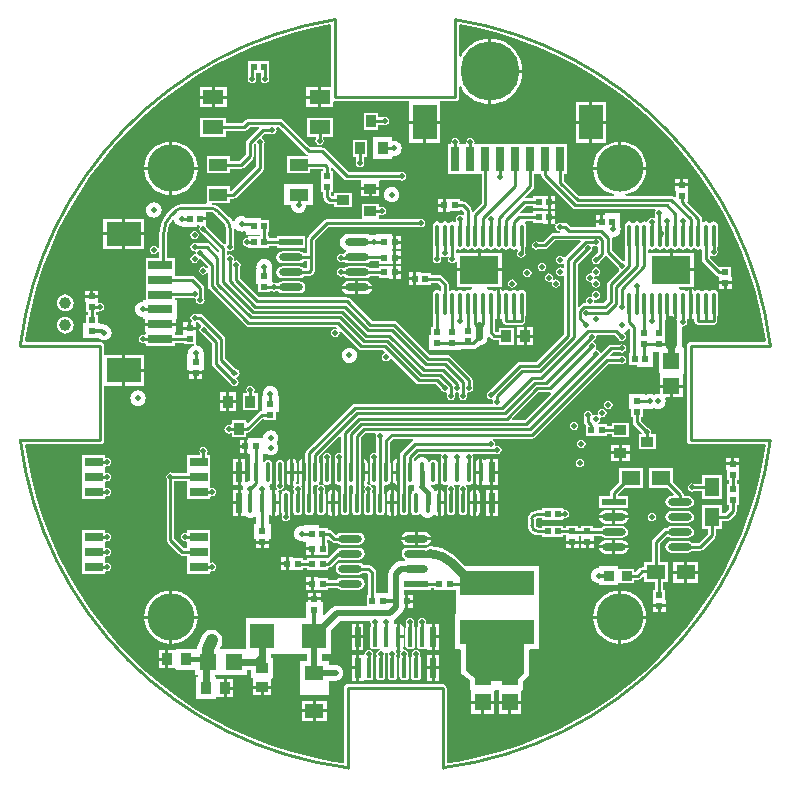
<source format=gtl>
%FSLAX44Y44*%
%MOMM*%
G71*
G01*
G75*
G04 Layer_Physical_Order=1*
G04 Layer_Color=255*
%ADD10C,0.6000*%
%ADD11C,0.8000*%
%ADD12C,0.2540*%
%ADD13R,0.5000X0.6000*%
%ADD14R,0.6000X0.5000*%
%ADD15R,1.0160X0.8890*%
%ADD16R,0.8890X1.0160*%
%ADD17R,1.3970X1.3970*%
G04:AMPARAMS|DCode=18|XSize=0.32mm|YSize=1.7mm|CornerRadius=0.08mm|HoleSize=0mm|Usage=FLASHONLY|Rotation=0.000|XOffset=0mm|YOffset=0mm|HoleType=Round|Shape=RoundedRectangle|*
%AMROUNDEDRECTD18*
21,1,0.3200,1.5400,0,0,0.0*
21,1,0.1600,1.7000,0,0,0.0*
1,1,0.1600,0.0800,-0.7700*
1,1,0.1600,-0.0800,-0.7700*
1,1,0.1600,-0.0800,0.7700*
1,1,0.1600,0.0800,0.7700*
%
%ADD18ROUNDEDRECTD18*%
%ADD19R,0.5000X1.7000*%
%ADD20R,2.1000X0.8000*%
%ADD21R,3.0000X2.1000*%
%ADD22R,1.6000X1.0000*%
%ADD23R,3.2800X2.4000*%
%ADD24O,0.3500X2.0000*%
%ADD25R,1.5200X0.7600*%
%ADD26R,0.8000X2.1000*%
%ADD27R,2.1000X3.0000*%
%ADD28R,2.0320X0.6096*%
%ADD29O,2.0320X0.6096*%
G04:AMPARAMS|DCode=30|XSize=2mm|YSize=2mm|CornerRadius=0mm|HoleSize=0mm|Usage=FLASHONLY|Rotation=0.000|XOffset=0mm|YOffset=0mm|HoleType=Round|Shape=RoundedRectangle|*
%AMROUNDEDRECTD30*
21,1,2.0000,2.0000,0,0,0.0*
21,1,2.0000,2.0000,0,0,0.0*
1,1,0.0000,1.0000,-1.0000*
1,1,0.0000,-1.0000,-1.0000*
1,1,0.0000,-1.0000,1.0000*
1,1,0.0000,1.0000,1.0000*
%
%ADD30ROUNDEDRECTD30*%
%ADD31R,1.8000X1.2000*%
%ADD32R,1.0668X0.8128*%
%ADD33R,0.4000X1.7000*%
G04:AMPARAMS|DCode=34|XSize=0.4mm|YSize=1.7mm|CornerRadius=0.1mm|HoleSize=0mm|Usage=FLASHONLY|Rotation=0.000|XOffset=0mm|YOffset=0mm|HoleType=Round|Shape=RoundedRectangle|*
%AMROUNDEDRECTD34*
21,1,0.4000,1.5000,0,0,0.0*
21,1,0.2000,1.7000,0,0,0.0*
1,1,0.2000,0.1000,-0.7500*
1,1,0.2000,-0.1000,-0.7500*
1,1,0.2000,-0.1000,0.7500*
1,1,0.2000,0.1000,0.7500*
%
%ADD34ROUNDEDRECTD34*%
%ADD35R,0.8128X1.0668*%
%ADD36R,1.3970X1.3970*%
%ADD37R,1.6000X1.2000*%
%ADD38R,1.2954X1.6002*%
%ADD39R,1.6002X1.2954*%
%ADD40R,0.8128X0.8128*%
%ADD41R,6.3000X2.1500*%
%ADD42C,1.0000*%
%ADD43C,0.4000*%
%ADD44C,0.3000*%
%ADD45C,0.5000*%
%ADD46C,5.0000*%
G04:AMPARAMS|DCode=47|XSize=4mm|YSize=4mm|CornerRadius=2mm|HoleSize=0mm|Usage=FLASHONLY|Rotation=0.000|XOffset=0mm|YOffset=0mm|HoleType=Round|Shape=RoundedRectangle|*
%AMROUNDEDRECTD47*
21,1,4.0000,0.0000,0,0,0.0*
21,1,0.0000,4.0000,0,0,0.0*
1,1,4.0000,0.0000,0.0000*
1,1,4.0000,0.0000,0.0000*
1,1,4.0000,0.0000,0.0000*
1,1,4.0000,0.0000,0.0000*
%
%ADD47ROUNDEDRECTD47*%
%ADD48C,1.0000*%
%ADD49C,0.5000*%
G36*
X70479Y308787D02*
X87681Y304349D01*
X104608Y298954D01*
X121206Y292618D01*
X137423Y285362D01*
X153207Y277207D01*
X168509Y268181D01*
X183281Y258311D01*
X197476Y247628D01*
X211050Y236165D01*
X223960Y223960D01*
X236165Y211050D01*
X247628Y197476D01*
X258311Y183281D01*
X268181Y168509D01*
X277207Y153207D01*
X285362Y137423D01*
X292618Y121206D01*
X298954Y104608D01*
X304349Y87681D01*
X308787Y70479D01*
X312253Y53054D01*
X313489Y44293D01*
X312656Y43334D01*
X250000D01*
X248724Y43080D01*
X247642Y42358D01*
X246920Y41276D01*
X246666Y40000D01*
Y-40000D01*
X246920Y-41276D01*
X247642Y-42358D01*
X248724Y-43080D01*
X250000Y-43334D01*
X312656D01*
X313489Y-44293D01*
X312253Y-53054D01*
X308787Y-70479D01*
X304349Y-87681D01*
X298954Y-104608D01*
X292618Y-121206D01*
X285362Y-137423D01*
X277207Y-153207D01*
X268181Y-168509D01*
X258311Y-183281D01*
X247628Y-197476D01*
X236165Y-211050D01*
X223960Y-223960D01*
X211050Y-236165D01*
X197476Y-247628D01*
X183281Y-258311D01*
X168509Y-268181D01*
X153207Y-277207D01*
X137423Y-285362D01*
X121206Y-292618D01*
X104608Y-298954D01*
X87681Y-304349D01*
X70479Y-308787D01*
X53054Y-312253D01*
X44293Y-313489D01*
X43334Y-312656D01*
Y-250000D01*
X43080Y-248724D01*
X42358Y-247642D01*
X41276Y-246920D01*
X40000Y-246666D01*
X-40000D01*
X-41276Y-246920D01*
X-42358Y-247642D01*
X-43080Y-248724D01*
X-43334Y-250000D01*
Y-312656D01*
X-44293Y-313489D01*
X-53054Y-312253D01*
X-70479Y-308787D01*
X-87681Y-304349D01*
X-104608Y-298954D01*
X-121206Y-292618D01*
X-137423Y-285362D01*
X-153207Y-277207D01*
X-168509Y-268181D01*
X-183281Y-258311D01*
X-197476Y-247628D01*
X-211050Y-236165D01*
X-223960Y-223960D01*
X-236165Y-211050D01*
X-247628Y-197476D01*
X-258311Y-183281D01*
X-268181Y-168509D01*
X-277207Y-153207D01*
X-285362Y-137423D01*
X-292618Y-121206D01*
X-298954Y-104608D01*
X-304349Y-87681D01*
X-308787Y-70479D01*
X-312253Y-53054D01*
X-313489Y-44293D01*
X-312656Y-43334D01*
X-250000D01*
X-248724Y-43080D01*
X-247642Y-42358D01*
X-246920Y-41276D01*
X-246666Y-40000D01*
Y6010D01*
X-231240D01*
Y19050D01*
Y32090D01*
X-246666D01*
Y40000D01*
X-246920Y41276D01*
X-247642Y42358D01*
X-248724Y43080D01*
X-250000Y43334D01*
X-312656D01*
X-313489Y44293D01*
X-312253Y53054D01*
X-308787Y70479D01*
X-304349Y87681D01*
X-298954Y104608D01*
X-292618Y121206D01*
X-285362Y137423D01*
X-277207Y153207D01*
X-268181Y168509D01*
X-258311Y183281D01*
X-247628Y197476D01*
X-236165Y211050D01*
X-223960Y223960D01*
X-211050Y236165D01*
X-197476Y247628D01*
X-183281Y258311D01*
X-168509Y268181D01*
X-153207Y277207D01*
X-137423Y285362D01*
X-121206Y292618D01*
X-104608Y298954D01*
X-87681Y304349D01*
X-70479Y308787D01*
X-55116Y311842D01*
X-54134Y311037D01*
Y258773D01*
X-62890D01*
Y250233D01*
Y241693D01*
X-52620D01*
Y246027D01*
X-51638Y246833D01*
X-50800Y246666D01*
X11810D01*
Y246666D01*
Y246400D01*
X11810Y245768D01*
X11810Y245768D01*
X11810D01*
Y230130D01*
X37890D01*
Y245768D01*
X37890Y245768D01*
D01*
D01*
X37890Y246400D01*
D01*
X38156Y246666D01*
X50800D01*
X52076Y246920D01*
X53158Y247642D01*
X53880Y248724D01*
X54134Y250000D01*
Y259282D01*
X55380Y259530D01*
X55396Y259491D01*
X57661Y255795D01*
X60476Y252498D01*
X63772Y249683D01*
X67468Y247418D01*
X71473Y245759D01*
X75689Y244747D01*
X78740Y244507D01*
Y272032D01*
Y299557D01*
X75689Y299317D01*
X71473Y298305D01*
X67468Y296646D01*
X63772Y294381D01*
X60476Y291566D01*
X57661Y288270D01*
X55396Y284574D01*
X55380Y284535D01*
X54134Y284783D01*
Y311037D01*
X55116Y311842D01*
X70479Y308787D01*
D02*
G37*
%LPC*%
G36*
X-133500Y-94580D02*
X-137270D01*
Y-104350D01*
X-133500D01*
Y-94580D01*
D02*
G37*
G36*
X80500D02*
X76730D01*
Y-104350D01*
X80500D01*
Y-94580D01*
D02*
G37*
G36*
X86810D02*
X83040D01*
Y-104350D01*
X86810D01*
Y-94580D01*
D02*
G37*
G36*
X247852Y-99923D02*
X233628D01*
X231658Y-100314D01*
X229989Y-101430D01*
X228873Y-103100D01*
X228481Y-105070D01*
X228873Y-107039D01*
X229989Y-108709D01*
X231658Y-109825D01*
X233628Y-110216D01*
X247852D01*
X249822Y-109825D01*
X251491Y-108709D01*
X252607Y-107039D01*
X252999Y-105070D01*
X252607Y-103100D01*
X251491Y-101430D01*
X249822Y-100314D01*
X247852Y-99923D01*
D02*
G37*
G36*
X197417Y-106340D02*
X186130D01*
Y-110767D01*
X191972D01*
X194152Y-110333D01*
X196001Y-109098D01*
X197236Y-107250D01*
X197417Y-106340D01*
D02*
G37*
G36*
X217170Y-101841D02*
X215804Y-102113D01*
X214647Y-102887D01*
X213873Y-104044D01*
X213601Y-105410D01*
X213873Y-106776D01*
X214647Y-107933D01*
X215804Y-108707D01*
X217170Y-108979D01*
X218536Y-108707D01*
X219693Y-107933D01*
X220467Y-106776D01*
X220739Y-105410D01*
X220467Y-104044D01*
X219693Y-102887D01*
X218536Y-102113D01*
X217170Y-101841D01*
D02*
G37*
G36*
X-91930Y-82755D02*
X-93530D01*
X-94622Y-82972D01*
X-95549Y-83591D01*
X-96167Y-84517D01*
X-96385Y-85610D01*
Y-101010D01*
X-96167Y-102102D01*
X-96064Y-102257D01*
Y-104331D01*
X-96279Y-105410D01*
X-96007Y-106776D01*
X-95233Y-107933D01*
X-94076Y-108707D01*
X-92710Y-108979D01*
X-91344Y-108707D01*
X-90187Y-107933D01*
X-89413Y-106776D01*
X-89141Y-105410D01*
X-89396Y-104131D01*
Y-102257D01*
X-89292Y-102102D01*
X-89075Y-101010D01*
Y-85610D01*
X-89292Y-84517D01*
X-89911Y-83591D01*
X-90837Y-82972D01*
X-91930Y-82755D01*
D02*
G37*
G36*
X-98525Y-94580D02*
X-101460D01*
Y-104322D01*
X-100627Y-104156D01*
X-99522Y-103418D01*
X-98784Y-102313D01*
X-98525Y-101010D01*
Y-94580D01*
D02*
G37*
G36*
X41475D02*
X38540D01*
Y-104322D01*
X39373Y-104156D01*
X40478Y-103418D01*
X41216Y-102313D01*
X41475Y-101010D01*
Y-94580D01*
D02*
G37*
G36*
X66000D02*
X63064D01*
Y-101010D01*
X63324Y-102313D01*
X64062Y-103418D01*
X65167Y-104156D01*
X66000Y-104322D01*
Y-94580D01*
D02*
G37*
G36*
X71475D02*
X68540D01*
Y-104322D01*
X69373Y-104156D01*
X70478Y-103418D01*
X71216Y-102313D01*
X71475Y-101010D01*
Y-94580D01*
D02*
G37*
G36*
X1475D02*
X-1460D01*
Y-104322D01*
X-627Y-104156D01*
X478Y-103418D01*
X1216Y-102313D01*
X1475Y-101010D01*
Y-94580D01*
D02*
G37*
G36*
X-54000D02*
X-56935D01*
Y-101010D01*
X-56676Y-102313D01*
X-55938Y-103418D01*
X-54833Y-104156D01*
X-54000Y-104322D01*
Y-94580D01*
D02*
G37*
G36*
X-48524D02*
X-51460D01*
Y-104322D01*
X-50627Y-104156D01*
X-49522Y-103418D01*
X-48784Y-102313D01*
X-48524Y-101010D01*
Y-94580D01*
D02*
G37*
G36*
X-4000D02*
X-6935D01*
Y-101010D01*
X-6676Y-102313D01*
X-5938Y-103418D01*
X-4833Y-104156D01*
X-4000Y-104322D01*
Y-94580D01*
D02*
G37*
G36*
X29479Y-130113D02*
X27138Y-130579D01*
X26309Y-131132D01*
X24998D01*
X24752Y-131084D01*
X10528D01*
X8558Y-131475D01*
X6889Y-132591D01*
X5773Y-134261D01*
X5381Y-136230D01*
X5773Y-138200D01*
X6889Y-139870D01*
X8484Y-140936D01*
X8402Y-141773D01*
X8313Y-142219D01*
X7939Y-142374D01*
X4739D01*
X3043Y-142598D01*
X2580Y-142790D01*
X1461Y-143253D01*
X104Y-144295D01*
X-4056Y-148454D01*
X-5098Y-149812D01*
X-5340Y-150396D01*
X-5753Y-151393D01*
X-5976Y-153090D01*
Y-169530D01*
X-16406D01*
Y-151920D01*
X-16660Y-150645D01*
X-17383Y-149563D01*
X-20373Y-146573D01*
X-21454Y-145850D01*
X-22730Y-145596D01*
X-27285D01*
X-27489Y-145291D01*
X-29158Y-144175D01*
X-31128Y-143784D01*
X-45352D01*
X-47322Y-144175D01*
X-48991Y-145291D01*
X-50107Y-146961D01*
X-50499Y-148931D01*
X-50107Y-150900D01*
X-48991Y-152570D01*
X-47322Y-153686D01*
X-45352Y-154077D01*
X-31128D01*
X-29158Y-153686D01*
X-27489Y-152570D01*
X-27285Y-152264D01*
X-24111D01*
X-23074Y-153301D01*
Y-171530D01*
X-24240D01*
Y-180134D01*
X-49315D01*
X-51012Y-180357D01*
X-51475Y-180549D01*
X-52593Y-181012D01*
X-53951Y-182054D01*
X-60357Y-188460D01*
X-61530Y-187974D01*
Y-177070D01*
X-62990D01*
Y-175840D01*
X-74070D01*
Y-177070D01*
X-75530D01*
Y-189606D01*
X-76428Y-190504D01*
X-126594Y-190483D01*
Y-217061D01*
X-147682D01*
X-148377Y-215997D01*
X-147148Y-213204D01*
X-146486Y-210929D01*
X-146434Y-208560D01*
X-146998Y-206258D01*
X-148138Y-204181D01*
X-149777Y-202469D01*
X-151803Y-201241D01*
X-154079Y-200578D01*
X-156448Y-200527D01*
X-158750Y-201090D01*
X-160827Y-202230D01*
X-162538Y-203869D01*
X-163767Y-205896D01*
X-167060Y-213382D01*
X-167273Y-214114D01*
X-167554Y-214822D01*
X-167603Y-215246D01*
X-167722Y-215657D01*
X-167739Y-216419D01*
X-167779Y-216763D01*
X-168974D01*
Y-216763D01*
X-185864D01*
Y-218223D01*
X-185864D01*
X-186436D01*
X-186762Y-218223D01*
X-186762Y-218223D01*
Y-218223D01*
X-192151D01*
Y-225843D01*
Y-233463D01*
X-186762D01*
X-186762Y-233463D01*
Y-233463D01*
X-186436Y-233463D01*
X-185864Y-234035D01*
Y-234923D01*
X-169565D01*
Y-239031D01*
X-167205D01*
Y-240920D01*
X-168589D01*
Y-259080D01*
X-151699D01*
Y-257620D01*
X-151699D01*
X-151128D01*
X-150801Y-257620D01*
X-150801Y-257620D01*
Y-257620D01*
X-145413D01*
Y-250000D01*
Y-242380D01*
X-150801D01*
X-150801Y-242380D01*
Y-242380D01*
X-151127Y-242380D01*
X-151699Y-241808D01*
Y-240920D01*
X-153084D01*
Y-239031D01*
X-126005D01*
Y-235106D01*
X-121824D01*
Y-241744D01*
X-120364D01*
Y-241744D01*
Y-242316D01*
X-120364Y-242642D01*
X-120364Y-242642D01*
X-120364D01*
Y-248031D01*
X-105124D01*
Y-242642D01*
X-105124Y-242642D01*
D01*
D01*
X-105124Y-242316D01*
D01*
X-104552Y-241744D01*
X-103664D01*
Y-224854D01*
X-105534D01*
Y-222643D01*
Y-220980D01*
X-75086D01*
Y-227148D01*
X-80530D01*
Y-247148D01*
Y-256286D01*
X-56530D01*
Y-247148D01*
Y-243704D01*
X-50629D01*
X-48932Y-243480D01*
X-47351Y-242825D01*
X-45993Y-241783D01*
X-44951Y-240425D01*
X-44296Y-238844D01*
X-44073Y-237148D01*
X-44296Y-235451D01*
X-44951Y-233869D01*
X-45993Y-232512D01*
X-47351Y-231470D01*
X-48932Y-230815D01*
X-50629Y-230591D01*
X-56530D01*
Y-227148D01*
X-61974D01*
Y-220980D01*
X-54395D01*
Y-201042D01*
X-46599Y-193246D01*
X-21858D01*
X-21052Y-194228D01*
X-21068Y-194310D01*
X-20834Y-195489D01*
Y-197303D01*
X-21326Y-198039D01*
X-21559Y-199210D01*
Y-214210D01*
X-21326Y-215380D01*
X-20663Y-216373D01*
X-19670Y-217036D01*
X-18500Y-217269D01*
X-16500D01*
X-15329Y-217036D01*
X-14337Y-216373D01*
X-14195Y-216346D01*
X-13394Y-217332D01*
X-13510Y-217612D01*
X-13866Y-217683D01*
X-15023Y-218457D01*
X-15797Y-219614D01*
X-16069Y-220980D01*
X-15834Y-222159D01*
Y-223303D01*
X-16326Y-224039D01*
X-16559Y-225210D01*
Y-240210D01*
X-16326Y-241381D01*
X-15663Y-242373D01*
X-14670Y-243036D01*
X-13500Y-243269D01*
X-11500D01*
X-10329Y-243036D01*
X-9337Y-242373D01*
X-8674Y-241381D01*
X-8441Y-240210D01*
Y-225210D01*
X-8674Y-224039D01*
X-9166Y-223303D01*
Y-222159D01*
X-8931Y-220980D01*
X-9069Y-220290D01*
X-8263Y-219308D01*
X-6737D01*
X-5931Y-220290D01*
X-6069Y-220980D01*
X-5834Y-222159D01*
Y-223303D01*
X-6326Y-224039D01*
X-6559Y-225210D01*
Y-240210D01*
X-6326Y-241381D01*
X-5663Y-242373D01*
X-4670Y-243036D01*
X-3500Y-243269D01*
X-1500D01*
X-329Y-243036D01*
X663Y-242373D01*
X1326Y-241381D01*
X1559Y-240210D01*
Y-225210D01*
X1326Y-224039D01*
X834Y-223303D01*
Y-222159D01*
X1069Y-220980D01*
X797Y-219614D01*
X228Y-218763D01*
X933Y-217707D01*
X1230Y-217766D01*
Y-206710D01*
Y-195654D01*
X119Y-195875D01*
X7Y-195950D01*
X-1072Y-195280D01*
X-944Y-194310D01*
X-1167Y-192613D01*
X-1245Y-192425D01*
X-1222Y-192368D01*
X136Y-191326D01*
X5216Y-186246D01*
X6258Y-184888D01*
X6721Y-183770D01*
X6820Y-183530D01*
X7080D01*
Y-182070D01*
X8310D01*
Y-176530D01*
Y-170990D01*
X7136D01*
Y-166679D01*
X29800D01*
Y-164965D01*
X32870D01*
Y-166630D01*
X50870D01*
D01*
X50870D01*
X51435Y-167196D01*
Y-187610D01*
X50860D01*
Y-217110D01*
X54744D01*
X55641Y-218009D01*
X55595Y-235899D01*
X55653Y-236196D01*
X55637Y-236499D01*
X55805Y-236970D01*
X55901Y-237460D01*
X56069Y-237713D01*
X56170Y-237998D01*
X56505Y-238370D01*
X56782Y-238786D01*
X57033Y-238955D01*
X57236Y-239180D01*
X62995Y-243470D01*
Y-251460D01*
X64455D01*
Y-252540D01*
X64455D01*
Y-260795D01*
X83505D01*
Y-252540D01*
X83505D01*
Y-252358D01*
X84403Y-251460D01*
X84965D01*
Y-251460D01*
X84965D01*
X84965Y-251460D01*
X85937D01*
Y-251460D01*
X87397D01*
Y-252540D01*
X87397D01*
Y-260795D01*
X106447D01*
Y-252540D01*
X106447D01*
Y-252358D01*
X107346Y-251460D01*
X107907D01*
Y-244175D01*
X112160Y-239923D01*
X112160Y-239923D01*
X113044Y-238600D01*
X113354Y-237039D01*
X113354Y-237039D01*
X113354Y-218008D01*
X114252Y-217110D01*
X121860D01*
Y-187610D01*
X121285D01*
Y-146621D01*
X59042D01*
X51765Y-139344D01*
X51621Y-139248D01*
X47993Y-136149D01*
X43778Y-133566D01*
X39212Y-131675D01*
X34406Y-130521D01*
X29479Y-130133D01*
Y-130113D01*
D02*
G37*
G36*
X16370Y-124801D02*
X5083D01*
X5264Y-125711D01*
X6499Y-127559D01*
X8348Y-128794D01*
X10528Y-129228D01*
X16370D01*
Y-124801D01*
D02*
G37*
G36*
X30197D02*
X18910D01*
Y-129228D01*
X24752D01*
X26932Y-128794D01*
X28781Y-127559D01*
X30016Y-125711D01*
X30197Y-124801D01*
D02*
G37*
G36*
X168100Y-127690D02*
X163830D01*
Y-131460D01*
X168100D01*
Y-127690D01*
D02*
G37*
G36*
X148590D02*
X144320D01*
Y-131460D01*
X148590D01*
Y-127690D01*
D02*
G37*
G36*
X155400D02*
X151130D01*
Y-131460D01*
X155400D01*
Y-127690D01*
D02*
G37*
G36*
X161290D02*
X157020D01*
Y-131460D01*
X161290D01*
Y-127690D01*
D02*
G37*
G36*
X183590Y-124772D02*
X177748D01*
X175568Y-125206D01*
X173719Y-126441D01*
X172484Y-128289D01*
X172303Y-129199D01*
X183590D01*
Y-124772D01*
D02*
G37*
G36*
X24752Y-117833D02*
X18910D01*
Y-122261D01*
X30197D01*
X30016Y-121350D01*
X28781Y-119502D01*
X26932Y-118267D01*
X24752Y-117833D01*
D02*
G37*
G36*
X-77385Y-112380D02*
X-78046Y-112959D01*
X-79075Y-112824D01*
X-80772Y-113047D01*
X-82353Y-113702D01*
X-83711Y-114744D01*
X-84753Y-116102D01*
X-85408Y-117683D01*
X-85631Y-119380D01*
X-85408Y-121077D01*
X-84753Y-122658D01*
X-83711Y-124016D01*
X-82353Y-125058D01*
X-80772Y-125713D01*
X-79075Y-125936D01*
X-78046Y-125801D01*
X-77385Y-126380D01*
Y-126380D01*
X-75580D01*
Y-126487D01*
X-75580D01*
Y-130757D01*
X-70540D01*
Y-132027D01*
X-69270D01*
Y-137567D01*
X-65500D01*
Y-137027D01*
X-57040D01*
Y-127027D01*
X-58206D01*
Y-124380D01*
X-57385D01*
Y-124320D01*
X-56212Y-123834D01*
X-54157Y-125888D01*
X-53075Y-126611D01*
X-51800Y-126865D01*
X-49195D01*
X-48991Y-127170D01*
X-47322Y-128286D01*
X-45352Y-128677D01*
X-31128D01*
X-29158Y-128286D01*
X-27489Y-127170D01*
X-26373Y-125500D01*
X-25981Y-123531D01*
X-26373Y-121561D01*
X-27489Y-119891D01*
X-29158Y-118775D01*
X-31128Y-118384D01*
X-45352D01*
X-47322Y-118775D01*
X-48991Y-119891D01*
X-49195Y-120196D01*
X-50419D01*
X-53593Y-117022D01*
X-54674Y-116300D01*
X-55950Y-116046D01*
X-57385D01*
Y-114380D01*
X-64385D01*
Y-112380D01*
X-77385D01*
Y-112380D01*
D02*
G37*
G36*
X183590Y-106340D02*
X172303D01*
X172484Y-107250D01*
X173719Y-109098D01*
X175568Y-110333D01*
X177748Y-110767D01*
X183590D01*
Y-106340D01*
D02*
G37*
G36*
X16370Y-117833D02*
X10528D01*
X8348Y-118267D01*
X6499Y-119502D01*
X5264Y-121350D01*
X5083Y-122261D01*
X16370D01*
Y-117833D01*
D02*
G37*
G36*
X191972Y-124772D02*
X186130D01*
Y-129199D01*
X197417D01*
X197236Y-128289D01*
X196001Y-126441D01*
X194152Y-125206D01*
X191972Y-124772D01*
D02*
G37*
G36*
X-245670Y-116190D02*
X-264870D01*
Y-127790D01*
X-264870Y-127790D01*
X-264870Y-128890D01*
X-264870D01*
Y-140490D01*
X-264870Y-140490D01*
X-264870Y-141590D01*
X-264870D01*
Y-153190D01*
X-245670D01*
Y-151623D01*
X-244688Y-150818D01*
X-243980Y-150959D01*
X-242614Y-150687D01*
X-241457Y-149913D01*
X-240683Y-148756D01*
X-240411Y-147390D01*
X-240683Y-146024D01*
X-241457Y-144867D01*
X-242614Y-144093D01*
X-243980Y-143821D01*
X-244688Y-143962D01*
X-245670Y-143157D01*
Y-141590D01*
D01*
Y-141590D01*
X-245670Y-141590D01*
Y-140490D01*
X-245670D01*
Y-138923D01*
X-244688Y-138118D01*
X-243980Y-138259D01*
X-242614Y-137987D01*
X-241457Y-137213D01*
X-240683Y-136056D01*
X-240411Y-134690D01*
X-240683Y-133324D01*
X-241457Y-132167D01*
X-242614Y-131393D01*
X-243980Y-131121D01*
X-244688Y-131262D01*
X-245670Y-130457D01*
Y-128890D01*
D01*
Y-128890D01*
X-245670Y-128890D01*
Y-127790D01*
X-245670D01*
Y-126223D01*
X-244688Y-125418D01*
X-243980Y-125559D01*
X-242614Y-125287D01*
X-241457Y-124513D01*
X-240683Y-123356D01*
X-240411Y-121990D01*
X-240683Y-120624D01*
X-241457Y-119467D01*
X-242614Y-118693D01*
X-243980Y-118421D01*
X-244688Y-118562D01*
X-245670Y-117757D01*
Y-116190D01*
D02*
G37*
G36*
X247852Y-112623D02*
X233628D01*
X231658Y-113014D01*
X229989Y-114130D01*
X229785Y-114436D01*
X228941D01*
X227665Y-114689D01*
X226583Y-115412D01*
X218094Y-123901D01*
X217371Y-124983D01*
X217118Y-126258D01*
Y-143443D01*
X210451D01*
Y-147796D01*
X208970D01*
X207694Y-148050D01*
X206612Y-148772D01*
X203779Y-151606D01*
X202105D01*
Y-148876D01*
X189977D01*
Y-148876D01*
X189763D01*
X188865Y-147978D01*
Y-146876D01*
X172737D01*
Y-147827D01*
X172101Y-148384D01*
X170404Y-148607D01*
X168823Y-149262D01*
X167465Y-150304D01*
X166423Y-151662D01*
X165768Y-153243D01*
X165545Y-154940D01*
X165768Y-156637D01*
X166423Y-158218D01*
X167465Y-159576D01*
X168823Y-160618D01*
X170404Y-161273D01*
X172101Y-161496D01*
X172737Y-162053D01*
Y-163004D01*
X188865D01*
Y-161004D01*
X189977D01*
Y-161004D01*
X202105D01*
Y-158274D01*
X205160D01*
X206436Y-158020D01*
X207518Y-157297D01*
X209277Y-155538D01*
X210451Y-156024D01*
Y-160397D01*
X220186D01*
Y-166840D01*
X218520D01*
Y-175300D01*
X217980D01*
Y-179070D01*
X229060D01*
Y-175300D01*
X228520D01*
Y-166840D01*
X226854D01*
Y-160397D01*
X230452D01*
Y-143443D01*
X223786D01*
Y-127639D01*
X230005Y-121420D01*
X231658Y-122525D01*
X233628Y-122916D01*
X247852D01*
X249822Y-122525D01*
X251491Y-121409D01*
X252607Y-119739D01*
X252999Y-117769D01*
X252607Y-115800D01*
X251491Y-114130D01*
X249822Y-113014D01*
X247852Y-112623D01*
D02*
G37*
G36*
X-89000Y-68580D02*
X-91935D01*
Y-75010D01*
X-91676Y-76313D01*
X-90938Y-77418D01*
X-89833Y-78156D01*
X-89000Y-78322D01*
Y-68580D01*
D02*
G37*
G36*
X1000D02*
X-1935D01*
Y-75010D01*
X-1676Y-76313D01*
X-938Y-77418D01*
X167Y-78156D01*
X1000Y-78322D01*
Y-68580D01*
D02*
G37*
G36*
X71000D02*
X68065D01*
Y-75010D01*
X68324Y-76313D01*
X69062Y-77418D01*
X70167Y-78156D01*
X71000Y-78322D01*
Y-68580D01*
D02*
G37*
G36*
X86810D02*
X83040D01*
Y-78350D01*
X86810D01*
Y-68580D01*
D02*
G37*
G36*
Y-82270D02*
X83040D01*
Y-92040D01*
X86810D01*
Y-82270D01*
D02*
G37*
G36*
X-96930Y-56755D02*
X-98530D01*
X-99622Y-56972D01*
X-100549Y-57591D01*
X-101167Y-58517D01*
X-101385Y-59610D01*
Y-75010D01*
X-101167Y-76102D01*
X-101124Y-76167D01*
Y-77561D01*
X-101359Y-78740D01*
X-101087Y-80106D01*
X-100313Y-81263D01*
X-101058Y-82378D01*
X-101460Y-82298D01*
Y-92040D01*
X-98525D01*
Y-85610D01*
X-98784Y-84307D01*
X-99522Y-83202D01*
X-98792Y-82109D01*
X-97790Y-82309D01*
X-96424Y-82037D01*
X-95267Y-81263D01*
X-94493Y-80106D01*
X-94221Y-78740D01*
X-94456Y-77561D01*
Y-76347D01*
X-94292Y-76102D01*
X-94075Y-75010D01*
Y-59610D01*
X-94292Y-58517D01*
X-94911Y-57591D01*
X-95837Y-56972D01*
X-96930Y-56755D01*
D02*
G37*
G36*
X-133500Y-68580D02*
X-137270D01*
Y-78350D01*
X-133500D01*
Y-68580D01*
D02*
G37*
G36*
X-79000D02*
X-81935D01*
Y-75010D01*
X-81676Y-76313D01*
X-81359Y-76788D01*
X-82065Y-77844D01*
X-82730Y-77711D01*
X-83395Y-77844D01*
X-84101Y-76788D01*
X-83784Y-76313D01*
X-83525Y-75010D01*
Y-68580D01*
X-86460D01*
Y-78322D01*
X-86361Y-78302D01*
X-85655Y-79358D01*
X-86027Y-79914D01*
X-86299Y-81280D01*
X-86064Y-82459D01*
Y-84363D01*
X-86167Y-84517D01*
X-86385Y-85610D01*
Y-101010D01*
X-86167Y-102102D01*
X-85549Y-103029D01*
X-84622Y-103647D01*
X-83530Y-103865D01*
X-81930D01*
X-80837Y-103647D01*
X-79911Y-103029D01*
X-79292Y-102102D01*
X-79075Y-101010D01*
Y-85610D01*
X-79292Y-84517D01*
X-79396Y-84363D01*
Y-82459D01*
X-79161Y-81280D01*
X-79433Y-79914D01*
X-79805Y-79358D01*
X-79099Y-78302D01*
X-79000Y-78322D01*
Y-68580D01*
D02*
G37*
G36*
X-86460Y-56298D02*
Y-66040D01*
X-83525D01*
Y-59610D01*
X-83784Y-58307D01*
X-84522Y-57202D01*
X-85627Y-56464D01*
X-86460Y-56298D01*
D02*
G37*
G36*
X-79000D02*
X-79833Y-56464D01*
X-80938Y-57202D01*
X-81676Y-58307D01*
X-81935Y-59610D01*
Y-66040D01*
X-79000D01*
Y-56298D01*
D02*
G37*
G36*
X-26460D02*
Y-66040D01*
X-23525D01*
Y-59610D01*
X-23784Y-58307D01*
X-24522Y-57202D01*
X-25627Y-56464D01*
X-26460Y-56298D01*
D02*
G37*
G36*
X-89000D02*
X-89833Y-56464D01*
X-90938Y-57202D01*
X-91676Y-58307D01*
X-91935Y-59610D01*
Y-66040D01*
X-89000D01*
Y-56298D01*
D02*
G37*
G36*
X276447Y-70009D02*
X259493D01*
Y-76876D01*
X252439D01*
X251260Y-76641D01*
X249894Y-76913D01*
X248737Y-77687D01*
X247963Y-78844D01*
X247691Y-80210D01*
X247963Y-81576D01*
X248737Y-82733D01*
X249894Y-83507D01*
X251260Y-83779D01*
X252439Y-83544D01*
X259493D01*
Y-90011D01*
X276447D01*
Y-70009D01*
D02*
G37*
G36*
X-133500Y-56270D02*
X-137270D01*
Y-66040D01*
X-133500D01*
Y-56270D01*
D02*
G37*
G36*
X-127190D02*
X-130960D01*
Y-66040D01*
X-127190D01*
Y-56270D01*
D02*
G37*
G36*
X234791Y-63913D02*
X214789D01*
Y-80867D01*
X230532D01*
X235714Y-86049D01*
X235228Y-87223D01*
X233628D01*
X231658Y-87614D01*
X229989Y-88730D01*
X228873Y-90400D01*
X228481Y-92369D01*
X228873Y-94339D01*
X229989Y-96009D01*
X231658Y-97125D01*
X233628Y-97516D01*
X247852D01*
X249822Y-97125D01*
X251491Y-96009D01*
X252607Y-94339D01*
X252999Y-92369D01*
X252607Y-90400D01*
X251491Y-88730D01*
X249822Y-87614D01*
X247852Y-87223D01*
X244074D01*
Y-86360D01*
X243820Y-85084D01*
X243098Y-84002D01*
X234791Y-75696D01*
Y-63913D01*
D02*
G37*
G36*
X209391D02*
X189389D01*
Y-75846D01*
X182502Y-82732D01*
X181780Y-83814D01*
X181526Y-85090D01*
Y-87322D01*
X172700D01*
Y-97417D01*
X197020D01*
Y-87322D01*
X189003D01*
X188517Y-86148D01*
X193798Y-80867D01*
X209391D01*
Y-63913D01*
D02*
G37*
G36*
X-133500Y-82270D02*
X-137270D01*
Y-92040D01*
X-133500D01*
Y-82270D01*
D02*
G37*
G36*
X142350Y-97870D02*
X124350D01*
Y-99536D01*
X120431D01*
Y-99524D01*
X118115Y-99829D01*
X115956Y-100723D01*
X114102Y-102145D01*
D01*
D01*
D01*
Y-102145D01*
X114100Y-102144D01*
X114068Y-102112D01*
X114063Y-102119D01*
X114063D01*
X113933Y-102315D01*
D01*
X112668Y-104208D01*
X112176Y-106680D01*
X112236D01*
Y-112508D01*
X112231D01*
X112506Y-114598D01*
X113313Y-116547D01*
X114597Y-118220D01*
X114593Y-118223D01*
X116390Y-119602D01*
X118482Y-120469D01*
X120728Y-120764D01*
Y-120754D01*
X124350D01*
Y-122420D01*
X142350D01*
Y-120754D01*
X144320D01*
Y-121380D01*
X144320D01*
Y-125150D01*
X155400D01*
Y-121380D01*
D01*
Y-121380D01*
X155676Y-121104D01*
X157020D01*
Y-121380D01*
X157020D01*
Y-125150D01*
X168100D01*
Y-121380D01*
D01*
Y-121380D01*
X168377Y-121104D01*
X173905D01*
X174109Y-121409D01*
X175778Y-122525D01*
X177748Y-122916D01*
X191972D01*
X193942Y-122525D01*
X195611Y-121409D01*
X196727Y-119739D01*
X197119Y-117769D01*
X196727Y-115800D01*
X195611Y-114130D01*
X193942Y-113014D01*
X191972Y-112623D01*
X177748D01*
X175778Y-113014D01*
X174109Y-114130D01*
X173905Y-114436D01*
X167560D01*
Y-112920D01*
X157560D01*
Y-114436D01*
X154860D01*
Y-112920D01*
X144860D01*
Y-114086D01*
X142350D01*
Y-112420D01*
X124350D01*
Y-114086D01*
X120728D01*
Y-114061D01*
X119973Y-113911D01*
X119333Y-113483D01*
X119316Y-113501D01*
X119250Y-113457D01*
X118889Y-112585D01*
X118904Y-112508D01*
Y-106898D01*
X118937Y-106818D01*
X119570Y-106395D01*
X120431Y-106224D01*
Y-106204D01*
X120432Y-106204D01*
X124350D01*
Y-107870D01*
X142350D01*
Y-107225D01*
X143332Y-106420D01*
X143510Y-106455D01*
X144876Y-106184D01*
X146033Y-105410D01*
X146807Y-104252D01*
X147079Y-102887D01*
X146807Y-101521D01*
X146033Y-100363D01*
X144876Y-99590D01*
X143510Y-99318D01*
X143332Y-99354D01*
X142350Y-98548D01*
Y-97870D01*
D02*
G37*
G36*
X183590Y-99372D02*
X177748D01*
X175568Y-99806D01*
X173719Y-101041D01*
X172484Y-102889D01*
X172303Y-103799D01*
X183590D01*
Y-99372D01*
D02*
G37*
G36*
X191972D02*
X186130D01*
Y-103799D01*
X197417D01*
X197236Y-102889D01*
X196001Y-101041D01*
X194152Y-99806D01*
X191972Y-99372D01*
D02*
G37*
G36*
X291290Y-61540D02*
X280210D01*
Y-65310D01*
X280750D01*
Y-73770D01*
X282416D01*
Y-77360D01*
X280750D01*
Y-86360D01*
Y-95360D01*
X282416D01*
Y-98949D01*
X279289Y-102076D01*
X276447D01*
Y-95409D01*
X259493D01*
Y-115411D01*
X264636D01*
Y-119269D01*
X256770Y-127135D01*
X251695D01*
X251491Y-126830D01*
X249822Y-125714D01*
X247852Y-125323D01*
X233628D01*
X231658Y-125714D01*
X229989Y-126830D01*
X228873Y-128500D01*
X228481Y-130470D01*
X228873Y-132439D01*
X229989Y-134109D01*
X231658Y-135225D01*
X233628Y-135616D01*
X247852D01*
X249822Y-135225D01*
X251491Y-134109D01*
X251695Y-133804D01*
X258151D01*
X259426Y-133550D01*
X260508Y-132827D01*
X260508Y-132827D01*
X260508Y-132827D01*
X270327Y-123007D01*
X271050Y-121926D01*
X271304Y-120650D01*
Y-115411D01*
X276447D01*
Y-108744D01*
X280670D01*
X281946Y-108490D01*
X283027Y-107767D01*
X283028Y-107768D01*
X283027Y-107767D01*
X288107Y-102688D01*
X288108Y-102688D01*
X288107Y-102688D01*
X288830Y-101606D01*
X289084Y-100330D01*
Y-95360D01*
X290750D01*
Y-86360D01*
Y-77360D01*
X289084D01*
Y-73770D01*
X290750D01*
Y-65310D01*
X291290D01*
Y-61540D01*
D02*
G37*
G36*
X-54000Y-82298D02*
X-54833Y-82464D01*
X-55938Y-83202D01*
X-56676Y-84307D01*
X-56935Y-85610D01*
Y-92040D01*
X-54000D01*
Y-82298D01*
D02*
G37*
G36*
X66000D02*
X65167Y-82464D01*
X64062Y-83202D01*
X63324Y-84307D01*
X63064Y-85610D01*
Y-92040D01*
X66000D01*
Y-82298D01*
D02*
G37*
G36*
X68540D02*
Y-92040D01*
X71475D01*
Y-85610D01*
X71216Y-84307D01*
X70478Y-83202D01*
X69373Y-82464D01*
X68540Y-82298D01*
D02*
G37*
G36*
X80500Y-82270D02*
X76730D01*
Y-92040D01*
X80500D01*
Y-82270D01*
D02*
G37*
G36*
X38540Y-82298D02*
Y-92040D01*
X41475D01*
Y-85610D01*
X41216Y-84307D01*
X40478Y-83202D01*
X39373Y-82464D01*
X38540Y-82298D01*
D02*
G37*
G36*
X-51460D02*
Y-92040D01*
X-48524D01*
Y-85610D01*
X-48784Y-84307D01*
X-49522Y-83202D01*
X-50627Y-82464D01*
X-51460Y-82298D01*
D02*
G37*
G36*
X-4000D02*
X-4833Y-82464D01*
X-5938Y-83202D01*
X-6676Y-84307D01*
X-6935Y-85610D01*
Y-92040D01*
X-4000D01*
Y-82298D01*
D02*
G37*
G36*
X-1460D02*
Y-92040D01*
X1475D01*
Y-85610D01*
X1216Y-84307D01*
X478Y-83202D01*
X-627Y-82464D01*
X-1460Y-82298D01*
D02*
G37*
G36*
X-107073Y-127690D02*
X-111343D01*
Y-131460D01*
X-107073D01*
Y-127690D01*
D02*
G37*
G36*
X30730Y-221670D02*
X26960D01*
Y-231440D01*
X30730D01*
Y-221670D01*
D02*
G37*
G36*
X37040D02*
X33270D01*
Y-231440D01*
X37040D01*
Y-221670D01*
D02*
G37*
G36*
X-194691Y-218223D02*
X-200406D01*
Y-224573D01*
X-194691D01*
Y-218223D01*
D02*
G37*
G36*
X-33270Y-221670D02*
X-37040D01*
Y-231440D01*
X-33270D01*
Y-221670D01*
D02*
G37*
G36*
X7109Y-207980D02*
X3770D01*
Y-217766D01*
X4067Y-217707D01*
X4772Y-218763D01*
X4203Y-219614D01*
X3932Y-220980D01*
X4166Y-222159D01*
Y-223303D01*
X3674Y-224039D01*
X3441Y-225210D01*
Y-240210D01*
X3674Y-241381D01*
X4337Y-242373D01*
X5329Y-243036D01*
X6500Y-243269D01*
X8500D01*
X9671Y-243036D01*
X10663Y-242373D01*
X11326Y-241381D01*
X11559Y-240210D01*
Y-225210D01*
X11326Y-224039D01*
X10834Y-223303D01*
Y-222159D01*
X11069Y-220980D01*
X10797Y-219614D01*
X10023Y-218457D01*
X8866Y-217683D01*
X7500Y-217411D01*
X6957Y-217519D01*
X6252Y-216463D01*
X6835Y-215591D01*
X7109Y-214210D01*
Y-207980D01*
D02*
G37*
G36*
X17500Y-217411D02*
X16134Y-217683D01*
X14977Y-218457D01*
X14203Y-219614D01*
X13931Y-220980D01*
X14166Y-222159D01*
Y-223303D01*
X13674Y-224039D01*
X13441Y-225210D01*
Y-240210D01*
X13674Y-241381D01*
X14337Y-242373D01*
X15330Y-243036D01*
X16500Y-243269D01*
X18500D01*
X19670Y-243036D01*
X20663Y-242373D01*
X21326Y-241381D01*
X21559Y-240210D01*
Y-225210D01*
X21326Y-224039D01*
X20834Y-223303D01*
Y-222159D01*
X21069Y-220980D01*
X20797Y-219614D01*
X20023Y-218457D01*
X18866Y-217683D01*
X17500Y-217411D01*
D02*
G37*
G36*
X-194691Y-227113D02*
X-200406D01*
Y-233463D01*
X-194691D01*
Y-227113D01*
D02*
G37*
G36*
X-22500Y-217411D02*
X-23866Y-217683D01*
X-25023Y-218457D01*
X-25797Y-219614D01*
X-26069Y-220980D01*
D01*
X-26464Y-221571D01*
X-26960Y-221670D01*
D01*
X-27398Y-221670D01*
X-27398Y-221670D01*
Y-221670D01*
X-30730D01*
Y-232710D01*
Y-243750D01*
X-27398D01*
X-27398Y-243750D01*
Y-243750D01*
X-26960Y-243750D01*
X-26500Y-243210D01*
X-26062Y-243210D01*
X-26062Y-243210D01*
Y-243210D01*
X-18500D01*
Y-222210D01*
X-18500D01*
X-18536Y-222207D01*
X-18500Y-222210D01*
X-19166Y-222159D01*
X-19166D01*
X-18931Y-220980D01*
X-19203Y-219614D01*
X-19977Y-218457D01*
X-21134Y-217683D01*
X-22500Y-217411D01*
D02*
G37*
G36*
X12500Y-190741D02*
X11134Y-191013D01*
X9977Y-191787D01*
X9203Y-192944D01*
X8931Y-194310D01*
X9166Y-195489D01*
Y-197303D01*
X8674Y-198039D01*
X8441Y-199210D01*
Y-214210D01*
X8674Y-215380D01*
X9337Y-216373D01*
X10330Y-217036D01*
X11500Y-217269D01*
X13500D01*
X14671Y-217036D01*
X15663Y-216373D01*
X16326Y-215380D01*
X16559Y-214210D01*
Y-199210D01*
X16326Y-198039D01*
X15834Y-197303D01*
Y-195489D01*
X16069Y-194310D01*
X15797Y-192944D01*
X15023Y-191787D01*
X13866Y-191013D01*
X12500Y-190741D01*
D02*
G37*
G36*
X-191270Y-191270D02*
X-212524D01*
X-212214Y-194419D01*
X-210925Y-198667D01*
X-208832Y-202583D01*
X-206015Y-206015D01*
X-202583Y-208832D01*
X-198667Y-210925D01*
X-194419Y-212214D01*
X-191270Y-212524D01*
Y-191270D01*
D02*
G37*
G36*
X-167476D02*
X-188730D01*
Y-212524D01*
X-185581Y-212214D01*
X-181333Y-210925D01*
X-177417Y-208832D01*
X-173985Y-206015D01*
X-171168Y-202583D01*
X-169075Y-198667D01*
X-167786Y-194419D01*
X-167476Y-191270D01*
D02*
G37*
G36*
X37040Y-207980D02*
X33270D01*
Y-217750D01*
X37040D01*
Y-207980D01*
D02*
G37*
G36*
X-33270D02*
X-37040D01*
Y-217750D01*
X-33270D01*
Y-207980D01*
D02*
G37*
G36*
X-26960D02*
X-30730D01*
Y-217750D01*
X-26960D01*
Y-207980D01*
D02*
G37*
G36*
X22500Y-190741D02*
X21134Y-191013D01*
X19977Y-191787D01*
X19203Y-192944D01*
X18931Y-194310D01*
X19166Y-195489D01*
Y-197303D01*
X18674Y-198039D01*
X18441Y-199210D01*
Y-214210D01*
X18674Y-215380D01*
X19337Y-216373D01*
X20329Y-217036D01*
X21500Y-217269D01*
X23500D01*
X24671Y-217036D01*
X25663Y-216373D01*
X25745Y-216250D01*
X26960Y-216619D01*
Y-217750D01*
X30730D01*
Y-206710D01*
Y-195670D01*
X26960D01*
Y-195670D01*
X26799D01*
X25993Y-194688D01*
X26069Y-194310D01*
X25797Y-192944D01*
X25023Y-191787D01*
X23866Y-191013D01*
X22500Y-190741D01*
D02*
G37*
G36*
X95652Y-263335D02*
X87397D01*
Y-271590D01*
X95652D01*
Y-263335D01*
D02*
G37*
G36*
X106447D02*
X98192D01*
Y-271590D01*
X106447D01*
Y-263335D01*
D02*
G37*
G36*
X-69800Y-260607D02*
X-79070D01*
Y-267878D01*
X-69800D01*
Y-260607D01*
D02*
G37*
G36*
X83505Y-263335D02*
X75250D01*
Y-271590D01*
X83505D01*
Y-263335D01*
D02*
G37*
G36*
X-69800Y-270417D02*
X-79070D01*
Y-277687D01*
X-69800D01*
Y-270417D01*
D02*
G37*
G36*
X-57990D02*
X-67260D01*
Y-277687D01*
X-57990D01*
Y-270417D01*
D02*
G37*
G36*
X72710Y-263335D02*
X64455D01*
Y-271590D01*
X72710D01*
Y-263335D01*
D02*
G37*
G36*
X-57990Y-260607D02*
X-67260D01*
Y-267878D01*
X-57990D01*
Y-260607D01*
D02*
G37*
G36*
X-33270Y-233980D02*
X-37040D01*
Y-243750D01*
X-33270D01*
Y-233980D01*
D02*
G37*
G36*
X30730D02*
X26960D01*
Y-243750D01*
X30730D01*
Y-233980D01*
D02*
G37*
G36*
X37040D02*
X33270D01*
Y-243750D01*
X37040D01*
Y-233980D01*
D02*
G37*
G36*
X-137157Y-242380D02*
X-142872D01*
Y-248730D01*
X-137157D01*
Y-242380D01*
D02*
G37*
G36*
Y-251270D02*
X-142872D01*
Y-257620D01*
X-137157D01*
Y-251270D01*
D02*
G37*
G36*
X-114014Y-250571D02*
X-120364D01*
Y-256286D01*
X-114014D01*
Y-250571D01*
D02*
G37*
G36*
X-105124D02*
X-111474D01*
Y-256286D01*
X-105124D01*
Y-250571D01*
D02*
G37*
G36*
X256393Y-153190D02*
X247122D01*
Y-160938D01*
X256393D01*
Y-153190D01*
D02*
G37*
G36*
X-71731Y-156090D02*
X-75501D01*
Y-160361D01*
X-71731D01*
Y-156090D01*
D02*
G37*
G36*
X244582Y-142903D02*
X235311D01*
Y-150651D01*
X244582D01*
Y-142903D01*
D02*
G37*
G36*
Y-153190D02*
X235311D01*
Y-160938D01*
X244582D01*
Y-153190D01*
D02*
G37*
G36*
X-62990Y-169530D02*
X-67260D01*
Y-173300D01*
X-62990D01*
Y-169530D01*
D02*
G37*
G36*
X-71731Y-162901D02*
X-75501D01*
Y-167171D01*
X-71731D01*
Y-162901D01*
D02*
G37*
G36*
X-65421Y-156090D02*
X-69191D01*
Y-161630D01*
Y-167171D01*
X-65421D01*
Y-166630D01*
X-56961D01*
Y-164965D01*
X-49195D01*
X-48991Y-165270D01*
X-47322Y-166386D01*
X-45352Y-166777D01*
X-31128D01*
X-29158Y-166386D01*
X-27489Y-165270D01*
X-26373Y-163600D01*
X-25981Y-161630D01*
X-26373Y-159661D01*
X-27489Y-157991D01*
X-29158Y-156875D01*
X-31128Y-156484D01*
X-45352D01*
X-47322Y-156875D01*
X-48991Y-157991D01*
X-49195Y-158296D01*
X-56961D01*
Y-156630D01*
X-65421D01*
Y-156090D01*
D02*
G37*
G36*
X256393Y-142903D02*
X247122D01*
Y-150651D01*
X256393D01*
Y-142903D01*
D02*
G37*
G36*
X183590Y-131740D02*
X172303D01*
X172484Y-132650D01*
X173719Y-134498D01*
X175568Y-135733D01*
X177748Y-136167D01*
X183590D01*
Y-131740D01*
D02*
G37*
G36*
X197417D02*
X186130D01*
Y-136167D01*
X191972D01*
X194152Y-135733D01*
X196001Y-134498D01*
X197236Y-132650D01*
X197417Y-131740D01*
D02*
G37*
G36*
X-113883Y-127690D02*
X-118153D01*
Y-131460D01*
X-113883D01*
Y-127690D01*
D02*
G37*
G36*
X-71810Y-133297D02*
X-75580D01*
Y-137567D01*
X-71810D01*
Y-133297D01*
D02*
G37*
G36*
X-92710Y-146050D02*
X-96480D01*
Y-150320D01*
X-92710D01*
Y-146050D01*
D02*
G37*
G36*
Y-139240D02*
X-96480D01*
Y-143510D01*
X-92710D01*
Y-139240D01*
D02*
G37*
G36*
X-31128Y-131084D02*
X-45352D01*
X-47322Y-131475D01*
X-48991Y-132591D01*
X-49287Y-133033D01*
X-49876Y-133150D01*
X-50958Y-133873D01*
X-56916Y-139831D01*
X-57040Y-139780D01*
Y-139780D01*
X-57040Y-139780D01*
X-75040D01*
Y-141446D01*
X-77940D01*
Y-139780D01*
X-86400D01*
Y-139240D01*
X-90170D01*
Y-144780D01*
Y-150320D01*
X-86400D01*
Y-149780D01*
X-77940D01*
Y-148114D01*
X-75040D01*
Y-149780D01*
X-57040D01*
Y-148092D01*
X-55874Y-147860D01*
X-54792Y-147137D01*
X-54792Y-147138D01*
X-54792Y-147137D01*
X-48112Y-140457D01*
X-47322Y-140986D01*
X-45352Y-141377D01*
X-31128D01*
X-29158Y-140986D01*
X-27489Y-139870D01*
X-26373Y-138200D01*
X-25981Y-136230D01*
X-26373Y-134261D01*
X-27489Y-132591D01*
X-29158Y-131475D01*
X-31128Y-131084D01*
D02*
G37*
G36*
X3770Y-195654D02*
Y-205440D01*
X7109D01*
Y-199210D01*
X6835Y-197829D01*
X6052Y-196658D01*
X4881Y-195875D01*
X3770Y-195654D01*
D02*
G37*
G36*
X37040Y-195670D02*
X33270D01*
Y-205440D01*
X37040D01*
Y-195670D01*
D02*
G37*
G36*
X-191270Y-167476D02*
X-194419Y-167786D01*
X-198667Y-169075D01*
X-202583Y-171168D01*
X-206015Y-173985D01*
X-208832Y-177417D01*
X-210925Y-181333D01*
X-212214Y-185581D01*
X-212524Y-188730D01*
X-191270D01*
Y-167476D01*
D02*
G37*
G36*
X-26960Y-195670D02*
X-30730D01*
Y-205440D01*
X-26960D01*
Y-195670D01*
D02*
G37*
G36*
X188730Y-191270D02*
X167476D01*
X167786Y-194419D01*
X169075Y-198667D01*
X171168Y-202583D01*
X173985Y-206015D01*
X177417Y-208832D01*
X181333Y-210925D01*
X185581Y-212214D01*
X188730Y-212524D01*
Y-191270D01*
D02*
G37*
G36*
X212524D02*
X191270D01*
Y-212524D01*
X194419Y-212214D01*
X198667Y-210925D01*
X202583Y-208832D01*
X206015Y-206015D01*
X208832Y-202583D01*
X210925Y-198667D01*
X212214Y-194419D01*
X212524Y-191270D01*
D02*
G37*
G36*
X-33270Y-195670D02*
X-37040D01*
Y-205440D01*
X-33270D01*
Y-195670D01*
D02*
G37*
G36*
X-188730Y-167476D02*
Y-188730D01*
X-167476D01*
X-167786Y-185581D01*
X-169075Y-181333D01*
X-171168Y-177417D01*
X-173985Y-173985D01*
X-177417Y-171168D01*
X-181333Y-169075D01*
X-185581Y-167786D01*
X-188730Y-167476D01*
D02*
G37*
G36*
X14620Y-177800D02*
X10850D01*
Y-182070D01*
X14620D01*
Y-177800D01*
D02*
G37*
G36*
Y-170990D02*
X10850D01*
Y-175260D01*
X14620D01*
Y-170990D01*
D02*
G37*
G36*
X-69800Y-169530D02*
X-74070D01*
Y-173300D01*
X-69800D01*
Y-169530D01*
D02*
G37*
G36*
X229060Y-181610D02*
X224790D01*
Y-185380D01*
X229060D01*
Y-181610D01*
D02*
G37*
G36*
X188730Y-167476D02*
X185581Y-167786D01*
X181333Y-169075D01*
X177417Y-171168D01*
X173985Y-173985D01*
X171168Y-177417D01*
X169075Y-181333D01*
X167786Y-185581D01*
X167476Y-188730D01*
X188730D01*
Y-167476D01*
D02*
G37*
G36*
X191270D02*
Y-188730D01*
X212524D01*
X212214Y-185581D01*
X210925Y-181333D01*
X208832Y-177417D01*
X206015Y-173985D01*
X202583Y-171168D01*
X198667Y-169075D01*
X194419Y-167786D01*
X191270Y-167476D01*
D02*
G37*
G36*
X222250Y-181610D02*
X217980D01*
Y-185380D01*
X222250D01*
Y-181610D01*
D02*
G37*
G36*
X1000Y-56298D02*
X167Y-56464D01*
X-938Y-57202D01*
X-1676Y-58307D01*
X-1935Y-59610D01*
Y-66040D01*
X1000D01*
Y-56298D01*
D02*
G37*
G36*
X-204470Y161302D02*
X-206167Y161079D01*
X-207748Y160424D01*
X-209106Y159382D01*
X-210148Y158024D01*
X-210803Y156443D01*
X-211026Y154746D01*
X-210803Y153049D01*
X-210148Y151468D01*
X-209106Y150110D01*
X-207748Y149068D01*
X-206167Y148413D01*
X-204470Y148190D01*
X-202773Y148413D01*
X-201192Y149068D01*
X-199834Y150110D01*
X-198792Y151468D01*
X-198137Y153049D01*
X-197914Y154746D01*
X-198137Y156443D01*
X-198792Y158024D01*
X-199834Y159382D01*
X-201192Y160424D01*
X-202773Y161079D01*
X-204470Y161302D01*
D02*
G37*
G36*
X135270Y154130D02*
X131500D01*
Y149860D01*
X135270D01*
Y154130D01*
D02*
G37*
G36*
X-13953Y159766D02*
X-28621D01*
Y147742D01*
X-28621Y147742D01*
X-28621D01*
X-28621Y147638D01*
X-29414Y146844D01*
X-57970D01*
X-59246Y146590D01*
X-60328Y145868D01*
X-73478Y132718D01*
X-74200Y131636D01*
X-74454Y130360D01*
Y117975D01*
X-77415D01*
X-77619Y118280D01*
X-79289Y119396D01*
X-81258Y119787D01*
X-95483D01*
X-97452Y119396D01*
X-99122Y118280D01*
X-100238Y116610D01*
X-100629Y114641D01*
X-100238Y112671D01*
X-99122Y111001D01*
X-97452Y109885D01*
X-95483Y109494D01*
X-81258D01*
X-79289Y109885D01*
X-77619Y111001D01*
X-77415Y111306D01*
X-74454D01*
Y105521D01*
X-74700Y105274D01*
X-77415D01*
X-77619Y105580D01*
X-79289Y106696D01*
X-81258Y107087D01*
X-95483D01*
X-97452Y106696D01*
X-99122Y105580D01*
X-100238Y103910D01*
X-100629Y101940D01*
X-100238Y99971D01*
X-99122Y98301D01*
X-97452Y97185D01*
X-95483Y96794D01*
X-81258D01*
X-79289Y97185D01*
X-77619Y98301D01*
X-77415Y98606D01*
X-73320D01*
X-72044Y98860D01*
X-70962Y99583D01*
X-70962Y99583D01*
X-70962Y99583D01*
X-68762Y101783D01*
X-68040Y102864D01*
X-67786Y104140D01*
Y114300D01*
Y128979D01*
X-56589Y140176D01*
X20521D01*
X21700Y139941D01*
X23066Y140213D01*
X24223Y140987D01*
X24997Y142144D01*
X25269Y143510D01*
X24997Y144876D01*
X24223Y146033D01*
X23066Y146807D01*
X21700Y147079D01*
X20521Y146844D01*
X-13159D01*
X-13953Y147638D01*
X-13953Y147742D01*
X-13953Y147742D01*
X-13953D01*
Y150367D01*
X-12640D01*
X-11461Y150133D01*
X-10096Y150405D01*
X-8938Y151178D01*
X-8165Y152336D01*
X-7893Y153701D01*
X-8165Y155067D01*
X-8938Y156225D01*
X-10096Y156998D01*
X-11461Y157270D01*
X-12640Y157036D01*
X-13953D01*
Y159766D01*
D02*
G37*
G36*
X173490Y150320D02*
X169720D01*
Y146050D01*
X173490D01*
Y150320D01*
D02*
G37*
G36*
X-170030Y137069D02*
X-171396Y136797D01*
X-172553Y136023D01*
X-173327Y134866D01*
X-173599Y133500D01*
X-173327Y132134D01*
X-172553Y130977D01*
X-171396Y130203D01*
X-170030Y129931D01*
X-168664Y130203D01*
X-167507Y130977D01*
X-166733Y132134D01*
X-166461Y133500D01*
X-166733Y134866D01*
X-167507Y136023D01*
X-168664Y136797D01*
X-170030Y137069D01*
D02*
G37*
G36*
X-231240Y147490D02*
X-247510D01*
Y135720D01*
X-231240D01*
Y147490D01*
D02*
G37*
G36*
X-212430D02*
X-228700D01*
Y135720D01*
X-212430D01*
Y147490D01*
D02*
G37*
G36*
X-3080Y174196D02*
X-4777Y173973D01*
X-6358Y173318D01*
X-7716Y172276D01*
X-8758Y170918D01*
X-9413Y169337D01*
X-9636Y167640D01*
X-9413Y165943D01*
X-8758Y164362D01*
X-7716Y163004D01*
X-6358Y161962D01*
X-4777Y161307D01*
X-3080Y161084D01*
X-1383Y161307D01*
X198Y161962D01*
X1556Y163004D01*
X2598Y164362D01*
X3253Y165943D01*
X3476Y167640D01*
X3253Y169337D01*
X2598Y170918D01*
X1556Y172276D01*
X198Y173318D01*
X-1383Y173973D01*
X-3080Y174196D01*
D02*
G37*
G36*
X135270Y166830D02*
X131500D01*
Y162560D01*
X135270D01*
Y166830D01*
D02*
G37*
G36*
X-22557Y171507D02*
X-29161D01*
Y166173D01*
X-22557D01*
Y171507D01*
D02*
G37*
G36*
X39950Y164290D02*
X36180D01*
Y160020D01*
X39950D01*
Y164290D01*
D02*
G37*
G36*
X-69860Y176640D02*
X-93860D01*
Y158640D01*
X-88416D01*
X-88193Y156943D01*
X-87538Y155362D01*
X-86496Y154004D01*
X-85138Y152962D01*
X-83557Y152307D01*
X-81860Y152084D01*
X-80163Y152307D01*
X-78582Y152962D01*
X-77224Y154004D01*
X-76182Y155362D01*
X-75527Y156943D01*
X-75304Y158640D01*
X-69860D01*
Y176640D01*
D02*
G37*
G36*
X39950Y157480D02*
X36180D01*
Y153210D01*
X39950D01*
Y157480D01*
D02*
G37*
G36*
X135270Y160020D02*
X131500D01*
Y155750D01*
X135270D01*
Y160020D01*
D02*
G37*
G36*
X4460Y132880D02*
X690D01*
Y128610D01*
X4460D01*
Y132880D01*
D02*
G37*
G36*
X-111070Y113236D02*
X-112767Y113013D01*
X-114348Y112358D01*
X-115706Y111316D01*
X-116748Y109958D01*
X-117403Y108377D01*
X-117626Y106680D01*
X-117403Y104983D01*
X-117403D01*
X-118070Y104980D01*
X-118068D01*
X-118070D01*
X-118070D01*
Y91980D01*
X-116070D01*
Y84980D01*
X-106070D01*
Y85906D01*
X-103708D01*
X-102529Y85672D01*
X-101351Y85906D01*
X-99326D01*
X-99122Y85601D01*
X-97452Y84485D01*
X-95483Y84094D01*
X-81258D01*
X-79289Y84485D01*
X-77619Y85601D01*
X-76503Y87271D01*
X-76112Y89241D01*
X-76503Y91210D01*
X-77619Y92880D01*
X-79289Y93996D01*
X-81258Y94387D01*
X-95483D01*
X-97452Y93996D01*
X-99122Y92880D01*
X-99326Y92575D01*
X-101351D01*
X-102529Y92809D01*
X-103088Y92698D01*
X-104070Y93504D01*
Y104980D01*
X-104070D01*
X-104073Y104980D01*
X-104070Y104980D01*
X-104737Y104983D01*
X-104737D01*
X-104514Y106680D01*
X-104737Y108377D01*
X-105392Y109958D01*
X-106434Y111316D01*
X-107792Y112358D01*
X-109373Y113013D01*
X-111070Y113236D01*
D02*
G37*
G36*
X-1850Y107480D02*
X-5620D01*
Y106940D01*
X-14080D01*
Y105274D01*
X-21535D01*
X-21739Y105580D01*
X-23409Y106696D01*
X-25378Y107087D01*
X-39602D01*
X-41572Y106696D01*
X-43242Y105580D01*
X-43446Y105274D01*
X-44541D01*
X-45720Y105509D01*
X-47086Y105237D01*
X-48243Y104464D01*
X-49017Y103306D01*
X-49289Y101940D01*
X-49017Y100575D01*
X-48243Y99417D01*
X-47086Y98644D01*
X-45720Y98372D01*
X-44541Y98606D01*
X-43446D01*
X-43242Y98301D01*
X-41572Y97185D01*
X-39602Y96794D01*
X-25378D01*
X-23409Y97185D01*
X-21739Y98301D01*
X-21535Y98606D01*
X-14080D01*
Y96940D01*
X-5620D01*
Y96400D01*
X-1850D01*
Y101940D01*
Y107480D01*
D02*
G37*
G36*
X90060Y118680D02*
X72390D01*
Y105410D01*
X90060D01*
Y118680D01*
D02*
G37*
G36*
X4460Y107480D02*
X690D01*
Y103210D01*
X4460D01*
Y107480D01*
D02*
G37*
G36*
X15060Y102060D02*
X11290D01*
Y97790D01*
X15060D01*
Y102060D01*
D02*
G37*
G36*
X111760Y105169D02*
X110394Y104897D01*
X109237Y104123D01*
X108463Y102966D01*
X108191Y101600D01*
X108463Y100234D01*
X109237Y99077D01*
X110394Y98303D01*
X111760Y98031D01*
X113126Y98303D01*
X114283Y99077D01*
X115057Y100234D01*
X115329Y101600D01*
X115057Y102966D01*
X114283Y104123D01*
X113126Y104897D01*
X111760Y105169D01*
D02*
G37*
G36*
X124150Y110249D02*
X122784Y109977D01*
X121627Y109203D01*
X120853Y108046D01*
X120581Y106680D01*
X120853Y105314D01*
X121627Y104157D01*
X122784Y103383D01*
X124150Y103111D01*
X125516Y103383D01*
X126673Y104157D01*
X127447Y105314D01*
X127719Y106680D01*
X127447Y108046D01*
X126673Y109203D01*
X125516Y109977D01*
X124150Y110249D01*
D02*
G37*
G36*
X-231240Y133180D02*
X-247510D01*
Y121410D01*
X-231240D01*
Y133180D01*
D02*
G37*
G36*
X-212430D02*
X-228700D01*
Y121410D01*
X-212430D01*
Y133180D01*
D02*
G37*
G36*
X4460Y126070D02*
X690D01*
Y121800D01*
X4460D01*
Y126070D01*
D02*
G37*
G36*
X-25378Y134449D02*
X-39602D01*
X-41442Y134207D01*
X-43157Y133497D01*
X-44629Y132367D01*
X-45759Y130895D01*
X-46469Y129180D01*
X-46711Y127340D01*
X-46469Y125501D01*
X-45759Y123786D01*
X-44629Y122314D01*
X-43157Y121184D01*
X-41817Y120629D01*
X-41729Y120183D01*
X-41646Y119346D01*
X-43242Y118280D01*
X-43673Y117634D01*
X-44541D01*
X-45720Y117869D01*
X-47086Y117597D01*
X-48243Y116823D01*
X-49017Y115666D01*
X-49289Y114300D01*
X-49017Y112934D01*
X-48243Y111777D01*
X-47086Y111003D01*
X-45720Y110731D01*
X-44541Y110966D01*
X-43189D01*
X-41572Y109885D01*
X-39602Y109494D01*
X-25378D01*
X-23409Y109885D01*
X-21739Y111001D01*
X-21535Y111306D01*
X-14080D01*
Y109300D01*
X-5620D01*
Y108760D01*
X-1850D01*
Y114300D01*
Y119840D01*
X-2580D01*
X-3080Y120340D01*
X-3080Y120738D01*
X-3080Y120738D01*
X-3080D01*
Y121800D01*
X-1850D01*
Y127340D01*
Y132880D01*
X-3080D01*
Y134340D01*
X-16080D01*
Y134340D01*
X-16773Y133722D01*
X-18470Y133946D01*
X-20167Y133722D01*
X-21434Y133198D01*
X-21824Y133497D01*
X-23539Y134207D01*
X-25378Y134449D01*
D02*
G37*
G36*
X252620Y118680D02*
X234950D01*
Y105410D01*
X252620D01*
Y118680D01*
D02*
G37*
G36*
X4460Y113030D02*
X690D01*
Y108760D01*
X4460D01*
Y113030D01*
D02*
G37*
G36*
Y119840D02*
X690D01*
Y115570D01*
X4460D01*
Y119840D01*
D02*
G37*
G36*
X-13413Y171507D02*
X-20017D01*
Y166173D01*
X-13413D01*
Y171507D01*
D02*
G37*
G36*
X178690Y246400D02*
X166920D01*
Y230130D01*
X178690D01*
Y246400D01*
D02*
G37*
G36*
X-65430Y248963D02*
X-75700D01*
Y241693D01*
X-65430D01*
Y248963D01*
D02*
G37*
G36*
X-155430Y248963D02*
X-165700D01*
Y241693D01*
X-155430D01*
Y248963D01*
D02*
G37*
G36*
X164380Y246400D02*
X152610D01*
Y230130D01*
X164380D01*
Y246400D01*
D02*
G37*
G36*
Y227590D02*
X152610D01*
Y211320D01*
X164380D01*
Y227590D01*
D02*
G37*
G36*
X178690D02*
X166920D01*
Y211320D01*
X178690D01*
Y227590D01*
D02*
G37*
G36*
X-14307Y237166D02*
X-26435D01*
Y222498D01*
X-14307D01*
Y226536D01*
X-10069D01*
X-8890Y226301D01*
X-7524Y226573D01*
X-6367Y227347D01*
X-5593Y228504D01*
X-5321Y229870D01*
X-5593Y231236D01*
X-6367Y232393D01*
X-7524Y233167D01*
X-8890Y233439D01*
X-10069Y233204D01*
X-14307D01*
Y237166D01*
D02*
G37*
G36*
X-142620Y258773D02*
X-152890D01*
Y251503D01*
X-142620D01*
Y258773D01*
D02*
G37*
G36*
X-106570Y280590D02*
X-124570D01*
Y270590D01*
X-124564D01*
Y266609D01*
X-124799Y265430D01*
X-124527Y264064D01*
X-123753Y262907D01*
X-122596Y262133D01*
X-121230Y261861D01*
X-119864Y262133D01*
X-118707Y262907D01*
X-117933Y264064D01*
X-117661Y265430D01*
X-117896Y266609D01*
Y270590D01*
X-113824D01*
Y266609D01*
X-114059Y265430D01*
X-113787Y264064D01*
X-113013Y262907D01*
X-111856Y262133D01*
X-110490Y261861D01*
X-109124Y262133D01*
X-107967Y262907D01*
X-107193Y264064D01*
X-106921Y265430D01*
X-107156Y266609D01*
Y270590D01*
X-106570D01*
Y280590D01*
D02*
G37*
G36*
X81280Y299557D02*
Y273302D01*
X107535D01*
X107295Y276354D01*
X106283Y280569D01*
X104624Y284574D01*
X102359Y288270D01*
X99544Y291566D01*
X96248Y294381D01*
X92552Y296646D01*
X88547Y298305D01*
X84332Y299317D01*
X81280Y299557D01*
D02*
G37*
G36*
X-155430Y258773D02*
X-165700D01*
Y251503D01*
X-155430D01*
Y258773D01*
D02*
G37*
G36*
X-142620Y248963D02*
X-152890D01*
Y241693D01*
X-142620D01*
Y248963D01*
D02*
G37*
G36*
X107535Y270762D02*
X81280D01*
Y244507D01*
X84332Y244747D01*
X88547Y245759D01*
X92552Y247418D01*
X96248Y249683D01*
X99544Y252498D01*
X102359Y255795D01*
X104624Y259491D01*
X106283Y263496D01*
X107295Y267711D01*
X107535Y270762D01*
D02*
G37*
G36*
X-65430Y258773D02*
X-75700D01*
Y251503D01*
X-65430D01*
Y258773D01*
D02*
G37*
G36*
X37890Y227590D02*
X26120D01*
Y211320D01*
X37890D01*
Y227590D01*
D02*
G37*
G36*
X-143160Y232833D02*
X-165160D01*
Y216833D01*
X-143160D01*
Y221499D01*
X-128227D01*
X-126951Y221752D01*
X-125870Y222475D01*
X-123079Y225266D01*
X-115698D01*
X-115212Y224093D01*
X-125548Y213757D01*
X-126270Y212676D01*
X-126524Y211400D01*
Y202041D01*
X-132191Y196374D01*
X-139860D01*
Y200040D01*
X-159860D01*
Y186040D01*
X-139860D01*
Y189706D01*
X-130810D01*
X-129534Y189960D01*
X-128453Y190682D01*
X-120833Y198302D01*
X-120110Y199384D01*
X-120110Y199384D01*
X-120110Y199384D01*
X-119856Y200660D01*
Y210019D01*
X-118807Y211068D01*
X-117634Y210581D01*
Y191881D01*
X-138541Y170974D01*
X-139860D01*
Y174640D01*
X-159860D01*
Y160640D01*
X-159860D01*
Y160442D01*
X-160758Y159544D01*
X-181610D01*
Y159561D01*
X-184064Y159238D01*
X-186352Y158291D01*
X-188316Y156784D01*
X-188304Y156771D01*
X-188304Y156771D01*
X-191426Y153649D01*
X-191443Y153667D01*
X-194374Y150235D01*
X-196732Y146387D01*
X-197233Y145178D01*
X-197341Y145016D01*
X-197390Y144942D01*
X-197446Y144664D01*
X-198459Y142218D01*
X-199512Y137830D01*
X-199866Y133331D01*
X-199842D01*
Y122208D01*
X-201106Y122084D01*
X-201173Y122423D01*
X-201947Y123581D01*
X-203104Y124354D01*
X-204470Y124626D01*
X-205836Y124354D01*
X-206993Y123581D01*
X-207767Y122423D01*
X-208039Y121057D01*
X-207767Y119691D01*
X-206993Y118534D01*
X-205836Y117760D01*
X-204470Y117489D01*
X-203104Y117760D01*
X-201947Y118534D01*
X-201173Y119691D01*
X-201106Y120030D01*
X-199842Y119906D01*
Y114200D01*
X-211470D01*
Y102598D01*
X-211470Y102598D01*
X-211470D01*
X-211470Y102200D01*
X-211470Y101950D01*
Y101700D01*
X-211470Y101302D01*
X-211470Y101302D01*
X-211470D01*
Y89700D01*
X-211470Y89700D01*
X-211470Y89000D01*
X-211470D01*
Y78500D01*
X-213470D01*
Y77698D01*
X-214001Y77232D01*
X-215698Y77009D01*
X-217279Y76354D01*
X-218637Y75312D01*
X-219679Y73954D01*
X-220334Y72373D01*
X-220557Y70676D01*
X-220334Y68979D01*
X-219679Y67398D01*
X-218637Y66040D01*
X-217279Y64998D01*
X-215698Y64343D01*
X-214001Y64120D01*
X-213470Y63654D01*
Y62500D01*
X-212010D01*
Y59070D01*
X-185930D01*
Y62500D01*
X-184470D01*
Y78500D01*
X-186470D01*
Y80166D01*
X-171209D01*
X-170030Y79931D01*
X-169437Y80049D01*
X-168539Y79151D01*
X-168669Y78500D01*
X-168397Y77134D01*
X-167623Y75977D01*
X-166466Y75203D01*
X-165100Y74931D01*
X-163734Y75203D01*
X-162577Y75977D01*
X-161803Y77134D01*
X-161531Y78500D01*
X-161766Y79679D01*
Y88661D01*
X-162020Y89937D01*
X-162743Y91018D01*
X-169782Y98058D01*
X-170863Y98780D01*
X-172139Y99034D01*
X-186470D01*
Y101302D01*
X-186470Y101302D01*
D01*
D01*
X-186470Y101700D01*
X-186470Y101885D01*
X-186470Y101950D01*
Y102200D01*
X-186470Y102598D01*
X-186470Y102598D01*
X-186470D01*
Y114200D01*
X-193174D01*
Y133331D01*
X-193203Y133478D01*
X-192792Y137645D01*
X-191534Y141792D01*
X-191259Y142307D01*
X-189491Y145615D01*
X-188428Y146911D01*
X-187206Y146562D01*
X-187083Y145623D01*
X-186428Y144042D01*
X-185386Y142684D01*
X-184028Y141642D01*
X-182447Y140987D01*
X-180750Y140764D01*
X-180600Y140632D01*
Y140320D01*
X-167600D01*
Y141780D01*
X-165997D01*
X-165398Y140660D01*
X-165762Y140116D01*
X-166034Y138750D01*
X-165762Y137384D01*
X-164988Y136227D01*
X-163989Y135559D01*
X-149384Y120954D01*
Y119577D01*
X-150557Y119091D01*
X-157324Y125857D01*
X-158406Y126580D01*
X-159681Y126834D01*
X-168851D01*
X-170030Y127069D01*
X-171396Y126797D01*
X-172553Y126023D01*
X-173327Y124866D01*
X-173599Y123500D01*
X-173327Y122134D01*
X-172553Y120977D01*
X-171396Y120203D01*
X-170030Y119931D01*
X-169437Y120049D01*
X-168539Y119151D01*
X-168669Y118500D01*
X-168539Y117849D01*
X-169437Y116951D01*
X-170030Y117069D01*
X-171396Y116797D01*
X-172553Y116023D01*
X-173327Y114866D01*
X-173599Y113500D01*
X-173327Y112134D01*
X-172553Y110977D01*
X-171396Y110203D01*
X-170030Y109931D01*
X-168664Y110203D01*
X-167507Y110977D01*
X-166733Y112134D01*
X-166461Y113500D01*
X-165088Y113773D01*
X-158464Y107149D01*
Y105999D01*
X-159679Y105631D01*
X-159942Y106023D01*
X-161099Y106797D01*
X-162465Y107069D01*
X-163831Y106797D01*
X-164988Y106023D01*
X-165762Y104866D01*
X-166034Y103500D01*
X-165762Y102134D01*
X-164988Y100977D01*
X-163831Y100203D01*
X-162465Y99931D01*
X-161099Y100203D01*
X-159942Y100977D01*
X-159679Y101369D01*
X-158464Y101000D01*
Y90078D01*
X-158210Y88802D01*
X-157487Y87720D01*
X-157487Y87720D01*
X-157487Y87720D01*
X-126720Y56953D01*
X-126720D01*
X-126720Y56953D01*
X-126720D01*
X-126720Y56952D01*
Y56953D01*
X-126720Y56952D01*
Y56953D01*
X-125638Y56230D01*
X-124362Y55976D01*
X-50199D01*
X-49546Y54887D01*
X-49917Y54193D01*
X-50800Y54369D01*
X-52166Y54097D01*
X-53323Y53323D01*
X-54097Y52166D01*
X-54369Y50800D01*
X-54097Y49434D01*
X-53323Y48277D01*
X-52166Y47503D01*
X-50800Y47231D01*
X-49434Y47503D01*
X-48277Y48277D01*
X-47503Y49434D01*
X-47231Y50800D01*
X-47407Y51683D01*
X-46287Y52281D01*
X-31018Y37013D01*
X-31018D01*
X-31018Y37012D01*
X-31018Y37012D01*
Y37012D01*
X-29936Y36290D01*
X-28661Y36036D01*
X-10470D01*
X-8959Y34526D01*
X-9296Y33417D01*
X-10453Y32643D01*
X-11227Y31486D01*
X-11499Y30120D01*
X-11227Y28754D01*
X-10453Y27597D01*
X-9296Y26823D01*
X-7930Y26551D01*
X-6564Y26823D01*
X-5407Y27597D01*
X-4633Y28754D01*
X-3525Y29091D01*
X17509Y8058D01*
X17509D01*
X17509Y8058D01*
X17509Y8057D01*
Y8058D01*
X18590Y7335D01*
X19866Y7081D01*
X34284D01*
X39079Y2286D01*
X39747Y1287D01*
X40904Y513D01*
X42270Y241D01*
X42904Y368D01*
X43886Y-438D01*
Y-1361D01*
X43651Y-2540D01*
X43923Y-3906D01*
X44697Y-5063D01*
X45854Y-5837D01*
X47220Y-6109D01*
X48586Y-5837D01*
X49743Y-5063D01*
X50517Y-3906D01*
X50789Y-2540D01*
X50554Y-1361D01*
Y-418D01*
X51536Y388D01*
X52270Y241D01*
X52954Y377D01*
X53936Y-428D01*
Y-1361D01*
X53701Y-2540D01*
X53973Y-3906D01*
X54747Y-5063D01*
X55904Y-5837D01*
X57270Y-6109D01*
X58636Y-5837D01*
X59793Y-5063D01*
X60567Y-3906D01*
X60839Y-2540D01*
X60604Y-1361D01*
Y-436D01*
X61586Y370D01*
X62230Y241D01*
X63596Y513D01*
X64753Y1287D01*
X65527Y2444D01*
X65799Y3810D01*
X65564Y4989D01*
Y10543D01*
X65310Y11819D01*
X64587Y12901D01*
X46556Y30933D01*
X45474Y31655D01*
X44198Y31909D01*
X29100D01*
X1122Y59887D01*
X40Y60610D01*
X-1236Y60864D01*
X-19757D01*
X-38721Y79827D01*
X-39802Y80550D01*
X-41078Y80804D01*
X-115459D01*
X-131286Y96631D01*
Y107321D01*
X-131051Y108500D01*
X-131323Y109866D01*
X-132097Y111023D01*
X-133254Y111797D01*
X-134620Y112069D01*
X-135858Y111822D01*
X-136292Y112256D01*
X-136721Y112898D01*
X-136601Y113500D01*
X-136873Y114866D01*
X-137647Y116023D01*
X-138804Y116797D01*
X-140170Y117069D01*
X-141536Y116797D01*
X-141596Y116757D01*
X-142716Y117355D01*
Y119645D01*
X-141596Y120243D01*
X-141536Y120203D01*
X-140170Y119931D01*
X-138804Y120203D01*
X-137647Y120977D01*
X-136873Y122134D01*
X-136601Y123500D01*
X-136836Y124679D01*
Y138886D01*
X-135633Y139294D01*
X-134866Y138294D01*
X-133508Y137252D01*
X-131927Y136597D01*
X-130230Y136374D01*
X-128533Y136597D01*
X-127626Y136973D01*
X-126570Y136267D01*
Y133970D01*
X-114404D01*
Y132340D01*
X-124570D01*
Y131679D01*
X-125552Y130874D01*
X-125730Y130909D01*
X-127096Y130637D01*
X-128253Y129864D01*
X-129027Y128706D01*
X-129299Y127340D01*
X-129027Y125975D01*
X-128253Y124817D01*
X-127096Y124044D01*
X-125730Y123772D01*
X-125552Y123807D01*
X-124570Y123002D01*
Y122340D01*
X-106570D01*
Y124006D01*
X-100531D01*
Y122292D01*
X-76210D01*
Y132388D01*
X-100531D01*
Y130674D01*
X-106570D01*
Y132340D01*
X-107736D01*
Y135970D01*
X-106570D01*
Y145970D01*
X-113570D01*
Y147970D01*
X-120355D01*
X-122030Y148303D01*
X-126555D01*
X-126952Y148608D01*
X-128533Y149263D01*
X-130230Y149486D01*
X-131927Y149263D01*
X-133508Y148608D01*
X-134866Y147566D01*
X-135908Y146208D01*
X-136563Y144627D01*
X-136565Y144607D01*
X-137824Y144441D01*
X-138496Y146061D01*
X-140308Y148424D01*
D01*
X-140308Y148424D01*
X-140308Y148424D01*
X-140308Y148424D01*
X-140308D01*
X-140513Y148690D01*
X-140517Y148696D01*
X-140549Y148664D01*
X-147502Y155618D01*
X-147466Y155654D01*
X-147473Y155659D01*
X-147690Y155825D01*
X-147777Y155892D01*
X-147777Y155892D01*
D01*
X-150253Y157792D01*
X-153499Y159137D01*
X-155293Y159373D01*
X-155210Y160640D01*
X-139860D01*
Y164306D01*
X-137160D01*
X-135884Y164560D01*
X-134803Y165282D01*
X-134802Y165282D01*
X-134803Y165282D01*
X-111943Y188143D01*
X-111220Y189224D01*
X-110966Y190500D01*
Y210911D01*
X-110731Y212090D01*
X-111003Y213456D01*
X-111777Y214613D01*
X-112934Y215387D01*
X-113296Y216579D01*
X-110959Y218916D01*
X-105319D01*
X-104140Y218681D01*
X-102774Y218953D01*
X-101617Y219727D01*
X-100843Y220884D01*
X-100571Y222250D01*
X-100843Y223616D01*
X-101197Y224146D01*
X-100599Y225266D01*
X-98881D01*
X-75728Y202113D01*
X-75728D01*
X-75728Y202112D01*
X-75728Y202112D01*
Y202112D01*
X-74646Y201390D01*
X-74214Y201304D01*
X-74338Y200040D01*
X-91860D01*
Y186040D01*
X-71860D01*
Y189706D01*
X-61071D01*
X-61064Y189699D01*
Y188070D01*
X-62730D01*
Y179070D01*
Y170070D01*
X-61064D01*
Y165680D01*
X-60810Y164404D01*
X-60087Y163323D01*
X-60087Y163323D01*
X-60087Y163322D01*
X-57647Y160882D01*
X-56565Y160159D01*
X-56565Y160159D01*
X-56565Y160159D01*
D01*
X-56565Y160159D01*
X-56565Y160159D01*
X-55289Y159905D01*
X-51557D01*
Y157175D01*
X-36889D01*
Y169303D01*
X-51557D01*
Y166573D01*
X-53908D01*
X-54396Y167061D01*
Y170070D01*
X-52730D01*
Y179070D01*
Y188070D01*
X-54396D01*
Y190261D01*
X-53223Y190748D01*
X-43371Y180896D01*
X-42290Y180173D01*
X-42290Y180173D01*
X-42290Y180173D01*
D01*
X-42290Y180173D01*
X-42290Y180173D01*
X-41014Y179920D01*
X-29161D01*
Y179920D01*
Y179381D01*
X-29161Y179022D01*
X-29161Y179022D01*
X-29161D01*
Y174047D01*
X-13413D01*
Y179022D01*
X-13413Y179022D01*
D01*
D01*
X-13413Y179381D01*
D01*
X-12874Y179920D01*
X4591D01*
X5770Y179685D01*
X7136Y179957D01*
X8293Y180730D01*
X9067Y181888D01*
X9339Y183254D01*
X9067Y184619D01*
X8293Y185777D01*
X7136Y186551D01*
X5770Y186822D01*
X4591Y186588D01*
X-39633D01*
X-59872Y206828D01*
X-60954Y207550D01*
X-62230Y207804D01*
X-71989D01*
X-95142Y230958D01*
X-96224Y231680D01*
X-97500Y231934D01*
X-124460D01*
X-125736Y231680D01*
X-126818Y230958D01*
X-129608Y228167D01*
X-143160D01*
Y232833D01*
D02*
G37*
G36*
X-23844Y214230D02*
X-35972D01*
Y199562D01*
X-33294D01*
Y195489D01*
X-33529Y194310D01*
X-33257Y192944D01*
X-32483Y191787D01*
X-31326Y191013D01*
X-29960Y190741D01*
X-28594Y191013D01*
X-27437Y191787D01*
X-26663Y192944D01*
X-26391Y194310D01*
X-26626Y195489D01*
Y199562D01*
X-23844D01*
Y214230D01*
D02*
G37*
G36*
X-191270Y212524D02*
X-194419Y212214D01*
X-198667Y210925D01*
X-202583Y208832D01*
X-206015Y206015D01*
X-208832Y202583D01*
X-210925Y198667D01*
X-212214Y194419D01*
X-212524Y191270D01*
X-191270D01*
Y212524D01*
D02*
G37*
G36*
X248110Y180990D02*
X243840D01*
Y177220D01*
X248110D01*
Y180990D01*
D02*
G37*
G36*
X-191270Y188730D02*
X-212524D01*
X-212214Y185581D01*
X-210925Y181333D01*
X-208832Y177417D01*
X-206015Y173985D01*
X-202583Y171168D01*
X-198667Y169075D01*
X-194419Y167786D01*
X-191270Y167476D01*
Y188730D01*
D02*
G37*
G36*
X-167476D02*
X-188730D01*
Y167476D01*
X-185581Y167786D01*
X-181333Y169075D01*
X-177417Y171168D01*
X-173985Y173985D01*
X-171168Y177417D01*
X-169075Y181333D01*
X-167786Y185581D01*
X-167476Y188730D01*
D02*
G37*
G36*
X241300Y180990D02*
X237030D01*
Y177220D01*
X241300D01*
Y180990D01*
D02*
G37*
G36*
X-53160Y232833D02*
X-75160D01*
Y216833D01*
X-67494D01*
Y214539D01*
X-67729Y213360D01*
X-67457Y211994D01*
X-66683Y210837D01*
X-65526Y210063D01*
X-64160Y209791D01*
X-62794Y210063D01*
X-61637Y210837D01*
X-60863Y211994D01*
X-60591Y213360D01*
X-60826Y214539D01*
Y216833D01*
X-53160D01*
Y232833D01*
D02*
G37*
G36*
X63600Y215759D02*
X62234Y215487D01*
X61077Y214713D01*
X60303Y213556D01*
X60031Y212190D01*
X60200Y211342D01*
X59394Y210360D01*
X57798D01*
X57798Y210360D01*
Y210360D01*
X57600Y210360D01*
X57250D01*
X56900D01*
X56702Y210360D01*
X56702Y210360D01*
Y210360D01*
X55106D01*
X54300Y211342D01*
X54469Y212190D01*
X54197Y213556D01*
X53423Y214713D01*
X52266Y215487D01*
X50900Y215759D01*
X49534Y215487D01*
X48377Y214713D01*
X47603Y213556D01*
X47331Y212190D01*
X47500Y211342D01*
X46694Y210360D01*
X44900D01*
Y185360D01*
X56702D01*
X56702Y185360D01*
Y185360D01*
X56900Y185360D01*
X57250D01*
X57600D01*
X57798Y185360D01*
X57798Y185360D01*
Y185360D01*
X69402D01*
X69402Y185360D01*
Y185360D01*
X69600Y185360D01*
X69950D01*
X70300D01*
X70498Y185360D01*
X70498Y185360D01*
Y185360D01*
X72966D01*
Y160231D01*
X65877Y153142D01*
X64704Y153629D01*
Y154530D01*
X64450Y155806D01*
X63727Y156888D01*
X59507Y161108D01*
X58426Y161830D01*
X57150Y162084D01*
X54720D01*
Y163750D01*
X46260D01*
Y164290D01*
X42490D01*
Y158750D01*
Y153210D01*
X46260D01*
Y153750D01*
X54720D01*
Y154806D01*
X55893Y155292D01*
X58036Y153149D01*
Y150761D01*
X56916Y150162D01*
X56236Y150617D01*
X54870Y150889D01*
X53504Y150617D01*
X52347Y149843D01*
X51573Y148686D01*
X51301Y147320D01*
X51536Y146141D01*
Y145132D01*
X50416Y144533D01*
X49833Y144922D01*
X48370Y145213D01*
X46907Y144922D01*
X45666Y144094D01*
X44573D01*
X43333Y144922D01*
X41870Y145213D01*
X40407Y144922D01*
X39166Y144094D01*
X38074D01*
X36833Y144922D01*
X35370Y145213D01*
X33907Y144922D01*
X32666Y144094D01*
X31838Y142853D01*
X31547Y141390D01*
Y124890D01*
X31838Y123427D01*
X32036Y123130D01*
Y114399D01*
X31801Y113220D01*
X32073Y111854D01*
X32847Y110697D01*
X34004Y109923D01*
X35370Y109651D01*
X36736Y109923D01*
X37893Y110697D01*
X38667Y111854D01*
X38939Y113220D01*
X38704Y114399D01*
Y115036D01*
X39824Y115635D01*
X40544Y115154D01*
X41910Y114882D01*
X43276Y115154D01*
X43916Y115581D01*
X45036Y114983D01*
D01*
X44963Y114396D01*
D01*
X44691Y113030D01*
X44963Y111664D01*
X45737Y110507D01*
X46894Y109733D01*
X48260Y109461D01*
X49626Y109733D01*
X50783Y110507D01*
X50965Y110778D01*
X52180Y110409D01*
Y105410D01*
X69850D01*
Y118680D01*
X52602D01*
X52602Y118680D01*
Y118680D01*
X52180Y118680D01*
X51704Y119156D01*
Y121148D01*
X52824Y121747D01*
X53407Y121358D01*
X54870Y121067D01*
X56333Y121358D01*
X57574Y122186D01*
X58667D01*
X59907Y121358D01*
X61370Y121067D01*
X62833Y121358D01*
X64074Y122186D01*
X65167D01*
X66407Y121358D01*
X67870Y121067D01*
X69333Y121358D01*
X70574Y122186D01*
X71666D01*
X72907Y121358D01*
X74370Y121067D01*
X75833Y121358D01*
X77074Y122186D01*
X78166D01*
X79407Y121358D01*
X80870Y121067D01*
X82333Y121358D01*
X83574Y122186D01*
X84667D01*
X85907Y121358D01*
X87370Y121067D01*
X88833Y121358D01*
X90074Y122186D01*
X91166D01*
X92407Y121358D01*
X93870Y121067D01*
X95333Y121358D01*
X96574Y122186D01*
X97667D01*
X98907Y121358D01*
X100370Y121067D01*
X101833Y121358D01*
X102416Y121747D01*
X103536Y121148D01*
Y119463D01*
X103383Y119234D01*
X103111Y117869D01*
X103383Y116503D01*
X104157Y115345D01*
X105314Y114572D01*
X106680Y114300D01*
X108046Y114572D01*
X109203Y115345D01*
X109977Y116503D01*
X110249Y117869D01*
X110204Y118092D01*
Y123130D01*
X110402Y123427D01*
X110693Y124890D01*
Y141390D01*
X110402Y142853D01*
X109574Y144094D01*
X110350Y145256D01*
X116730D01*
Y143590D01*
X125190D01*
Y143050D01*
X128960D01*
Y148590D01*
Y154130D01*
X125190D01*
Y153590D01*
X116730D01*
Y151924D01*
X106229D01*
X105742Y153097D01*
X110601Y157956D01*
X116730D01*
Y156290D01*
X125190D01*
Y155750D01*
X128960D01*
Y161290D01*
Y166830D01*
X125190D01*
Y166290D01*
X116730D01*
Y164624D01*
X110038D01*
X109552Y165797D01*
X116397Y172642D01*
X117120Y173724D01*
X117120Y173724D01*
X117120Y173724D01*
X117374Y175000D01*
Y185360D01*
X120002D01*
X120002Y185360D01*
Y185360D01*
X120200Y185360D01*
X120550D01*
X120900D01*
X121098Y185360D01*
X121098Y185360D01*
Y185360D01*
X123566D01*
Y184250D01*
X123820Y182974D01*
X124543Y181893D01*
X150042Y156392D01*
X151124Y155670D01*
X152400Y155416D01*
X219979D01*
X220577Y154296D01*
X220223Y153766D01*
X219951Y152400D01*
X220186Y151221D01*
Y148321D01*
X219066Y147723D01*
X218536Y148077D01*
X217170Y148349D01*
X215804Y148077D01*
X214647Y147303D01*
X213873Y146146D01*
X213708Y145314D01*
X212534Y144828D01*
X212393Y144922D01*
X210930Y145213D01*
X209467Y144922D01*
X208227Y144094D01*
X207134D01*
X205893Y144922D01*
X204430Y145213D01*
X202967Y144922D01*
X201726Y144094D01*
X200634D01*
X199393Y144922D01*
X197930Y145213D01*
X196467Y144922D01*
X195226Y144094D01*
X194398Y142853D01*
X194107Y141390D01*
Y124890D01*
X194398Y123427D01*
X194596Y123130D01*
Y112087D01*
X194071Y111302D01*
X192808Y111178D01*
X183674Y120311D01*
Y130880D01*
X184150Y131874D01*
Y131874D01*
X184150Y131874D01*
X185847Y132097D01*
X187428Y132752D01*
X188786Y133794D01*
X189828Y135152D01*
X190483Y136733D01*
X190706Y138430D01*
X190483Y140127D01*
X190260Y140664D01*
Y151780D01*
X177260D01*
Y150320D01*
X176030D01*
Y144780D01*
X174760D01*
Y143510D01*
X169720D01*
Y140144D01*
X148601D01*
X145957Y142788D01*
X144876Y143510D01*
X143600Y143764D01*
X140339D01*
X139160Y143999D01*
X137794Y143727D01*
X136637Y142953D01*
X136485Y142727D01*
X136372Y142761D01*
X136372D01*
X136104Y142842D01*
X135283Y143092D01*
D01*
X135270Y143096D01*
Y147320D01*
X131500D01*
Y143050D01*
X135256D01*
Y143050D01*
X135270D01*
D01*
D01*
X135520Y142883D01*
X135805Y142085D01*
X135863Y141796D01*
X135591Y140430D01*
X135863Y139064D01*
X136637Y137907D01*
X137794Y137133D01*
X139127Y136868D01*
X139127Y136868D01*
D01*
X139095Y136545D01*
Y136545D01*
X139080Y136385D01*
X138372Y135604D01*
X133890D01*
X132614Y135350D01*
X131533Y134628D01*
X124918Y128013D01*
X120559D01*
X119380Y128247D01*
X118014Y127976D01*
X116857Y127202D01*
X116083Y126045D01*
X115811Y124679D01*
X116083Y123313D01*
X116857Y122156D01*
X118014Y121382D01*
X119380Y121110D01*
X120559Y121345D01*
X126299D01*
X127575Y121599D01*
X128657Y122321D01*
X128657Y122321D01*
X128657Y122321D01*
X135271Y128936D01*
X156486D01*
X156972Y127763D01*
X143736Y114526D01*
X142472Y114651D01*
X142223Y115023D01*
X141066Y115797D01*
X139700Y116069D01*
X138334Y115797D01*
X137177Y115023D01*
X136403Y113866D01*
X136131Y112500D01*
X136403Y111134D01*
X137177Y109977D01*
X138334Y109203D01*
X139700Y108931D01*
X141066Y109203D01*
X141596Y109557D01*
X142716Y108959D01*
Y106041D01*
X141596Y105443D01*
X141066Y105797D01*
X139700Y106069D01*
X138334Y105797D01*
X137177Y105023D01*
X136403Y103866D01*
X136131Y102500D01*
X136403Y101134D01*
X137177Y99977D01*
X138334Y99203D01*
X139700Y98931D01*
X141066Y99203D01*
X141596Y99557D01*
X142716Y98959D01*
Y49636D01*
X119274Y26194D01*
X105540D01*
X104264Y25940D01*
X103182Y25217D01*
X79346Y1381D01*
X78347Y713D01*
X77573Y-444D01*
X77301Y-1810D01*
X77573Y-3176D01*
X78347Y-4333D01*
X79504Y-5107D01*
X80870Y-5379D01*
X82044Y-5145D01*
X83026Y-5951D01*
Y-6441D01*
X82791Y-7620D01*
X82961Y-8474D01*
X82156Y-9456D01*
X-34451D01*
X-35726Y-9710D01*
X-36808Y-10432D01*
X-75087Y-48712D01*
X-75810Y-49794D01*
X-76064Y-51069D01*
Y-55494D01*
X-76460Y-55819D01*
Y-67310D01*
Y-78801D01*
X-76064Y-79126D01*
Y-84363D01*
X-76167Y-84517D01*
X-76385Y-85610D01*
Y-101010D01*
X-76167Y-102102D01*
X-75549Y-103029D01*
X-74623Y-103647D01*
X-73530Y-103865D01*
X-71930D01*
X-70837Y-103647D01*
X-69911Y-103029D01*
X-69292Y-102102D01*
X-69075Y-101010D01*
Y-85610D01*
X-69292Y-84517D01*
X-69396Y-84363D01*
Y-78576D01*
X-68530Y-77865D01*
X-66930D01*
X-65837Y-77648D01*
X-65217Y-78576D01*
X-65253Y-78757D01*
D01*
X-66027Y-79914D01*
X-66298Y-81280D01*
X-66064Y-82459D01*
Y-84363D01*
X-66167Y-84517D01*
X-66385Y-85610D01*
Y-101010D01*
X-66167Y-102102D01*
X-65549Y-103029D01*
X-64623Y-103647D01*
X-63530Y-103865D01*
X-61930D01*
X-60837Y-103647D01*
X-59911Y-103029D01*
X-59292Y-102102D01*
X-59075Y-101010D01*
Y-85610D01*
X-59292Y-84517D01*
X-59396Y-84363D01*
Y-82459D01*
X-59161Y-81280D01*
X-59433Y-79914D01*
X-60207Y-78757D01*
X-60315Y-78684D01*
X-59622Y-77648D01*
X-58530Y-77865D01*
X-56930D01*
X-55837Y-77648D01*
X-54911Y-77029D01*
X-54292Y-76102D01*
X-54075Y-75010D01*
Y-59610D01*
X-54292Y-58517D01*
X-54396Y-58363D01*
Y-55899D01*
X-54161Y-54720D01*
X-54433Y-53354D01*
X-55207Y-52197D01*
X-56364Y-51423D01*
X-57730Y-51151D01*
X-59096Y-51423D01*
X-60253Y-52197D01*
X-61027Y-53354D01*
X-61299Y-54720D01*
X-61064Y-55899D01*
Y-58363D01*
X-61167Y-58517D01*
X-61385Y-59610D01*
Y-75010D01*
X-61167Y-76102D01*
X-60549Y-77029D01*
X-61159Y-77942D01*
X-61364Y-77983D01*
D01*
X-62730Y-77711D01*
X-64096Y-77983D01*
X-64219Y-78065D01*
X-64911Y-77029D01*
X-64292Y-76102D01*
X-64075Y-75010D01*
Y-59610D01*
X-64292Y-58517D01*
X-64396Y-58363D01*
Y-53871D01*
X-47237Y-36712D01*
X-46064Y-37199D01*
Y-50482D01*
X-47046Y-51287D01*
X-47730Y-51151D01*
X-49096Y-51423D01*
X-50253Y-52197D01*
X-51027Y-53354D01*
X-51299Y-54720D01*
X-51064Y-55899D01*
Y-58363D01*
X-51167Y-58517D01*
X-51385Y-59610D01*
Y-75010D01*
X-51167Y-76102D01*
X-50549Y-77029D01*
X-49623Y-77648D01*
X-48530Y-77865D01*
X-46930D01*
X-46064Y-78576D01*
Y-84363D01*
X-46167Y-84517D01*
X-46385Y-85610D01*
Y-101010D01*
X-46167Y-102102D01*
X-45549Y-103029D01*
X-44623Y-103647D01*
X-43530Y-103865D01*
X-41930D01*
X-40837Y-103647D01*
X-39911Y-103029D01*
X-39293Y-102102D01*
X-39075Y-101010D01*
Y-85610D01*
X-39293Y-84517D01*
X-39396Y-84363D01*
Y-78576D01*
X-38530Y-77865D01*
X-36930D01*
X-36064Y-78576D01*
Y-84363D01*
X-36168Y-84517D01*
X-36385Y-85610D01*
Y-101010D01*
X-36168Y-102102D01*
X-35549Y-103029D01*
X-34622Y-103647D01*
X-33530Y-103865D01*
X-31930D01*
X-30838Y-103647D01*
X-29911Y-103029D01*
X-29292Y-102102D01*
X-29075Y-101010D01*
Y-85610D01*
X-29292Y-84517D01*
X-29396Y-84363D01*
Y-79126D01*
X-29000Y-78801D01*
Y-67310D01*
Y-55819D01*
X-29396Y-55494D01*
Y-38133D01*
X-25547Y-34284D01*
X-16839D01*
X-16033Y-35266D01*
X-16269Y-36449D01*
X-16064Y-37477D01*
Y-50482D01*
X-17046Y-51287D01*
X-17730Y-51151D01*
X-19096Y-51423D01*
X-20253Y-52197D01*
X-21027Y-53354D01*
X-21299Y-54720D01*
X-21064Y-55899D01*
Y-58363D01*
X-21168Y-58517D01*
X-21385Y-59610D01*
Y-75010D01*
X-21168Y-76102D01*
X-20549Y-77029D01*
X-21159Y-77942D01*
X-21364Y-77983D01*
D01*
X-22730Y-77711D01*
X-23395Y-77844D01*
X-24101Y-76788D01*
X-23784Y-76313D01*
X-23525Y-75010D01*
Y-68580D01*
X-26460D01*
Y-78322D01*
X-26361Y-78302D01*
X-25655Y-79358D01*
X-26027Y-79914D01*
X-26299Y-81280D01*
X-26064Y-82459D01*
Y-84363D01*
X-26168Y-84517D01*
X-26385Y-85610D01*
Y-101010D01*
X-26168Y-102102D01*
X-25549Y-103029D01*
X-24622Y-103647D01*
X-23530Y-103865D01*
X-21930D01*
X-20838Y-103647D01*
X-19911Y-103029D01*
X-19293Y-102102D01*
X-19075Y-101010D01*
Y-85610D01*
X-19293Y-84517D01*
X-19396Y-84363D01*
Y-82459D01*
X-19161Y-81280D01*
X-19433Y-79914D01*
X-20207Y-78757D01*
X-20315Y-78684D01*
X-19622Y-77648D01*
X-18530Y-77865D01*
X-16930D01*
X-16064Y-78576D01*
Y-84363D01*
X-16168Y-84517D01*
X-16385Y-85610D01*
Y-101010D01*
X-16168Y-102102D01*
X-15549Y-103029D01*
X-14622Y-103647D01*
X-13530Y-103865D01*
X-11930D01*
X-10838Y-103647D01*
X-9911Y-103029D01*
X-9293Y-102102D01*
X-9075Y-101010D01*
Y-85610D01*
X-9293Y-84517D01*
X-9396Y-84363D01*
Y-78576D01*
X-8530Y-77865D01*
X-6930D01*
X-5838Y-77648D01*
X-4911Y-77029D01*
X-4292Y-76102D01*
X-4075Y-75010D01*
Y-59610D01*
X-4292Y-58517D01*
X-4396Y-58363D01*
Y-41751D01*
X-1469Y-38824D01*
X15368D01*
X15493Y-40088D01*
X15433Y-40100D01*
X14351Y-40823D01*
X4913Y-50261D01*
X4190Y-51343D01*
X3936Y-52619D01*
Y-55494D01*
X3540Y-55819D01*
Y-67310D01*
Y-78801D01*
X3936Y-79126D01*
Y-84363D01*
X3832Y-84517D01*
X3615Y-85610D01*
Y-101010D01*
X3832Y-102102D01*
X4451Y-103029D01*
X5378Y-103647D01*
X6470Y-103865D01*
X8070D01*
X9162Y-103647D01*
X10089Y-103029D01*
X10707Y-102102D01*
X10925Y-101010D01*
Y-85610D01*
X10707Y-84517D01*
X10604Y-84363D01*
Y-78576D01*
X11470Y-77865D01*
X13070D01*
X14162Y-77648D01*
X15047Y-77056D01*
X16029Y-77862D01*
X15937Y-78083D01*
X15714Y-79780D01*
X15937Y-81477D01*
X16084Y-81831D01*
X15485Y-82951D01*
X15378Y-82972D01*
X14451Y-83591D01*
X13832Y-84517D01*
X13615Y-85610D01*
Y-101010D01*
X13832Y-102102D01*
X14451Y-103029D01*
X15378Y-103647D01*
X16470Y-103865D01*
X18070D01*
X19162Y-103647D01*
X20089Y-103029D01*
X20622Y-102230D01*
X21868Y-102478D01*
X21948Y-102883D01*
X23009Y-104471D01*
X24597Y-105532D01*
X26470Y-105904D01*
X28070D01*
X29943Y-105532D01*
X31531Y-104471D01*
X32513Y-103000D01*
X33182D01*
X33875Y-103138D01*
X34062Y-103418D01*
X35167Y-104156D01*
X36000Y-104322D01*
Y-93310D01*
Y-82298D01*
X35167Y-82464D01*
X34140Y-83150D01*
X33731Y-82981D01*
X32922Y-82439D01*
Y-82439D01*
X32922Y-82439D01*
X31596Y-80454D01*
X29941Y-78800D01*
X30540Y-77680D01*
X31470Y-77865D01*
X33070D01*
X34162Y-77648D01*
X35089Y-77029D01*
X35707Y-76102D01*
X35925Y-75010D01*
Y-59610D01*
X35707Y-58517D01*
X35089Y-57591D01*
X34162Y-56972D01*
X33070Y-56755D01*
X31470D01*
X30378Y-56972D01*
X29451Y-57591D01*
X28918Y-58390D01*
X27672Y-58142D01*
X27592Y-57737D01*
X26531Y-56149D01*
X24943Y-55089D01*
X23070Y-54716D01*
X21470D01*
X19597Y-55089D01*
X18009Y-56149D01*
X16948Y-57737D01*
X16868Y-58142D01*
X16868D01*
X15604Y-58018D01*
Y-55420D01*
X19431Y-51594D01*
X38802D01*
X39401Y-52714D01*
X38973Y-53354D01*
X38701Y-54720D01*
X38936Y-55899D01*
Y-58363D01*
X38832Y-58517D01*
X38615Y-59610D01*
Y-75010D01*
X38832Y-76102D01*
X39451Y-77029D01*
X40377Y-77648D01*
X41470Y-77865D01*
X43070D01*
X44162Y-77648D01*
X44783Y-78576D01*
X44747Y-78757D01*
D01*
X43973Y-79914D01*
X43701Y-81280D01*
X43936Y-82459D01*
Y-84363D01*
X43832Y-84517D01*
X43615Y-85610D01*
Y-101010D01*
X43832Y-102102D01*
X44451Y-103029D01*
X45377Y-103647D01*
X46470Y-103865D01*
X48070D01*
X49163Y-103647D01*
X50089Y-103029D01*
X50708Y-102102D01*
X50925Y-101010D01*
Y-85610D01*
X50708Y-84517D01*
X50604Y-84363D01*
Y-82459D01*
X50839Y-81280D01*
X50567Y-79914D01*
X49793Y-78757D01*
X49685Y-78684D01*
X50377Y-77648D01*
X51470Y-77865D01*
X53070D01*
X54162Y-77648D01*
X54783Y-78576D01*
X54747Y-78757D01*
D01*
X53973Y-79914D01*
X53701Y-81280D01*
X53936Y-82459D01*
Y-84363D01*
X53833Y-84517D01*
X53615Y-85610D01*
Y-101010D01*
X53833Y-102102D01*
X54451Y-103029D01*
X55377Y-103647D01*
X56470Y-103865D01*
X58070D01*
X59163Y-103647D01*
X60089Y-103029D01*
X60708Y-102102D01*
X60925Y-101010D01*
Y-85610D01*
X60708Y-84517D01*
X60604Y-84363D01*
Y-82459D01*
X60839Y-81280D01*
X60567Y-79914D01*
X59793Y-78757D01*
X59685Y-78684D01*
X60377Y-77648D01*
X61470Y-77865D01*
X63070D01*
X64163Y-77648D01*
X65089Y-77029D01*
X65708Y-76102D01*
X65925Y-75010D01*
Y-59610D01*
X65708Y-58517D01*
X65604Y-58363D01*
Y-55899D01*
X65839Y-54720D01*
X65567Y-53354D01*
X65139Y-52714D01*
X65738Y-51594D01*
X85181D01*
X86360Y-51829D01*
X87726Y-51557D01*
X88883Y-50783D01*
X89657Y-49626D01*
X89929Y-48260D01*
X89657Y-46894D01*
X88883Y-45737D01*
X87726Y-44963D01*
X86360Y-44691D01*
X85181Y-44926D01*
X85092D01*
X84287Y-43944D01*
X84439Y-43180D01*
X84167Y-41814D01*
X83393Y-40657D01*
X82470Y-40039D01*
X82838Y-38824D01*
X115976D01*
X117252Y-38570D01*
X118334Y-37847D01*
X118334Y-37847D01*
X118334Y-37847D01*
X180347Y24166D01*
X190591D01*
X191770Y23931D01*
X193136Y24203D01*
X194293Y24977D01*
X195067Y26134D01*
X195339Y27500D01*
X195067Y28866D01*
X194293Y30023D01*
X193136Y30797D01*
X191770Y31069D01*
X190591Y30834D01*
X182254D01*
X181768Y32007D01*
X183927Y34166D01*
X190591D01*
X191770Y33931D01*
X193136Y34203D01*
X194293Y34977D01*
X195067Y36134D01*
X195339Y37500D01*
X195067Y38866D01*
X194293Y40023D01*
X193136Y40797D01*
X191770Y41069D01*
X190591Y40834D01*
X182546D01*
X181270Y40580D01*
X180189Y39857D01*
X174294Y33963D01*
X173030Y34088D01*
X172405Y35023D01*
X171247Y35797D01*
X170008Y36043D01*
X169774Y36608D01*
X169623Y37368D01*
X170049Y38004D01*
X170320Y39370D01*
X170049Y40736D01*
X169275Y41893D01*
X168117Y42667D01*
X167772Y43805D01*
X168276Y44309D01*
X169275Y44977D01*
X170049Y46134D01*
X170320Y47500D01*
X170230Y47954D01*
X171036Y48936D01*
X185619D01*
X188579Y45976D01*
X189247Y44977D01*
X190404Y44203D01*
X191770Y43931D01*
X193136Y44203D01*
X194293Y44977D01*
X195067Y46134D01*
X195339Y47500D01*
X195067Y48866D01*
X194293Y50023D01*
X194017Y50208D01*
X194142Y51472D01*
X195048Y51847D01*
X196406Y52889D01*
X197393Y54176D01*
X198596Y53768D01*
Y33866D01*
X198010D01*
Y23866D01*
X205010D01*
Y21866D01*
X218010D01*
Y34720D01*
X222825D01*
Y16320D01*
X224285D01*
Y15240D01*
X224285D01*
Y6985D01*
X243335D01*
Y15240D01*
X243335D01*
Y15422D01*
X244233Y16320D01*
X244795D01*
Y38290D01*
X243335D01*
X242498Y39245D01*
X242758Y41220D01*
Y52070D01*
Y55570D01*
X243430Y56121D01*
X244796Y56393D01*
X245953Y57167D01*
X246727Y58324D01*
X246999Y59690D01*
X246764Y60869D01*
Y62499D01*
X247884Y63097D01*
X248256Y62849D01*
X248660Y62769D01*
Y75140D01*
Y87511D01*
X248256Y87431D01*
X246837Y86483D01*
X246837Y86483D01*
Y86483D01*
X246134Y86094D01*
D01*
X244893Y86922D01*
X243430Y87213D01*
X241967Y86922D01*
X241967Y86922D01*
X241967Y86922D01*
X241411Y87033D01*
X241075Y87535D01*
X239805Y88385D01*
X240173Y89600D01*
X252620D01*
Y102870D01*
X233680D01*
Y104140D01*
X232410D01*
Y118680D01*
X215052D01*
X215052Y118680D01*
Y118680D01*
X214740Y118680D01*
X214154Y119266D01*
Y121222D01*
X215274Y121820D01*
X215967Y121358D01*
X217430Y121067D01*
X218893Y121358D01*
X220134Y122186D01*
X221227D01*
X222467Y121358D01*
X223930Y121067D01*
X225393Y121358D01*
X226634Y122186D01*
X227726D01*
X228967Y121358D01*
X230430Y121067D01*
X231893Y121358D01*
X233134Y122186D01*
X234226D01*
X235467Y121358D01*
X236930Y121067D01*
X238393Y121358D01*
X239634Y122186D01*
X240727D01*
X241967Y121358D01*
X243430Y121067D01*
X244893Y121358D01*
X246134Y122186D01*
X247227D01*
X248467Y121358D01*
X249930Y121067D01*
X251393Y121358D01*
X252634Y122186D01*
X253727D01*
X254967Y121358D01*
X256430Y121067D01*
X257893Y121358D01*
X258476Y121747D01*
X259596Y121148D01*
Y112990D01*
X259850Y111714D01*
X260572Y110632D01*
X271562Y99642D01*
X272644Y98920D01*
X272644Y98920D01*
X272644D01*
X273860Y98040D01*
D01*
X273860Y98040D01*
Y94270D01*
X284940D01*
Y98040D01*
X284400D01*
Y106500D01*
X274400D01*
X274400Y106500D01*
Y106500D01*
X274213Y106422D01*
X266264Y114371D01*
Y115939D01*
X267384Y116538D01*
X268064Y116083D01*
X269430Y115811D01*
X270796Y116083D01*
X271953Y116857D01*
X272727Y118014D01*
X272999Y119380D01*
X272764Y120559D01*
Y123130D01*
X272962Y123427D01*
X273253Y124890D01*
Y141390D01*
X272962Y142853D01*
X272134Y144094D01*
X270893Y144922D01*
X269430Y145213D01*
X267967Y144922D01*
X266726Y144094D01*
X265634D01*
X264393Y144922D01*
X262930Y145213D01*
X261467Y144922D01*
X260884Y144533D01*
X259764Y145132D01*
Y147430D01*
X259510Y148706D01*
X258787Y149788D01*
X247147Y161428D01*
X247570Y162450D01*
X247570D01*
X247570Y162450D01*
Y170910D01*
X248110D01*
Y174680D01*
X237030D01*
Y170910D01*
X237570D01*
Y165904D01*
X236397Y165418D01*
X236168Y165648D01*
X235086Y166370D01*
X233810Y166624D01*
X194915D01*
X194729Y167880D01*
X198667Y169075D01*
X202583Y171168D01*
X206015Y173985D01*
X208832Y177417D01*
X210925Y181333D01*
X212214Y185581D01*
X212524Y188730D01*
X167476D01*
X167786Y185581D01*
X169075Y181333D01*
X171168Y177417D01*
X173985Y173985D01*
X177417Y171168D01*
X181333Y169075D01*
X185271Y167880D01*
X185085Y166624D01*
X155661D01*
X142934Y179352D01*
Y185360D01*
X145600D01*
Y210360D01*
X133600D01*
D01*
D01*
X133600Y210360D01*
X132900D01*
Y210360D01*
X121098D01*
X121098Y210360D01*
Y210360D01*
X120900Y210360D01*
X120550D01*
X120200D01*
X120002Y210360D01*
X120002Y210360D01*
Y210360D01*
X108200D01*
D01*
D01*
X108200Y210360D01*
X107500D01*
Y210360D01*
X95898D01*
X95898Y210360D01*
Y210360D01*
X95500Y210360D01*
X95250D01*
X95000D01*
X94602Y210360D01*
X94602Y210360D01*
Y210360D01*
X83198D01*
X83198Y210360D01*
Y210360D01*
X83000Y210360D01*
X82650D01*
X82300D01*
X82102Y210360D01*
X82102Y210360D01*
Y210360D01*
X70498D01*
X70498Y210360D01*
Y210360D01*
X70300Y210360D01*
X69950D01*
X69600D01*
X69402Y210360D01*
X69402Y210360D01*
Y210360D01*
X67806D01*
X67000Y211342D01*
X67169Y212190D01*
X66897Y213556D01*
X66123Y214713D01*
X64966Y215487D01*
X63600Y215759D01*
D02*
G37*
G36*
X23580Y227590D02*
X11810D01*
Y211320D01*
X23580D01*
Y227590D01*
D02*
G37*
G36*
X-2769Y216230D02*
X-18897D01*
Y197562D01*
X-2769D01*
Y199688D01*
X-1814Y200526D01*
X-1270Y200454D01*
X427Y200677D01*
X2008Y201332D01*
X3366Y202374D01*
X4408Y203732D01*
X5063Y205313D01*
X5286Y207010D01*
X5063Y208707D01*
X4408Y210288D01*
X3366Y211646D01*
X2008Y212688D01*
X427Y213343D01*
X-1270Y213566D01*
X-1814Y213494D01*
X-2769Y214332D01*
Y216230D01*
D02*
G37*
G36*
X-188730Y212524D02*
Y191270D01*
X-167476D01*
X-167786Y194419D01*
X-169075Y198667D01*
X-171168Y202583D01*
X-173985Y206015D01*
X-177417Y208832D01*
X-181333Y210925D01*
X-185581Y212214D01*
X-188730Y212524D01*
D02*
G37*
G36*
X188730D02*
X185581Y212214D01*
X181333Y210925D01*
X177417Y208832D01*
X173985Y206015D01*
X171168Y202583D01*
X169075Y198667D01*
X167786Y194419D01*
X167476Y191270D01*
X188730D01*
Y212524D01*
D02*
G37*
G36*
X191270D02*
Y191270D01*
X212524D01*
X212214Y194419D01*
X210925Y198667D01*
X208832Y202583D01*
X206015Y206015D01*
X202583Y208832D01*
X198667Y210925D01*
X194419Y212214D01*
X191270Y212524D01*
D02*
G37*
G36*
X4460Y100670D02*
X690D01*
Y96400D01*
X4460D01*
Y100670D01*
D02*
G37*
G36*
X-142987Y-8776D02*
X-148321D01*
Y-15380D01*
X-142987D01*
Y-8776D01*
D02*
G37*
G36*
X-135113D02*
X-140447D01*
Y-15380D01*
X-135113D01*
Y-8776D01*
D02*
G37*
G36*
X-122641Y5892D02*
X-124007Y5620D01*
X-125165Y4846D01*
X-125938Y3688D01*
X-126210Y2323D01*
X-125976Y1144D01*
Y-172D01*
X-128706D01*
Y-14840D01*
X-116578D01*
Y-172D01*
X-119307D01*
Y1144D01*
X-119073Y2323D01*
X-119345Y3688D01*
X-120118Y4846D01*
X-121276Y5620D01*
X-122641Y5892D01*
D02*
G37*
G36*
X175260Y-13340D02*
X173894Y-13612D01*
X172737Y-14385D01*
X171963Y-15543D01*
X171691Y-16908D01*
X171918Y-18046D01*
X171020Y-18944D01*
X169928Y-18727D01*
X168562Y-18999D01*
X168085Y-19318D01*
X167127Y-19127D01*
X166721Y-18959D01*
X166467Y-17684D01*
X165694Y-16527D01*
X164536Y-15753D01*
X163171Y-15481D01*
X161805Y-15753D01*
X160647Y-16527D01*
X159874Y-17684D01*
X159602Y-19050D01*
X159837Y-20229D01*
Y-24419D01*
X160090Y-25695D01*
X160813Y-26776D01*
X161180Y-27143D01*
Y-36750D01*
X179180D01*
Y-35084D01*
X183166D01*
Y-37814D01*
X197834D01*
Y-25686D01*
X183166D01*
Y-28416D01*
X179180D01*
Y-26750D01*
X171749D01*
X171380Y-25535D01*
X172451Y-24819D01*
X173225Y-23661D01*
X173496Y-22296D01*
X173270Y-21158D01*
X174168Y-20260D01*
X175260Y-20477D01*
X176626Y-20205D01*
X177783Y-19432D01*
X178557Y-18274D01*
X178829Y-16908D01*
X178557Y-15543D01*
X177783Y-14385D01*
X176626Y-13612D01*
X175260Y-13340D01*
D02*
G37*
G36*
X-128136Y-39704D02*
X-131906D01*
Y-43974D01*
X-128136D01*
Y-39704D01*
D02*
G37*
G36*
X151480Y-24466D02*
X150114Y-24738D01*
X148957Y-25511D01*
X148183Y-26669D01*
X147911Y-28035D01*
X148183Y-29400D01*
X148957Y-30558D01*
X150114Y-31332D01*
X151480Y-31603D01*
X152846Y-31332D01*
X154003Y-30558D01*
X154777Y-29400D01*
X155049Y-28035D01*
X154777Y-26669D01*
X154003Y-25511D01*
X152846Y-24738D01*
X151480Y-24466D01*
D02*
G37*
G36*
X-105826Y5902D02*
X-107523Y5679D01*
X-109104Y5024D01*
X-110462Y3982D01*
X-111504Y2624D01*
X-112159Y1043D01*
X-112382Y-654D01*
X-112159Y-2351D01*
X-112159Y-2351D01*
X-112826Y-2970D01*
X-112826D01*
Y-15136D01*
X-113202D01*
X-114478Y-15390D01*
X-115559Y-16113D01*
X-124942Y-25495D01*
X-126115Y-25009D01*
Y-23108D01*
X-138243D01*
Y-25765D01*
X-139310Y-27362D01*
X-140586Y-27108D01*
X-141862Y-27362D01*
X-142197Y-27586D01*
X-142441Y-27634D01*
X-143598Y-28408D01*
X-144372Y-29565D01*
X-144643Y-30931D01*
X-144372Y-32297D01*
X-143598Y-33454D01*
X-142441Y-34228D01*
X-141075Y-34500D01*
X-139896Y-34265D01*
X-138243D01*
Y-37776D01*
X-126115D01*
Y-33776D01*
X-125174D01*
X-123898Y-33522D01*
X-122816Y-32799D01*
X-122816Y-32799D01*
X-122816Y-32799D01*
X-112000Y-21983D01*
X-110826Y-22469D01*
Y-22970D01*
X-100826D01*
Y-15970D01*
X-98826D01*
Y-2970D01*
X-98826D01*
X-99494Y-2351D01*
X-99494Y-2351D01*
X-99270Y-654D01*
X-99494Y1043D01*
X-100149Y2624D01*
X-101191Y3982D01*
X-102548Y5024D01*
X-104130Y5679D01*
X-105826Y5902D01*
D02*
G37*
G36*
X180340Y-6569D02*
X178974Y-6841D01*
X177817Y-7614D01*
X177043Y-8772D01*
X176771Y-10138D01*
X177043Y-11503D01*
X177817Y-12661D01*
X178974Y-13435D01*
X180340Y-13706D01*
X181706Y-13435D01*
X182863Y-12661D01*
X183637Y-11503D01*
X183909Y-10138D01*
X183637Y-8772D01*
X182863Y-7614D01*
X181706Y-6841D01*
X180340Y-6569D01*
D02*
G37*
G36*
X232540Y4445D02*
X224285D01*
Y12D01*
X223330Y-825D01*
X222250Y-683D01*
X220553Y-906D01*
X219027Y-1538D01*
X217501Y-906D01*
X215804Y-683D01*
X214107Y-906D01*
X212526Y-1561D01*
D01*
X212526Y-1561D01*
X212422Y-1591D01*
X211470Y-875D01*
Y-875D01*
X197470D01*
Y-13875D01*
X199470D01*
Y-20875D01*
X201136D01*
Y-24987D01*
X201390Y-26263D01*
X202113Y-27344D01*
X202112Y-27344D01*
X202113Y-27344D01*
X208818Y-34050D01*
X208333Y-35224D01*
X206102D01*
Y-47352D01*
X220770D01*
Y-35224D01*
X217007D01*
X216201Y-34242D01*
X216383Y-33331D01*
X216111Y-31965D01*
X215337Y-30807D01*
X214338Y-30140D01*
X207804Y-23606D01*
Y-20875D01*
X209470D01*
Y-13875D01*
X211470D01*
Y-13622D01*
X212526Y-12917D01*
Y-12917D01*
X212526Y-12917D01*
D01*
D01*
D01*
X214107Y-13572D01*
X215804Y-13795D01*
X217501Y-13572D01*
X219027Y-12940D01*
X220553Y-13572D01*
X222250Y-13795D01*
X223947Y-13572D01*
X225528Y-12917D01*
X226886Y-11875D01*
X227928Y-10517D01*
X228583Y-8936D01*
X228806Y-7239D01*
X228583Y-5542D01*
X228303Y-4866D01*
X229008Y-3810D01*
X232540D01*
Y4445D01*
D02*
G37*
G36*
X-170030Y67069D02*
X-171396Y66797D01*
X-172553Y66023D01*
X-173327Y64866D01*
X-173599Y63500D01*
X-173327Y62134D01*
X-172553Y60977D01*
X-172435Y60898D01*
X-172720Y59958D01*
Y55912D01*
X-168450D01*
Y59245D01*
X-168450Y59245D01*
D01*
X-168450Y59682D01*
D01*
X-167966Y60166D01*
X-166965D01*
X-164344Y57544D01*
X-164468Y56281D01*
X-164853Y56023D01*
X-165627Y54866D01*
X-165899Y53500D01*
X-165627Y52134D01*
X-164853Y50977D01*
X-163854Y50309D01*
X-155458Y41913D01*
Y24684D01*
X-155204Y23408D01*
X-154481Y22326D01*
X-139521Y7366D01*
X-138853Y6367D01*
X-137696Y5593D01*
X-136330Y5321D01*
X-134964Y5593D01*
X-133807Y6367D01*
X-133033Y7524D01*
X-132761Y8890D01*
X-133033Y10256D01*
X-133807Y11413D01*
X-134747Y12042D01*
X-134606Y12754D01*
X-134440Y13299D01*
X-133784Y13430D01*
X-132703Y14152D01*
X-131980Y15234D01*
X-131726Y16510D01*
X-131980Y17786D01*
X-132703Y18867D01*
X-133337Y19503D01*
X-134419Y20225D01*
X-135556Y20452D01*
X-144250Y29145D01*
Y45500D01*
X-144503Y46775D01*
X-145226Y47857D01*
X-163227Y65858D01*
X-164308Y66580D01*
X-165584Y66834D01*
X-168851D01*
X-170030Y67069D01*
D02*
G37*
G36*
X-212430Y17780D02*
X-228700D01*
Y6010D01*
X-212430D01*
Y17780D01*
D02*
G37*
G36*
X243335Y4445D02*
X235080D01*
Y-3810D01*
X243335D01*
Y4445D01*
D02*
G37*
G36*
X-217860Y2056D02*
X-219557Y1833D01*
X-221138Y1178D01*
X-222496Y136D01*
X-223538Y-1222D01*
X-224193Y-2803D01*
X-224416Y-4500D01*
X-224193Y-6197D01*
X-223538Y-7778D01*
X-222496Y-9136D01*
X-221138Y-10178D01*
X-219557Y-10833D01*
X-217860Y-11056D01*
X-216163Y-10833D01*
X-214582Y-10178D01*
X-213224Y-9136D01*
X-212182Y-7778D01*
X-211527Y-6197D01*
X-211304Y-4500D01*
X-211527Y-2803D01*
X-212182Y-1222D01*
X-213224Y136D01*
X-214582Y1178D01*
X-216163Y1833D01*
X-217860Y2056D01*
D02*
G37*
G36*
X-142987Y368D02*
X-148321D01*
Y-6236D01*
X-142987D01*
Y368D01*
D02*
G37*
G36*
X-135113D02*
X-140447D01*
Y-6236D01*
X-135113D01*
Y368D01*
D02*
G37*
G36*
X-245670Y-52690D02*
X-264870D01*
Y-64290D01*
X-264870Y-64290D01*
X-264870Y-65390D01*
X-264870D01*
Y-76990D01*
X-264870Y-76990D01*
X-264870Y-78090D01*
X-264870D01*
Y-89690D01*
X-245670D01*
Y-88123D01*
X-244688Y-87318D01*
X-243980Y-87459D01*
X-242614Y-87187D01*
X-241457Y-86413D01*
X-240683Y-85256D01*
X-240411Y-83890D01*
X-240683Y-82524D01*
X-241457Y-81367D01*
X-242614Y-80593D01*
X-243980Y-80321D01*
X-244688Y-80462D01*
X-245670Y-79657D01*
Y-78090D01*
D01*
Y-78090D01*
X-245670Y-78090D01*
Y-76990D01*
X-245670D01*
Y-75423D01*
X-244688Y-74618D01*
X-243980Y-74759D01*
X-242614Y-74487D01*
X-241457Y-73713D01*
X-240683Y-72556D01*
X-240411Y-71190D01*
X-240683Y-69824D01*
X-241457Y-68667D01*
X-242614Y-67893D01*
X-243980Y-67621D01*
X-244688Y-67762D01*
X-245670Y-66957D01*
Y-65390D01*
D01*
Y-65390D01*
X-245670Y-65390D01*
Y-64290D01*
X-245670D01*
Y-62723D01*
X-244688Y-61918D01*
X-243980Y-62059D01*
X-242614Y-61787D01*
X-241457Y-61013D01*
X-240683Y-59856D01*
X-240411Y-58490D01*
X-240683Y-57124D01*
X-241457Y-55967D01*
X-242614Y-55193D01*
X-243980Y-54921D01*
X-244688Y-55062D01*
X-245670Y-54257D01*
Y-52690D01*
D02*
G37*
G36*
X284480Y-55230D02*
X280210D01*
Y-59000D01*
X284480D01*
Y-55230D01*
D02*
G37*
G36*
X291290D02*
X287020D01*
Y-59000D01*
X291290D01*
Y-55230D01*
D02*
G37*
G36*
X156210Y-56121D02*
X154844Y-56393D01*
X153687Y-57167D01*
X152913Y-58324D01*
X152641Y-59690D01*
X152913Y-61056D01*
X153687Y-62213D01*
X154844Y-62987D01*
X156210Y-63259D01*
X157576Y-62987D01*
X158733Y-62213D01*
X159507Y-61056D01*
X159779Y-59690D01*
X159507Y-58324D01*
X158733Y-57167D01*
X157576Y-56393D01*
X156210Y-56121D01*
D02*
G37*
G36*
X71000Y-56298D02*
X70167Y-56464D01*
X69062Y-57202D01*
X68324Y-58307D01*
X68065Y-59610D01*
Y-66040D01*
X71000D01*
Y-56298D01*
D02*
G37*
G36*
X86810Y-56270D02*
X83040D01*
Y-66040D01*
X86810D01*
Y-56270D01*
D02*
G37*
G36*
X-162465Y-45931D02*
X-163831Y-46203D01*
X-164988Y-46976D01*
X-165762Y-48134D01*
X-166034Y-49500D01*
X-165799Y-50678D01*
Y-52550D01*
X-175970D01*
Y-64150D01*
X-175970Y-64150D01*
X-175970Y-65250D01*
X-175970D01*
Y-67716D01*
X-189181D01*
X-190360Y-67481D01*
X-191726Y-67753D01*
X-192883Y-68527D01*
X-193657Y-69684D01*
X-193929Y-71050D01*
X-193694Y-72229D01*
Y-124600D01*
X-193440Y-125876D01*
X-192717Y-126958D01*
X-192717Y-126958D01*
X-192717Y-126958D01*
X-182768Y-136908D01*
X-181686Y-137630D01*
X-180410Y-137884D01*
X-175970D01*
Y-140350D01*
X-175970Y-140350D01*
X-175970Y-141433D01*
X-175970D01*
Y-153033D01*
X-156770D01*
Y-151467D01*
X-155788Y-150661D01*
X-155080Y-150802D01*
X-153714Y-150530D01*
X-152557Y-149757D01*
X-151783Y-148599D01*
X-151511Y-147233D01*
X-151783Y-145868D01*
X-152557Y-144710D01*
X-153714Y-143936D01*
X-155080Y-143665D01*
X-155788Y-143806D01*
X-156770Y-143000D01*
Y-141433D01*
D01*
Y-141433D01*
X-156770Y-141433D01*
Y-140350D01*
X-156770D01*
Y-128750D01*
D01*
Y-128750D01*
X-156770Y-128750D01*
Y-127650D01*
X-156770D01*
Y-116050D01*
X-175970D01*
Y-117658D01*
X-176952Y-118464D01*
X-177870Y-118281D01*
X-179236Y-118553D01*
X-180393Y-119327D01*
X-181167Y-120484D01*
X-181439Y-121850D01*
X-181167Y-123216D01*
X-180393Y-124373D01*
X-179236Y-125147D01*
X-177870Y-125419D01*
X-176952Y-125236D01*
X-175970Y-126042D01*
Y-127650D01*
X-175970Y-127650D01*
X-175970Y-128750D01*
X-175970D01*
Y-131216D01*
X-179029D01*
X-187026Y-123219D01*
Y-74384D01*
X-175970D01*
Y-76850D01*
X-175970Y-76850D01*
X-175970Y-77950D01*
X-175970D01*
Y-89550D01*
X-156770D01*
Y-88123D01*
X-155788Y-87318D01*
X-155080Y-87459D01*
X-153714Y-87187D01*
X-152557Y-86413D01*
X-151783Y-85256D01*
X-151511Y-83890D01*
X-151783Y-82524D01*
X-152557Y-81367D01*
X-153714Y-80593D01*
X-155080Y-80321D01*
X-155788Y-80462D01*
X-156770Y-79657D01*
Y-77950D01*
D01*
Y-77950D01*
X-156770Y-77950D01*
Y-76850D01*
X-156770D01*
Y-65250D01*
D01*
Y-65250D01*
X-156770Y-65250D01*
Y-64150D01*
X-156770D01*
Y-52550D01*
X-159131D01*
Y-50678D01*
X-158896Y-49500D01*
X-159168Y-48134D01*
X-159942Y-46976D01*
X-161099Y-46203D01*
X-162465Y-45931D01*
D02*
G37*
G36*
X189230Y-52095D02*
X182626D01*
Y-57429D01*
X189230D01*
Y-52095D01*
D02*
G37*
G36*
Y-44221D02*
X182626D01*
Y-49555D01*
X189230D01*
Y-44221D01*
D02*
G37*
G36*
X198374D02*
X191770D01*
Y-49555D01*
X198374D01*
Y-44221D01*
D02*
G37*
G36*
X157480Y-39680D02*
X156114Y-39952D01*
X154957Y-40725D01*
X154183Y-41883D01*
X153911Y-43249D01*
X154183Y-44614D01*
X154957Y-45772D01*
X156114Y-46546D01*
X157480Y-46817D01*
X158846Y-46546D01*
X160003Y-45772D01*
X160777Y-44614D01*
X161049Y-43249D01*
X160777Y-41883D01*
X160003Y-40725D01*
X158846Y-39952D01*
X157480Y-39680D01*
D02*
G37*
G36*
X-128136Y-46514D02*
X-131906D01*
Y-50784D01*
X-128136D01*
Y-46514D01*
D02*
G37*
G36*
X198374Y-52095D02*
X191770D01*
Y-57429D01*
X198374D01*
Y-52095D01*
D02*
G37*
G36*
X80500Y-56270D02*
X76730D01*
Y-56888D01*
X75515Y-57257D01*
X75478Y-57202D01*
X74373Y-56464D01*
X73540Y-56298D01*
Y-67310D01*
Y-78322D01*
X74373Y-78156D01*
X75478Y-77418D01*
X75515Y-77363D01*
X76730Y-77732D01*
Y-78350D01*
X80500D01*
Y-67310D01*
Y-56270D01*
D02*
G37*
G36*
X-105518Y-31869D02*
X-107215Y-32092D01*
X-108796Y-32747D01*
X-110154Y-33789D01*
X-111196Y-35147D01*
X-111851Y-36728D01*
X-112051Y-38244D01*
X-124366D01*
Y-39704D01*
X-125596D01*
Y-45244D01*
Y-50784D01*
X-124366D01*
Y-52244D01*
X-123103D01*
Y-57997D01*
X-123424Y-59610D01*
Y-74464D01*
X-123842Y-74882D01*
X-124338Y-74947D01*
X-125920Y-75602D01*
X-126051Y-75703D01*
X-127190Y-75141D01*
Y-68580D01*
X-130960D01*
Y-78350D01*
X-129606D01*
X-128901Y-79406D01*
X-128974Y-79583D01*
X-129198Y-81280D01*
X-129193Y-81315D01*
X-130030Y-82270D01*
X-130960D01*
Y-93310D01*
Y-104350D01*
X-127190D01*
X-127190Y-104350D01*
Y-104350D01*
X-127091Y-104320D01*
X-126991Y-104471D01*
X-125403Y-105532D01*
X-123530Y-105904D01*
X-121930D01*
X-120057Y-105532D01*
X-119223Y-104974D01*
X-118103Y-105573D01*
Y-110920D01*
X-119613D01*
Y-123920D01*
X-118153D01*
Y-125150D01*
X-107073D01*
Y-123920D01*
X-105613D01*
Y-110920D01*
X-107357D01*
Y-103482D01*
X-106141Y-103113D01*
X-105938Y-103418D01*
X-104833Y-104156D01*
X-104000Y-104322D01*
Y-93310D01*
Y-82298D01*
X-104833Y-82464D01*
X-105195Y-82705D01*
X-106273Y-82035D01*
X-106174Y-81280D01*
X-106397Y-79583D01*
X-106712Y-78822D01*
X-106114Y-77702D01*
X-105837Y-77648D01*
X-104911Y-77029D01*
X-104292Y-76102D01*
X-104075Y-75010D01*
Y-59610D01*
X-104292Y-58517D01*
X-104911Y-57591D01*
X-105837Y-56972D01*
X-106930Y-56755D01*
X-108530D01*
X-109622Y-56972D01*
X-110549Y-57591D01*
X-111082Y-58390D01*
X-112328Y-58142D01*
X-112357Y-57997D01*
Y-52244D01*
X-111366D01*
Y-51509D01*
X-110163Y-51101D01*
X-110154Y-51113D01*
X-108796Y-52155D01*
X-107215Y-52810D01*
X-105518Y-53033D01*
X-103821Y-52810D01*
X-102240Y-52155D01*
X-100882Y-51113D01*
X-99841Y-49755D01*
X-99186Y-48174D01*
X-98962Y-46477D01*
X-99186Y-44780D01*
X-99841Y-43199D01*
X-100415Y-42451D01*
X-99841Y-41703D01*
X-99186Y-40122D01*
X-98962Y-38425D01*
X-99186Y-36728D01*
X-99841Y-35147D01*
X-100882Y-33789D01*
X-102240Y-32747D01*
X-103821Y-32092D01*
X-105518Y-31869D01*
D02*
G37*
G36*
X-33760Y87971D02*
X-45047D01*
X-44866Y87060D01*
X-43631Y85212D01*
X-41783Y83977D01*
X-39602Y83543D01*
X-33760D01*
Y87971D01*
D02*
G37*
G36*
X-19934D02*
X-31221D01*
Y83543D01*
X-25378D01*
X-23198Y83977D01*
X-21350Y85212D01*
X-20115Y87060D01*
X-19934Y87971D01*
D02*
G37*
G36*
X90060Y102870D02*
X52180D01*
Y89600D01*
X64627D01*
X64995Y88385D01*
X63724Y87535D01*
X63389Y87033D01*
X62833Y86922D01*
Y86922D01*
X62833Y86922D01*
X61370Y87213D01*
X59907Y86922D01*
X58667Y86094D01*
X57574D01*
X56333Y86922D01*
X54870Y87213D01*
X53407Y86922D01*
X52167Y86094D01*
X51074D01*
X49833Y86922D01*
X48370Y87213D01*
X46907Y86922D01*
X46324Y86533D01*
X45204Y87132D01*
Y91670D01*
X44950Y92946D01*
X44227Y94028D01*
X39378Y98877D01*
X38296Y99600D01*
X37020Y99854D01*
X29830D01*
Y101520D01*
X21370D01*
Y102060D01*
X17600D01*
Y96520D01*
Y90980D01*
X21370D01*
Y91520D01*
X29830D01*
Y93186D01*
X35639D01*
X38536Y90289D01*
Y87132D01*
X37416Y86533D01*
X36833Y86922D01*
X35370Y87213D01*
X33907Y86922D01*
X32666Y86094D01*
X31838Y84853D01*
X31547Y83390D01*
Y66890D01*
X31838Y65427D01*
X32036Y65130D01*
Y55915D01*
X30560D01*
Y48914D01*
X28560D01*
Y35914D01*
X42560D01*
Y35990D01*
X55260D01*
Y36915D01*
X68370D01*
Y37662D01*
X69910Y38691D01*
X69910Y38691D01*
X69910Y38691D01*
X71740Y40521D01*
X72947Y40680D01*
X74650Y41385D01*
X76112Y42508D01*
X77235Y43970D01*
X77940Y45673D01*
X78180Y47500D01*
Y47525D01*
X79354Y48011D01*
X81462Y45903D01*
X82544Y45180D01*
X83820Y44926D01*
X87476D01*
Y40835D01*
X100366D01*
Y54995D01*
X87476D01*
Y51594D01*
X85201D01*
X84204Y52591D01*
Y62499D01*
X85324Y63097D01*
X85696Y62849D01*
X86100Y62769D01*
Y75140D01*
Y87511D01*
X85696Y87431D01*
X84277Y86483D01*
X84277Y86483D01*
Y86483D01*
X83574Y86094D01*
D01*
X82333Y86922D01*
X80870Y87213D01*
X79407Y86922D01*
X79407Y86922D01*
X79407Y86922D01*
X78851Y87033D01*
X78516Y87535D01*
X77245Y88385D01*
X77613Y89600D01*
X90060D01*
Y102870D01*
D02*
G37*
G36*
X-251620Y86540D02*
X-255890D01*
Y82770D01*
X-251620D01*
Y86540D01*
D02*
G37*
G36*
Y80230D02*
X-262700D01*
Y76460D01*
X-262160D01*
Y68000D01*
X-260494D01*
Y66150D01*
X-262160D01*
Y59150D01*
X-264160D01*
Y46150D01*
X-251416D01*
X-250076Y45122D01*
X-248495Y44467D01*
X-246798Y44244D01*
X-245101Y44467D01*
X-243520Y45122D01*
X-242162Y46164D01*
X-241120Y47522D01*
X-240465Y49103D01*
X-240242Y50800D01*
X-240465Y52497D01*
X-241120Y54078D01*
X-242162Y55436D01*
X-243520Y56478D01*
X-245101Y57133D01*
X-245544Y57191D01*
X-246502Y57831D01*
X-248648Y58258D01*
X-250160D01*
Y59150D01*
X-252160D01*
Y66150D01*
X-253826D01*
Y68000D01*
X-252160D01*
Y68193D01*
X-251178Y68999D01*
X-250286Y68821D01*
X-248920Y69093D01*
X-247762Y69867D01*
X-246989Y71024D01*
X-246717Y72390D01*
X-246989Y73756D01*
X-247762Y74913D01*
X-248920Y75687D01*
X-250286Y75959D01*
X-250638Y75888D01*
X-251620Y76694D01*
Y80230D01*
D02*
G37*
G36*
X-279400Y83260D02*
X-281227Y83020D01*
X-282930Y82315D01*
X-284393Y81192D01*
X-285515Y79730D01*
X-286220Y78027D01*
X-286460Y76200D01*
X-286220Y74373D01*
X-285515Y72670D01*
X-284393Y71208D01*
X-282930Y70086D01*
X-281227Y69380D01*
X-279400Y69140D01*
X-277573Y69380D01*
X-275870Y70086D01*
X-274408Y71208D01*
X-273286Y72670D01*
X-272580Y74373D01*
X-272340Y76200D01*
X-272580Y78027D01*
X-273286Y79730D01*
X-274408Y81192D01*
X-275870Y82315D01*
X-277573Y83020D01*
X-279400Y83260D01*
D02*
G37*
G36*
X-258430Y86540D02*
X-262700D01*
Y82770D01*
X-258430D01*
Y86540D01*
D02*
G37*
G36*
X-33760Y94938D02*
X-39602D01*
X-41783Y94504D01*
X-43631Y93269D01*
X-44866Y91421D01*
X-45047Y90511D01*
X-33760D01*
Y94938D01*
D02*
G37*
G36*
X-25378D02*
X-31221D01*
Y90511D01*
X-19934D01*
X-20115Y91421D01*
X-21350Y93269D01*
X-23198Y94504D01*
X-25378Y94938D01*
D02*
G37*
G36*
X15060Y95250D02*
X11290D01*
Y90980D01*
X15060D01*
Y95250D01*
D02*
G37*
G36*
X129999Y101069D02*
X128633Y100797D01*
X127475Y100023D01*
X126701Y98866D01*
X126430Y97500D01*
X126701Y96134D01*
X127475Y94977D01*
X128633Y94203D01*
X129999Y93931D01*
X131364Y94203D01*
X131479Y94280D01*
X132535Y93574D01*
X132321Y92500D01*
X132593Y91134D01*
X133367Y89977D01*
X134524Y89203D01*
X135890Y88931D01*
X137256Y89203D01*
X138413Y89977D01*
X139187Y91134D01*
X139459Y92500D01*
X139187Y93866D01*
X138413Y95023D01*
X137256Y95797D01*
X135890Y96069D01*
X134524Y95797D01*
X134409Y95720D01*
X133353Y96426D01*
X133567Y97500D01*
X133295Y98866D01*
X132522Y100023D01*
X131364Y100797D01*
X129999Y101069D01*
D02*
G37*
G36*
X278130Y91730D02*
X273860D01*
Y87960D01*
X278130D01*
Y91730D01*
D02*
G37*
G36*
X284940D02*
X280670D01*
Y87960D01*
X284940D01*
Y91730D01*
D02*
G37*
G36*
X99060Y96069D02*
X97694Y95797D01*
X96537Y95023D01*
X95763Y93866D01*
X95491Y92500D01*
X95763Y91134D01*
X96537Y89977D01*
X97694Y89203D01*
X99060Y88931D01*
X100426Y89203D01*
X101583Y89977D01*
X102357Y91134D01*
X102629Y92500D01*
X102357Y93866D01*
X101583Y95023D01*
X100426Y95797D01*
X99060Y96069D01*
D02*
G37*
G36*
X251200Y87511D02*
Y75140D01*
Y62769D01*
X251604Y62849D01*
X251976Y63098D01*
X253096Y62499D01*
Y61070D01*
X253350Y59794D01*
X254072Y58713D01*
X254072Y58713D01*
X254072Y58712D01*
X254182Y58602D01*
X255264Y57880D01*
X256540Y57626D01*
X269430D01*
X270706Y57880D01*
X271787Y58602D01*
X272510Y59684D01*
X272764Y60960D01*
Y65130D01*
X272962Y65427D01*
X273253Y66890D01*
Y83390D01*
X272962Y84853D01*
X272134Y86094D01*
X270893Y86922D01*
X269430Y87213D01*
X267967Y86922D01*
X266726Y86094D01*
X265634D01*
X264393Y86922D01*
X262930Y87213D01*
X261467Y86922D01*
X260226Y86094D01*
X259134D01*
X257893Y86922D01*
X256430Y87213D01*
X254967Y86922D01*
X253727Y86094D01*
X253283Y86094D01*
X253023Y86483D01*
X251604Y87431D01*
X251200Y87511D01*
D02*
G37*
G36*
X108653Y46645D02*
X102938D01*
Y40295D01*
X108653D01*
Y46645D01*
D02*
G37*
G36*
X116908D02*
X111193D01*
Y40295D01*
X116908D01*
Y46645D01*
D02*
G37*
G36*
X-185930Y56530D02*
X-212010D01*
Y51260D01*
X-211470D01*
Y49472D01*
X-212452Y48666D01*
X-213470Y48869D01*
X-214836Y48597D01*
X-215993Y47823D01*
X-216767Y46666D01*
X-217038Y45300D01*
X-216767Y43934D01*
X-215993Y42777D01*
X-214836Y42003D01*
X-213470Y41732D01*
X-212452Y41934D01*
X-211470Y41128D01*
Y39300D01*
X-186470D01*
Y41966D01*
X-178990D01*
Y41142D01*
X-170771D01*
X-170607Y39893D01*
X-172188Y39238D01*
X-173546Y38196D01*
X-174588Y36838D01*
X-175243Y35257D01*
X-175466Y33560D01*
X-175413Y33155D01*
X-176075Y32400D01*
X-176075D01*
Y19400D01*
X-174615D01*
Y18170D01*
X-163535D01*
Y19400D01*
X-162075D01*
Y32400D01*
X-162075D01*
X-162450Y32828D01*
X-162354Y33560D01*
X-162577Y35257D01*
X-163232Y36838D01*
X-164274Y38196D01*
X-165632Y39238D01*
X-167213Y39893D01*
X-168910Y40116D01*
X-168990Y41142D01*
X-168990Y41142D01*
X-168990Y41142D01*
Y49602D01*
X-168450D01*
Y53372D01*
X-179530D01*
Y49602D01*
X-179530D01*
Y49532D01*
X-180428Y48634D01*
X-186470D01*
Y51260D01*
X-185930D01*
Y56530D01*
D02*
G37*
G36*
X-38834Y38306D02*
X-40531Y38083D01*
X-42112Y37428D01*
X-43470Y36386D01*
X-44511Y35028D01*
X-45166Y33447D01*
X-45390Y31750D01*
X-45166Y30053D01*
X-44511Y28472D01*
X-43470Y27114D01*
X-42112Y26072D01*
X-40531Y25417D01*
X-38834Y25194D01*
X-37137Y25417D01*
X-35556Y26072D01*
X-34198Y27114D01*
X-33156Y28472D01*
X-32501Y30053D01*
X-32278Y31750D01*
X-32501Y33447D01*
X-33156Y35028D01*
X-34198Y36386D01*
X-35556Y37428D01*
X-37137Y38083D01*
X-38834Y38306D01*
D02*
G37*
G36*
X-170345Y15630D02*
X-174615D01*
Y11860D01*
X-170345D01*
Y15630D01*
D02*
G37*
G36*
X-163535D02*
X-167805D01*
Y11860D01*
X-163535D01*
Y15630D01*
D02*
G37*
G36*
X-212430Y32090D02*
X-228700D01*
Y20320D01*
X-212430D01*
Y32090D01*
D02*
G37*
G36*
X108653Y55535D02*
X102938D01*
Y49185D01*
X108653D01*
Y55535D01*
D02*
G37*
G36*
X-175260Y59682D02*
X-179530D01*
Y55912D01*
X-175260D01*
Y59682D01*
D02*
G37*
G36*
X88640Y87511D02*
Y75140D01*
Y62769D01*
X89044Y62849D01*
X89416Y63098D01*
X90536Y62499D01*
Y60960D01*
X90790Y59684D01*
X91512Y58602D01*
X92594Y57880D01*
X93870Y57626D01*
X106870D01*
X108146Y57880D01*
X109228Y58602D01*
X109950Y59684D01*
X110204Y60960D01*
Y65130D01*
X110402Y65427D01*
X110693Y66890D01*
Y83390D01*
X110402Y84853D01*
X109574Y86094D01*
X108333Y86922D01*
X106870Y87213D01*
X105407Y86922D01*
X104166Y86094D01*
X103074D01*
X101833Y86922D01*
X100370Y87213D01*
X98907Y86922D01*
X97667Y86094D01*
X96574D01*
X95333Y86922D01*
X93870Y87213D01*
X92407Y86922D01*
X91166Y86094D01*
X90723Y86094D01*
X90463Y86483D01*
X89044Y87431D01*
X88640Y87511D01*
D02*
G37*
G36*
X-279400Y64210D02*
X-281227Y63970D01*
X-282930Y63264D01*
X-284393Y62142D01*
X-285515Y60680D01*
X-286220Y58977D01*
X-286460Y57150D01*
X-286220Y55323D01*
X-285515Y53620D01*
X-284393Y52158D01*
X-282930Y51035D01*
X-281227Y50330D01*
X-279400Y50090D01*
X-277573Y50330D01*
X-275870Y51035D01*
X-274408Y52158D01*
X-273286Y53620D01*
X-272580Y55323D01*
X-272340Y57150D01*
X-272580Y58977D01*
X-273286Y60680D01*
X-274408Y62142D01*
X-275870Y63264D01*
X-277573Y63970D01*
X-279400Y64210D01*
D02*
G37*
G36*
X116908Y55535D02*
X111193D01*
Y49185D01*
X116908D01*
Y55535D01*
D02*
G37*
%LPD*%
G36*
X131890Y-777D02*
X109591Y-23076D01*
X99480D01*
X98994Y-21903D01*
X121182Y286D01*
X131002D01*
X131292Y344D01*
X131890Y-777D01*
D02*
G37*
G36*
X169882Y123931D02*
X170944Y124143D01*
X171926Y123337D01*
Y119259D01*
X168358Y115691D01*
X167358Y115023D01*
X166585Y113866D01*
X166313Y112500D01*
X166585Y111134D01*
X167358Y109977D01*
X168516Y109203D01*
X169882Y108931D01*
X171247Y109203D01*
X172405Y109977D01*
X173073Y110976D01*
X177617Y115521D01*
X177629Y115538D01*
X178893Y115662D01*
X188349Y106206D01*
X188363Y106134D01*
X189137Y104977D01*
X189522Y104719D01*
X189646Y103455D01*
X180222Y94032D01*
X179500Y92950D01*
X179246Y91674D01*
Y78622D01*
X176229Y75604D01*
X169209D01*
X168403Y76586D01*
X168579Y77470D01*
X168446Y78140D01*
X169344Y79038D01*
X169882Y78931D01*
X171247Y79203D01*
X172405Y79977D01*
X173179Y81134D01*
X173450Y82500D01*
X173179Y83866D01*
X172405Y85023D01*
X171247Y85797D01*
X169882Y86069D01*
X168516Y85797D01*
X167358Y85023D01*
X166585Y83866D01*
X166313Y82500D01*
X166447Y81830D01*
X165548Y80932D01*
X165011Y81039D01*
X163645Y80767D01*
X162487Y79993D01*
X161714Y78836D01*
X161442Y77470D01*
X161618Y76586D01*
X160812Y75604D01*
X159664D01*
X158388Y75350D01*
X157307Y74627D01*
X155637Y72958D01*
X154464Y73444D01*
Y109079D01*
X164694Y119309D01*
X165694Y119977D01*
X166467Y121134D01*
X166739Y122500D01*
X166603Y123184D01*
X167409Y124166D01*
X168703D01*
X169882Y123931D01*
D02*
G37*
G36*
X-156982Y152871D02*
X-155239Y152641D01*
X-153616Y151969D01*
X-152225Y150901D01*
X-152221Y150899D01*
X-152218Y150903D01*
X-145264Y143949D01*
X-145262Y143948D01*
X-145261Y143947D01*
X-145260Y143946D01*
X-145148Y143871D01*
X-143912Y142020D01*
X-143477Y139835D01*
X-143504Y139700D01*
Y126164D01*
X-144677Y125677D01*
X-159274Y140274D01*
X-159942Y141273D01*
X-160168Y141425D01*
X-160060Y141780D01*
X-160060D01*
X-160060Y141780D01*
Y146050D01*
X-165100D01*
Y148590D01*
X-160060D01*
Y152860D01*
D01*
Y152860D01*
X-160044Y152876D01*
X-156982D01*
Y152871D01*
D02*
G37*
G36*
X109276Y-202360D02*
X109276Y-237039D01*
X102461Y-243854D01*
X70335Y-243854D01*
X59673Y-235909D01*
X59734Y-212116D01*
X69626Y-202360D01*
X109276Y-202360D01*
D02*
G37*
%LPC*%
G36*
X169882Y106069D02*
X168516Y105797D01*
X167358Y105023D01*
X166585Y103866D01*
X166313Y102500D01*
X166440Y101861D01*
X165542Y100963D01*
X165011Y101069D01*
X163645Y100797D01*
X162487Y100023D01*
X161714Y98866D01*
X161442Y97500D01*
X161714Y96134D01*
X162487Y94977D01*
X163645Y94203D01*
X165011Y93931D01*
X165542Y94037D01*
X166440Y93139D01*
X166313Y92500D01*
X166585Y91134D01*
X167358Y89977D01*
X168516Y89203D01*
X169882Y88931D01*
X171247Y89203D01*
X172405Y89977D01*
X173179Y91134D01*
X173450Y92500D01*
X173179Y93866D01*
X172405Y95023D01*
X171247Y95797D01*
X169882Y96069D01*
X169350Y95963D01*
X168452Y96861D01*
X168579Y97500D01*
X168452Y98139D01*
X169350Y99037D01*
X169882Y98931D01*
X171247Y99203D01*
X172405Y99977D01*
X173179Y101134D01*
X173450Y102500D01*
X173179Y103866D01*
X172405Y105023D01*
X171247Y105797D01*
X169882Y106069D01*
D02*
G37*
%LPD*%
D10*
X57190Y-153420D02*
G03*
X75150Y-160860I17960J17960D01*
G01*
X-117997Y-228046D02*
X-112594Y-222643D01*
Y-205740D01*
Y-233150D02*
Y-222643D01*
X-112744Y-233299D02*
X-112594Y-233150D01*
X75150Y-160860D02*
X86360D01*
X17640Y-136230D02*
X29479D01*
X-136990Y-228046D02*
X-117997D01*
X-160145Y-250000D02*
Y-229610D01*
X233810Y27305D02*
Y41090D01*
X71120Y47500D02*
Y57150D01*
D11*
X47439Y-143670D02*
G03*
X29479Y-136230I-17960J-17960D01*
G01*
X47439Y-143670D02*
X57190Y-153420D01*
D12*
X-142903Y146303D02*
G03*
X-142907Y146306I-6610J-6603D01*
G01*
X-140170Y139700D02*
G03*
X-142903Y146303I-9343J0D01*
G01*
X-149864Y153264D02*
G03*
X-156982Y156210I-7117J-7126D01*
G01*
X-149860Y153260D02*
G03*
X-149864Y153264I-7122J-7122D01*
G01*
X-181610Y156210D02*
G03*
X-185946Y154414I0J-6132D01*
G01*
X-194310Y143666D02*
G03*
X-196508Y133331I23202J-10335D01*
G01*
X-189068Y151292D02*
G03*
X-194310Y143666I17960J-17960D01*
G01*
X-196508Y109220D02*
G03*
X-198970Y108200I0J-3482D01*
G01*
X115570Y-112508D02*
G03*
X116958Y-115859I4739J0D01*
G01*
D02*
G03*
X120728Y-117420I3770J3770D01*
G01*
X116468Y-104512D02*
G03*
X115570Y-106680I2168J-2168D01*
G01*
X120431Y-102870D02*
G03*
X116468Y-104512I0J-5605D01*
G01*
X127184Y-118110D02*
G03*
X128850Y-117420I0J2356D01*
G01*
X223520Y-171340D02*
Y-151920D01*
X220452D02*
Y-126258D01*
X208970Y-151130D02*
X219661D01*
X205160Y-154940D02*
X208970Y-151130D01*
X196041Y-154940D02*
X205160D01*
X-9089Y39370D02*
X19866Y10415D01*
X-6877Y43910D02*
X22078Y14955D01*
X-4997Y48450D02*
X23958Y19495D01*
X-3116Y52990D02*
X25839Y24035D01*
X19866Y10415D02*
X35665D01*
X42270Y3810D01*
X37871Y14955D02*
X47220Y5606D01*
X22078Y14955D02*
X37871D01*
X40437Y19495D02*
X52270Y7662D01*
X23958Y19495D02*
X40437D01*
X42318Y24035D02*
X57270Y9083D01*
X25839Y24035D02*
X42318D01*
X44198Y28575D02*
X62230Y10543D01*
X27719Y28575D02*
X44198D01*
X-1236Y57530D02*
X27719Y28575D01*
X-26780Y43910D02*
X-6877D01*
X-24899Y48450D02*
X-4997D01*
X-23019Y52990D02*
X-3116D01*
X-21138Y57530D02*
X-1236D01*
X-28661Y39370D02*
X-9089D01*
X-41078Y77470D02*
X-21138Y57530D01*
X-116840Y77470D02*
X-41078D01*
X-42959Y72930D02*
X-23019Y52990D01*
X-118721Y72930D02*
X-42959D01*
X-44840Y68390D02*
X-24899Y48450D01*
X-120601Y68390D02*
X-44840D01*
X-46720Y63850D02*
X-26780Y43910D01*
X-122481Y63850D02*
X-46720D01*
X-124362Y59310D02*
X-48601D01*
X-28661Y39370D01*
X131002Y3620D02*
X166752Y39370D01*
X119801Y3620D02*
X131002D01*
X94311Y-21870D02*
X119801Y3620D01*
X-30689Y-21870D02*
X94311D01*
X127412Y8160D02*
X166752Y47500D01*
X117921Y8160D02*
X127412D01*
X92430Y-17330D02*
X117921Y8160D01*
X-32570Y-17330D02*
X92430D01*
X116040Y12700D02*
X123336D01*
X90550Y-12790D02*
X116040Y12700D01*
X-34451Y-12790D02*
X90550D01*
X123336Y12700D02*
X162906Y52270D01*
X122535Y18320D02*
X151130Y46915D01*
X107421Y18320D02*
X122535D01*
X86360Y-2740D02*
X107421Y18320D01*
X86360Y-7620D02*
Y-2740D01*
X120655Y22860D02*
X146050Y48255D01*
X105540Y22860D02*
X120655D01*
X80870Y-1810D02*
X105540Y22860D01*
X-140170Y123500D02*
Y139700D01*
X-181610Y156210D02*
X-156982D01*
X-189068Y151292D02*
X-185946Y154414D01*
X-196508Y109220D02*
Y133331D01*
X-149860Y153260D02*
X-142907Y146306D01*
X-198970Y45300D02*
X-174332D01*
X-117730Y-76368D02*
Y-67310D01*
X-122641Y-81280D02*
X-117730Y-76368D01*
X-112730Y-81280D02*
Y-80810D01*
Y-93310D02*
Y-81280D01*
X-122730Y-93310D02*
Y-81534D01*
X-117730Y-67310D02*
Y-45380D01*
X-122641Y-7506D02*
Y2323D01*
X-135695Y17145D02*
X-135060Y16510D01*
X-147584Y27764D02*
Y45500D01*
Y27764D02*
X-136330Y16510D01*
X-152124Y24684D02*
X-136330Y8890D01*
X-112730Y-117303D02*
Y-93310D01*
X-113202Y-18470D02*
X-105826D01*
X-125174Y-30442D02*
X-113202Y-18470D01*
X-132179Y-30442D02*
X-125174D01*
X-140010Y-30931D02*
X-131603D01*
X-213470Y45300D02*
X-198970D01*
X-165584Y63500D02*
X-147584Y45500D01*
X-170030Y63500D02*
X-165584D01*
X-152124Y24684D02*
Y43294D01*
X-162330Y53500D02*
X-152124Y43294D01*
X-141075Y-30931D02*
X-140586Y-30442D01*
X-105826Y-9470D02*
Y-654D01*
X147220Y136810D02*
X174410D01*
X143600Y140430D02*
X147220Y136810D01*
X139160Y140430D02*
X143600D01*
X133890Y132270D02*
X172530D01*
X126299Y124679D02*
X133890Y132270D01*
X119380Y124679D02*
X126299D01*
X269430Y60960D02*
Y75140D01*
X262930Y60960D02*
X269430D01*
X114040Y197700D02*
X114200Y197860D01*
X101040Y197400D02*
X101500Y197860D01*
X89000Y182980D02*
Y197860D01*
X63600D02*
Y212190D01*
X126900Y184250D02*
Y197860D01*
Y184250D02*
X152400Y158750D01*
X139600Y177971D02*
Y197860D01*
Y177971D02*
X154281Y163290D01*
X80870Y133140D02*
Y146910D01*
X50220Y158750D02*
X57150D01*
X93870Y60960D02*
Y75140D01*
X106870Y60960D02*
Y75140D01*
X93870Y60960D02*
X100370D01*
X106870D01*
X100370D02*
Y75140D01*
X256540Y60960D02*
X262930D01*
Y75140D01*
X256430Y61070D02*
Y75140D01*
Y61070D02*
X256540Y60960D01*
X-260350Y-83890D02*
X-243980D01*
X-190360Y-71050D02*
X-166370D01*
X-177870Y-121850D02*
X-166370D01*
X-190360Y-124600D02*
Y-71050D01*
Y-124600D02*
X-180410Y-134550D01*
X-166370D01*
Y-83750D02*
X-166230Y-83890D01*
X80870Y51210D02*
Y75140D01*
Y51210D02*
X83820Y48260D01*
X93921D01*
X25330Y96520D02*
X37020D01*
X41870Y91670D01*
Y75140D02*
Y91670D01*
X243430Y133140D02*
Y145490D01*
X249930Y133140D02*
Y147170D01*
X233810Y163290D02*
X249930Y147170D01*
X229870Y158750D02*
X236930Y151690D01*
Y133140D02*
Y151690D01*
X243430Y59690D02*
Y75140D01*
X-154160Y224833D02*
X-128227D01*
X-124460Y228600D01*
X-97500D01*
X-166370Y-147233D02*
X-155080D01*
X-67730Y-67310D02*
Y-52490D01*
X-72730Y-93310D02*
Y-51069D01*
X-47730Y-67310D02*
Y-54720D01*
X182546Y37500D02*
X191770D01*
X178967Y27500D02*
X191770D01*
X187000Y52270D02*
X191770Y47500D01*
X-82730Y-93310D02*
Y-81280D01*
X-62730Y-92770D02*
Y-81280D01*
X-92730Y-105390D02*
Y-93310D01*
Y-105390D02*
X-92710Y-105410D01*
X-97790Y-78740D02*
Y-67370D01*
X-97730Y-67310D01*
X-22730Y-92770D02*
Y-81280D01*
X-57730Y-67310D02*
Y-54720D01*
X-17730Y-67310D02*
Y-54720D01*
X47270Y-93310D02*
Y-81280D01*
X57270Y-93310D02*
Y-81280D01*
X12270Y-67310D02*
Y-54040D01*
X18049Y-48260D01*
X7270Y-93310D02*
Y-52619D01*
X262930Y112990D02*
Y133140D01*
X242570Y161290D02*
Y166950D01*
Y161290D02*
X256430Y147430D01*
Y133140D02*
Y147430D01*
X269430Y119380D02*
Y133140D01*
X204430Y75140D02*
Y90130D01*
X204470Y90170D01*
X197930Y59880D02*
Y75140D01*
X35370Y51490D02*
Y75140D01*
X48370Y51600D02*
Y75140D01*
X48260Y51490D02*
X48370Y51600D01*
X61370Y51490D02*
Y75140D01*
X54870Y60960D02*
Y75140D01*
X100370Y144628D02*
X104332Y148590D01*
X121230D01*
X100370Y133140D02*
Y144628D01*
X93870Y133140D02*
Y145940D01*
X109220Y161290D01*
X121230D01*
X87370Y133140D02*
Y148330D01*
X114040Y175000D01*
Y197700D01*
X74370Y133140D02*
Y148025D01*
X101500Y175155D01*
Y197860D01*
X76300Y158850D02*
Y197860D01*
X230430Y133140D02*
Y145490D01*
X154281Y163290D02*
X233810D01*
X152400Y158750D02*
X229870D01*
X223520Y137810D02*
Y152400D01*
X217170Y133400D02*
X217430Y133140D01*
X217170Y133400D02*
Y144780D01*
X223930Y133140D02*
X225410Y134620D01*
Y135920D01*
X223520Y137810D02*
X225410Y135920D01*
X204430Y133140D02*
X204470Y133100D01*
X210820Y133030D02*
X210930Y133140D01*
X210820Y107073D02*
Y133030D01*
X187120Y89794D02*
X204470Y107144D01*
Y133100D01*
X182580Y91674D02*
X197930Y107024D01*
Y133140D01*
X162906Y52270D02*
X187000D01*
X48260Y113030D02*
X48370Y113140D01*
Y133140D01*
X41870Y118490D02*
X41910Y118450D01*
X41870Y118490D02*
Y133140D01*
X35370Y113220D02*
Y133140D01*
X161425Y127500D02*
X169882D01*
X146050Y48255D02*
Y112125D01*
X161425Y127500D01*
X151130Y110459D02*
X163171Y122500D01*
X169882Y112500D02*
X175260Y117878D01*
Y129540D01*
X172530Y132270D02*
X175260Y129540D01*
X180340Y118930D02*
Y130880D01*
X174410Y136810D02*
X180340Y130880D01*
X67870Y57860D02*
Y75140D01*
X74370Y58210D02*
Y75140D01*
X67870Y57860D02*
X68580Y57150D01*
X73310D02*
X74370Y58210D01*
X210930Y50220D02*
Y75140D01*
X223930Y50220D02*
Y75140D01*
X68580Y57150D02*
X71120D01*
X73310D01*
X-170030Y123500D02*
X-159681D01*
X57150Y158750D02*
X61370Y154530D01*
X54870Y133140D02*
Y147320D01*
X67870Y133140D02*
Y150420D01*
X76300Y158850D01*
X61370Y133140D02*
Y154530D01*
X-111070Y127340D02*
X-88371D01*
X-111070D02*
Y140970D01*
X-162465Y138750D02*
X-146050Y122335D01*
X-165100Y118500D02*
X-155130Y108530D01*
X-180750Y147320D02*
X-174100D01*
X-45720Y101940D02*
X-32490D01*
X-88371D02*
X-73320D01*
X-71120Y104140D01*
X-88371Y114641D02*
X-71460D01*
X-71120Y114300D01*
Y104140D02*
Y114300D01*
Y130360D01*
X-17500Y-206710D02*
Y-194310D01*
X-7500Y-206710D02*
Y-194310D01*
X12500Y-206710D02*
Y-194310D01*
X22500Y-206710D02*
Y-194310D01*
X-22500Y-232710D02*
Y-220980D01*
X-12500Y-232710D02*
Y-220980D01*
X-2500Y-232710D02*
Y-220980D01*
X7500Y-232710D02*
Y-220980D01*
X-121230Y274430D02*
X-120070Y275590D01*
X-121230Y265430D02*
Y274430D01*
X-111070Y275590D02*
X-110490Y275010D01*
Y265430D02*
Y275010D01*
X-255270Y-58490D02*
X-243980D01*
X-255270Y-71190D02*
X-243980D01*
X-259080Y-121990D02*
X-243980D01*
X-255270Y-134690D02*
X-243980D01*
X-243910D01*
X-255270Y-147390D02*
X-243980D01*
X-243910D01*
X-166230Y-83890D02*
X-155080D01*
X-81860Y193040D02*
X-59690D01*
X-57730Y191080D01*
Y185384D02*
Y191080D01*
Y165680D02*
Y174570D01*
X-21287Y153701D02*
X-11461D01*
X-71120Y130360D02*
X-57970Y143510D01*
X21700D01*
X-97500Y228600D02*
X-73370Y204470D01*
X-62230D01*
X-29960Y194310D02*
Y206844D01*
X-29908Y206896D01*
X-41014Y183254D02*
X5770D01*
X-62230Y204470D02*
X-41014Y183254D01*
X180340Y118930D02*
X191770Y107500D01*
X-20371Y229832D02*
X-20333Y229870D01*
X-64160Y213360D02*
Y224833D01*
X50900Y197860D02*
Y212190D01*
X17500Y-232710D02*
Y-220980D01*
X-125730Y127340D02*
X-120070D01*
X-12730Y-36700D02*
X-12700Y-36670D01*
Y-36449D01*
X-12730Y-93310D02*
Y-36700D01*
X-72730Y-51069D02*
X-34451Y-12790D01*
X-67730Y-52490D02*
X-32570Y-17330D01*
X-42730Y-33911D02*
X-30689Y-21870D01*
X-42730Y-93310D02*
Y-33911D01*
X-37730Y-35331D02*
X-28809Y-26410D01*
X-37730Y-67310D02*
Y-35331D01*
X-32730Y-36751D02*
X-26928Y-30950D01*
X-32730Y-93310D02*
Y-36751D01*
X-7730Y-40370D02*
X-2849Y-35490D01*
X-7730Y-67310D02*
Y-40370D01*
X-114300Y190500D02*
Y212090D01*
X-112340Y222250D02*
X-104140D01*
X-123190Y211400D02*
X-112340Y222250D01*
X-130810Y193040D02*
X-123190Y200660D01*
X-149860Y193040D02*
X-130810D01*
X-123190Y200660D02*
Y211400D01*
X-20333Y229870D02*
X-8890D01*
X-10833Y207010D02*
X-1270D01*
X106680Y117869D02*
X106870Y118059D01*
Y133140D01*
X-32490Y127340D02*
X-18519D01*
X-18470Y127390D01*
X-130230Y142930D02*
X-122030D01*
X-120070Y140970D01*
X-81860Y158640D02*
Y167640D01*
X217430Y60960D02*
Y75140D01*
X-198470Y83500D02*
X-170030D01*
X-198970Y95700D02*
X-172139D01*
X-165100Y88661D01*
Y78500D02*
Y88661D01*
X-257160Y72500D02*
X-250396D01*
X-250286Y72390D01*
X-168910Y26226D02*
Y33560D01*
X151130Y46915D02*
Y110459D01*
X156210Y62930D02*
Y68816D01*
Y62930D02*
X161640Y57500D01*
X156210Y68816D02*
X159664Y72270D01*
X165680Y-31750D02*
Y-26928D01*
X163171Y-24419D02*
X165680Y-26928D01*
X-111070Y98480D02*
Y106680D01*
X-35560Y114300D02*
X-35410Y114450D01*
X-45720Y114300D02*
X-35560D01*
X-32490Y101940D02*
X-9580D01*
X-32490Y114641D02*
X-9920D01*
X-35410Y114450D02*
X-32490D01*
X-61540Y-132421D02*
Y-119380D01*
X-82440Y-144780D02*
X-70540D01*
X-61540Y-119380D02*
X-55950D01*
X-51800Y-123531D01*
X-38240D01*
X-48601Y-136230D02*
X-38240D01*
X-57150Y-144780D02*
X-48601Y-136230D01*
X-61540Y-144780D02*
X-57150D01*
X-19740Y-176530D02*
Y-151920D01*
X-22730Y-148931D02*
X-19740Y-151920D01*
X-38240Y-148931D02*
X-22730D01*
X17640Y-161630D02*
X37370D01*
X46370D02*
X85590D01*
X86360Y-160860D01*
X-18470Y127390D02*
X-9690D01*
X184150Y138430D02*
Y144390D01*
X266100Y-80010D02*
X266700Y-80610D01*
X265900Y-80210D02*
X266100Y-80010D01*
X251260Y-80210D02*
X265900D01*
X220452Y-126258D02*
X228941Y-117769D01*
X240740D01*
X219661Y-151130D02*
X220452Y-151920D01*
X240740Y-130470D02*
X258151D01*
X267970Y-120650D02*
Y-105410D01*
X258151Y-130470D02*
X267970Y-120650D01*
X285750Y-100330D02*
Y-90860D01*
X280670Y-105410D02*
X285750Y-100330D01*
X267970Y-105410D02*
X280670D01*
X285750Y-81860D02*
Y-69270D01*
X197560Y-72390D02*
X199390D01*
X184860Y-85090D02*
X197560Y-72390D01*
X184860Y-92369D02*
Y-85090D01*
X224790Y-72390D02*
X226770D01*
X240740Y-86360D01*
X219130Y-72390D02*
X224790D01*
X240740Y-92369D02*
Y-86360D01*
X137850Y-117420D02*
X149860D01*
Y-117769D02*
X184860D01*
X174680Y-31750D02*
X190500D01*
X115976Y-35490D02*
X178967Y27500D01*
X114096Y-30950D02*
X182546Y37500D01*
X110972Y-26410D02*
X169882Y32500D01*
X7270Y-52619D02*
X16709Y-43180D01*
X-28809Y-26410D02*
X110972D01*
X-26928Y-30950D02*
X114096D01*
X-2849Y-35490D02*
X115976D01*
X16709Y-43180D02*
X80870D01*
X18049Y-48260D02*
X86360D01*
X62270Y-67310D02*
Y-54720D01*
X52270Y-67310D02*
Y-54720D01*
X42270Y-67310D02*
Y-54720D01*
X137867Y-102887D02*
X143510D01*
X137850Y-102870D02*
X137867Y-102887D01*
X115570Y-112508D02*
Y-106680D01*
X120728Y-117420D02*
X128850D01*
X120431Y-102870D02*
X128850D01*
X-110830Y89241D02*
X-102529D01*
X-88371D01*
X-134620Y95250D02*
Y108500D01*
Y95250D02*
X-116840Y77470D01*
X-140170Y94380D02*
Y113500D01*
Y94380D02*
X-118721Y72930D01*
X-146050Y93839D02*
Y122335D01*
Y93839D02*
X-120601Y68390D01*
X-150590Y91959D02*
X-122481Y63850D01*
X-155130Y90078D02*
Y108530D01*
Y90078D02*
X-124362Y59310D01*
X273920Y102000D02*
X279400D01*
X262930Y112990D02*
X273920Y102000D01*
X-214001Y70676D02*
X-199146D01*
X-166370Y-58350D02*
X-162465D01*
Y-49500D01*
X-149860Y167640D02*
X-137160D01*
X-114300Y190500D01*
X-57730Y165680D02*
X-55289Y163239D01*
X-44223D01*
X230430Y62940D02*
X233680Y59690D01*
X230430Y62940D02*
Y75140D01*
X233680Y59690D02*
X236930Y62940D01*
Y75140D01*
X210930Y41220D02*
X233680D01*
X204870Y-7239D02*
X215804D01*
X204470Y-24987D02*
Y-16375D01*
Y-24987D02*
X212814Y-33331D01*
X163171Y-24419D02*
Y-19050D01*
X210930Y28866D02*
Y41220D01*
X233680D02*
X233810Y41090D01*
X201930Y28866D02*
Y55880D01*
X197930Y59880D02*
X201930Y55880D01*
X-79075Y-119380D02*
X-70885D01*
X-61461Y-161630D02*
X-38240D01*
X35370Y42490D02*
X66110D01*
X71120Y47500D01*
X212814Y-40665D02*
Y-33331D01*
Y-40665D02*
X213436Y-41288D01*
X-257160Y61650D02*
Y72500D01*
X-150590Y91959D02*
Y114409D01*
X-159681Y123500D02*
X-150590Y114409D01*
X191660Y87913D02*
X210820Y107073D01*
X161640Y67500D02*
X179260D01*
X159664Y72270D02*
X177610D01*
X182580Y77241D01*
Y91674D01*
X179260Y67500D02*
X187120Y75360D01*
Y89794D01*
X191660Y72500D02*
Y87913D01*
X47220Y-2540D02*
Y5606D01*
X52270Y3810D02*
Y7662D01*
X57270Y-2540D02*
Y9083D01*
X62230Y3810D02*
Y10543D01*
X-317490Y-40000D02*
G03*
X-40193Y-317466I317490J40000D01*
G01*
X317466Y40193D02*
G03*
X51000Y315910I-317466J-40193D01*
G01*
X40628Y-317410D02*
G03*
X317466Y-40193I-40628J317410D01*
G01*
X-50800Y315942D02*
G03*
X-317489Y40010I50800J-315942D01*
G01*
X250000Y-40000D02*
Y40000D01*
X317466D01*
X50800Y250000D02*
Y315910D01*
X-50800Y250000D02*
X50800D01*
X-317409Y40000D02*
X-250000D01*
Y-40000D02*
Y40000D01*
X-40000Y-317466D02*
Y-250000D01*
X40000D01*
Y-317410D02*
Y-250000D01*
X250000Y-40000D02*
X317466D01*
X-317500D02*
X-250000D01*
X-50800Y250000D02*
Y315949D01*
D13*
X-126866Y-45244D02*
D03*
X-117866D02*
D03*
X-120070Y140970D02*
D03*
X-111070D02*
D03*
Y127340D02*
D03*
X-120070D02*
D03*
X-70540Y-132027D02*
D03*
X-61540D02*
D03*
X-70885Y-119380D02*
D03*
X-61885D02*
D03*
X-10740Y-176530D02*
D03*
X-19740D02*
D03*
X-91440Y-144780D02*
D03*
X-82440D02*
D03*
X174680Y-31750D02*
D03*
X165680D02*
D03*
X-174100Y147320D02*
D03*
X-165100D02*
D03*
X-120070Y275590D02*
D03*
X-111070D02*
D03*
X121230Y148590D02*
D03*
X130230D02*
D03*
X121230Y161290D02*
D03*
X130230D02*
D03*
X41220Y158750D02*
D03*
X50220D02*
D03*
X202510Y28866D02*
D03*
X211510D02*
D03*
X25330Y96520D02*
D03*
X16330D02*
D03*
X174760Y144780D02*
D03*
X183760D02*
D03*
X37370Y-161630D02*
D03*
X46370D02*
D03*
X-61540Y-144780D02*
D03*
X-70540D02*
D03*
X-61461Y-161630D02*
D03*
X-70461D02*
D03*
X-580Y114300D02*
D03*
X-9580D02*
D03*
X-580Y101940D02*
D03*
X-9580D02*
D03*
X580Y-176530D02*
D03*
X9580D02*
D03*
X-580Y127340D02*
D03*
X-9580D02*
D03*
X128850Y-117420D02*
D03*
X137850D02*
D03*
Y-102870D02*
D03*
X128850D02*
D03*
D14*
X-112613Y-126420D02*
D03*
Y-117420D02*
D03*
X-68530Y-174570D02*
D03*
Y-183570D02*
D03*
X-173990Y45642D02*
D03*
Y54642D02*
D03*
X-105826Y-9470D02*
D03*
Y-18470D02*
D03*
X-257160Y52650D02*
D03*
Y61650D02*
D03*
Y81500D02*
D03*
Y72500D02*
D03*
X-57730Y174570D02*
D03*
Y183570D02*
D03*
X279400Y93000D02*
D03*
Y102000D02*
D03*
X242570Y175950D02*
D03*
Y166950D02*
D03*
X204470Y-7375D02*
D03*
Y-16375D02*
D03*
X-111070Y89480D02*
D03*
Y98480D02*
D03*
X210930Y50220D02*
D03*
Y41220D02*
D03*
X-169075Y25900D02*
D03*
Y16900D02*
D03*
X35560Y51414D02*
D03*
Y42414D02*
D03*
X48260Y51490D02*
D03*
Y42490D02*
D03*
X61370Y52415D02*
D03*
Y43415D02*
D03*
X285750Y-81860D02*
D03*
Y-90860D02*
D03*
X162560Y-117420D02*
D03*
Y-126420D02*
D03*
X149860D02*
D03*
Y-117420D02*
D03*
X285750Y-60270D02*
D03*
Y-69270D02*
D03*
X223520Y-171340D02*
D03*
Y-180340D02*
D03*
Y50220D02*
D03*
Y41220D02*
D03*
D15*
X-112744Y-249301D02*
D03*
Y-233299D02*
D03*
D16*
X-144143Y-250000D02*
D03*
X-160145D02*
D03*
X-193421Y-225843D02*
D03*
X-177419D02*
D03*
X93921Y47915D02*
D03*
X109923D02*
D03*
D17*
X-158580Y-228046D02*
D03*
X-136990D02*
D03*
D18*
X-122730Y-93310D02*
D03*
X-112730D02*
D03*
X-102730D02*
D03*
X-92730D02*
D03*
X-82730D02*
D03*
X-72730D02*
D03*
X-62730D02*
D03*
X-52730D02*
D03*
X-117730Y-67310D02*
D03*
X-107730D02*
D03*
X-97730D02*
D03*
X-87730D02*
D03*
X-77730D02*
D03*
X-67730D02*
D03*
X-57730D02*
D03*
X-47730D02*
D03*
X12270D02*
D03*
X2270D02*
D03*
X-7730D02*
D03*
X-17730D02*
D03*
X-27730D02*
D03*
X-37730D02*
D03*
X7270Y-93310D02*
D03*
X-2730D02*
D03*
X-12730D02*
D03*
X-22730D02*
D03*
X-32730D02*
D03*
X-42730D02*
D03*
X47270D02*
D03*
X57270D02*
D03*
X67270D02*
D03*
X52270Y-67310D02*
D03*
X62270D02*
D03*
X72270D02*
D03*
X42270D02*
D03*
X32270D02*
D03*
X22270D02*
D03*
X37270Y-93310D02*
D03*
X27270D02*
D03*
X17270D02*
D03*
D19*
X-132230Y-67310D02*
D03*
Y-93310D02*
D03*
X81770D02*
D03*
Y-67310D02*
D03*
X32000Y-232710D02*
D03*
Y-206710D02*
D03*
X-32000D02*
D03*
Y-232710D02*
D03*
D20*
X-198970Y70500D02*
D03*
X-198970Y83000D02*
D03*
X-198970Y108200D02*
D03*
X-198970Y95700D02*
D03*
X-198970Y57800D02*
D03*
X-198970Y45300D02*
D03*
D21*
X-229970Y134450D02*
D03*
X-229970Y19050D02*
D03*
D22*
X-81860Y167640D02*
D03*
Y193040D02*
D03*
X-149860Y193040D02*
D03*
Y167640D02*
D03*
D23*
X71120Y104140D02*
D03*
X233680D02*
D03*
D24*
X35370Y75140D02*
D03*
X41870D02*
D03*
X35370Y133140D02*
D03*
X41870D02*
D03*
X100370Y75140D02*
D03*
X106870D02*
D03*
X100370Y133140D02*
D03*
X106870D02*
D03*
X93870D02*
D03*
X87370D02*
D03*
X80870D02*
D03*
X74370D02*
D03*
X67870D02*
D03*
X61370D02*
D03*
X54870D02*
D03*
X48370D02*
D03*
X93870Y75140D02*
D03*
X87370D02*
D03*
X80870D02*
D03*
X74370D02*
D03*
X67870D02*
D03*
X61370D02*
D03*
X54870D02*
D03*
X48370D02*
D03*
X210930D02*
D03*
X217430D02*
D03*
X223930D02*
D03*
X230430D02*
D03*
X236930D02*
D03*
X243430D02*
D03*
X249930D02*
D03*
X256430D02*
D03*
X210930Y133140D02*
D03*
X217430D02*
D03*
X223930D02*
D03*
X230430D02*
D03*
X236930D02*
D03*
X243430D02*
D03*
X249930D02*
D03*
X256430D02*
D03*
X269430D02*
D03*
X262930D02*
D03*
X269430Y75140D02*
D03*
X262930D02*
D03*
X204430Y133140D02*
D03*
X197930D02*
D03*
X204430Y75140D02*
D03*
X197930D02*
D03*
D25*
X-255270Y-147390D02*
D03*
Y-134690D02*
D03*
Y-121990D02*
D03*
Y-83890D02*
D03*
Y-71190D02*
D03*
Y-58490D02*
D03*
X-166370Y-58350D02*
D03*
Y-71050D02*
D03*
Y-83750D02*
D03*
Y-121850D02*
D03*
Y-134550D02*
D03*
Y-147233D02*
D03*
D26*
X50900Y197860D02*
D03*
X63600D02*
D03*
X139600D02*
D03*
X126900D02*
D03*
X89000D02*
D03*
X101500D02*
D03*
X114200D02*
D03*
X76300D02*
D03*
D27*
X24850Y228860D02*
D03*
X165650D02*
D03*
D28*
X17640Y-161630D02*
D03*
X-88371Y127340D02*
D03*
X184860Y-92369D02*
D03*
D29*
X17640Y-148931D02*
D03*
Y-136230D02*
D03*
Y-123531D02*
D03*
X-38240D02*
D03*
Y-136230D02*
D03*
Y-148931D02*
D03*
Y-161630D02*
D03*
X-88371Y114641D02*
D03*
Y101940D02*
D03*
Y89241D02*
D03*
X-32490D02*
D03*
Y101940D02*
D03*
Y114641D02*
D03*
Y127340D02*
D03*
X240740Y-92369D02*
D03*
Y-105070D02*
D03*
Y-117769D02*
D03*
Y-130470D02*
D03*
X184860D02*
D03*
Y-117769D02*
D03*
Y-105070D02*
D03*
D30*
X-68594Y-205740D02*
D03*
X-112594D02*
D03*
D31*
X-64160Y224833D02*
D03*
X-64160Y250233D02*
D03*
X-154160Y250233D02*
D03*
Y224833D02*
D03*
D32*
X-44223Y163239D02*
D03*
X-21287Y172777D02*
D03*
Y153701D02*
D03*
X190500Y-31750D02*
D03*
Y-50825D02*
D03*
X213436Y-41288D02*
D03*
D33*
X-22500Y-232710D02*
D03*
D34*
X-12500D02*
D03*
X-2500D02*
D03*
X7500D02*
D03*
X17500D02*
D03*
X-17500Y-206710D02*
D03*
X-7500D02*
D03*
X2500D02*
D03*
X12500D02*
D03*
X22500D02*
D03*
D35*
X-20371Y229832D02*
D03*
X-10833Y206896D02*
D03*
X-29908D02*
D03*
X-122641Y-7506D02*
D03*
X-141717D02*
D03*
X-132179Y-30442D02*
D03*
D36*
X233810Y5715D02*
D03*
Y27305D02*
D03*
X73980Y-262065D02*
D03*
Y-240475D02*
D03*
X96922Y-262065D02*
D03*
Y-240475D02*
D03*
D37*
X-68530Y-237148D02*
D03*
Y-269147D02*
D03*
D38*
X267970Y-105410D02*
D03*
Y-80010D02*
D03*
D39*
X220452Y-151920D02*
D03*
X245852D02*
D03*
X224790Y-72390D02*
D03*
X199390D02*
D03*
D40*
X196041Y-154940D02*
D03*
X180801D02*
D03*
D41*
X86360Y-160860D02*
D03*
Y-202360D02*
D03*
D42*
X-158750Y-217036D02*
X-155458Y-209550D01*
X-158750Y-217036D02*
X-158580Y-228046D01*
X233680Y41220D02*
Y52070D01*
Y59690D01*
D43*
X-177419Y-225843D02*
X-160320D01*
X22270Y-79780D02*
X27270Y-84780D01*
Y-93310D02*
Y-84780D01*
X22270Y-79780D02*
Y-67310D01*
D44*
X172101Y-154940D02*
X180801D01*
X-68530Y-205676D02*
Y-183570D01*
X-248648Y52650D02*
X-246798Y50800D01*
X-257160Y52650D02*
X-248648D01*
X-10740Y-176530D02*
X580D01*
D45*
X-68530Y-237148D02*
X-50629D01*
X-68530Y-205905D02*
X-49315Y-186690D01*
X-68530Y-237148D02*
Y-205905D01*
X-49315Y-186690D02*
X-4500D01*
X580Y-153090D02*
X4739Y-148931D01*
X17640D01*
X-4500Y-186690D02*
X580Y-181610D01*
Y-176530D01*
Y-153090D01*
D46*
X80010Y272032D02*
D03*
D47*
X-190000Y190000D02*
D03*
X190000D02*
D03*
Y-190000D02*
D03*
X-190000D02*
D03*
D48*
X-279400Y76200D02*
D03*
Y57150D02*
D03*
D49*
X-149147Y-50800D02*
D03*
X-102870Y-107950D02*
D03*
X-241300Y-158750D02*
D03*
X-221547Y-114300D02*
D03*
X-85090Y-156210D02*
D03*
X219729Y-23076D02*
D03*
X191270Y-16510D02*
D03*
X23188Y46164D02*
D03*
X-34290Y-173985D02*
D03*
X-100149Y-172720D02*
D03*
X35560Y-4051D02*
D03*
X107421Y-19050D02*
D03*
X71272Y-2540D02*
D03*
X-9296Y88900D02*
D03*
X23188Y69093D02*
D03*
Y110976D02*
D03*
X-133926Y35560D02*
D03*
Y54078D02*
D03*
X-182130Y-63500D02*
D03*
Y-25400D02*
D03*
X-203200D02*
D03*
X-12700Y19050D02*
D03*
Y6344D02*
D03*
X-25378D02*
D03*
X-38100D02*
D03*
X-76200Y-12661D02*
D03*
X-50908Y-12700D02*
D03*
X-63500Y-12790D02*
D03*
X-284480Y-46990D02*
D03*
X-300990Y-56972D02*
D03*
X-292675Y-88900D02*
D03*
X-286023Y-106680D02*
D03*
X-275991Y-132167D02*
D03*
X-260350Y-160020D02*
D03*
X-247224Y-175260D02*
D03*
X-234950Y-191787D02*
D03*
X-218440Y86094D02*
D03*
X-300990Y50977D02*
D03*
X-290830Y89937D02*
D03*
X-234950Y155067D02*
D03*
X-253602Y133500D02*
D03*
X-131286Y273050D02*
D03*
X-63871Y262890D02*
D03*
X-60591Y298450D02*
D03*
X59690Y298954D02*
D03*
X137160Y272032D02*
D03*
X154281Y262485D02*
D03*
X170180Y252186D02*
D03*
X188349Y240030D02*
D03*
X202967Y227330D02*
D03*
X217170Y214230D02*
D03*
X229870Y200454D02*
D03*
X242498Y185420D02*
D03*
X254000Y167640D02*
D03*
X263747Y153210D02*
D03*
X280670Y114983D02*
D03*
X290830Y89241D02*
D03*
X295860Y70479D02*
D03*
X278130Y54176D02*
D03*
X296707Y-72390D02*
D03*
X210451Y-220980D02*
D03*
X224790Y-206015D02*
D03*
X239445Y-190000D02*
D03*
X254000Y-171168D02*
D03*
X266700Y-152400D02*
D03*
X209550Y-126830D02*
D03*
X201930Y-133350D02*
D03*
X168910Y-137567D02*
D03*
X152400D02*
D03*
X206601Y-56888D02*
D03*
X177800D02*
D03*
X241300Y-44963D02*
D03*
X229532Y-38100D02*
D03*
X217434Y3620D02*
D03*
X217307Y12700D02*
D03*
X120747Y-6350D02*
D03*
X131419Y54247D02*
D03*
X152520Y143510D02*
D03*
X166423Y148850D02*
D03*
X44146Y222250D02*
D03*
X44433Y234950D02*
D03*
X6350Y221637D02*
D03*
Y234950D02*
D03*
X-167640Y168143D02*
D03*
X-124666Y103500D02*
D03*
X-133350Y118641D02*
D03*
X-163671Y96520D02*
D03*
Y70676D02*
D03*
X-200534Y25858D02*
D03*
X-254000Y89000D02*
D03*
X-238760Y68999D02*
D03*
X-241300Y95250D02*
D03*
X-260350Y114300D02*
D03*
X-262890Y152400D02*
D03*
X-214538Y217170D02*
D03*
X-200534Y229832D02*
D03*
X37040Y-107950D02*
D03*
X-22311Y-41910D02*
D03*
X-52730Y-107950D02*
D03*
X-122816Y-129540D02*
D03*
X-113202Y-137884D02*
D03*
X-79161Y-38133D02*
D03*
X-88900D02*
D03*
X-79650Y-50678D02*
D03*
X120728Y-228600D02*
D03*
X120431Y-247650D02*
D03*
X133295Y-228600D02*
D03*
X133350Y-152827D02*
D03*
Y-171530D02*
D03*
X50604Y-292100D02*
D03*
X88900D02*
D03*
X110490Y-269240D02*
D03*
Y-257810D02*
D03*
X-133216Y-146024D02*
D03*
X-138145Y-203200D02*
D03*
X-154940Y-101590D02*
D03*
X-215900Y-134620D02*
D03*
X-243980Y-109220D02*
D03*
Y-97790D02*
D03*
X-197205Y-101600D02*
D03*
X-196884Y-88800D02*
D03*
X-209180Y-88900D02*
D03*
X-196884Y-63500D02*
D03*
X-132685Y-211140D02*
D03*
X-162962Y-195083D02*
D03*
X-219557Y-209550D02*
D03*
X-205740Y-224854D02*
D03*
X-82546Y-285750D02*
D03*
X-107950Y-260350D02*
D03*
X-120945Y-273050D02*
D03*
X-108094D02*
D03*
X-95292D02*
D03*
X-50629Y-279400D02*
D03*
X-45720Y-302136D02*
D03*
X-95292Y-285989D02*
D03*
X-82353Y-298450D02*
D03*
X-82550Y-273050D02*
D03*
X-107950Y-285750D02*
D03*
X-152340Y-266700D02*
D03*
X-133216Y-247650D02*
D03*
X-133460Y-260350D02*
D03*
X-99622Y-152364D02*
D03*
X-41276Y-232710D02*
D03*
Y-206710D02*
D03*
X17600Y-114300D02*
D03*
X35370Y-123531D02*
D03*
X21590Y-182880D02*
D03*
Y-172720D02*
D03*
X-50629Y-237148D02*
D03*
X-112730Y-81280D02*
D03*
X-122641D02*
D03*
X-105518Y-46477D02*
D03*
Y-38425D02*
D03*
X-122641Y2323D02*
D03*
X-246798Y50800D02*
D03*
X-213470Y45300D02*
D03*
X-155458Y-209550D02*
D03*
X-158750Y-217036D02*
D03*
X-182310Y10160D02*
D03*
X163741Y107500D02*
D03*
X243840Y-166370D02*
D03*
X239445Y-177417D02*
D03*
X120650Y241693D02*
D03*
X219235Y186067D02*
D03*
X-120684Y-260350D02*
D03*
X300990Y50023D02*
D03*
X-250724Y170180D02*
D03*
X-228700Y201930D02*
D03*
X-222250Y-25400D02*
D03*
X158733Y-260350D02*
D03*
X120550Y279400D02*
D03*
X165011Y209534D02*
D03*
X281940Y81280D02*
D03*
X-160060Y206015D02*
D03*
X178053Y-247650D02*
D03*
X-134080Y-195083D02*
D03*
X-209550Y-76050D02*
D03*
X120853Y260350D02*
D03*
X-198120Y6350D02*
D03*
X-297180Y71208D02*
D03*
X-228617Y-158750D02*
D03*
X-222250Y-76190D02*
D03*
X-97790Y285750D02*
D03*
X89000Y182980D02*
D03*
X63600Y212190D02*
D03*
X50900D02*
D03*
X80870Y146910D02*
D03*
X-190360Y-71050D02*
D03*
X-177870Y-121850D02*
D03*
X-162465Y-49500D02*
D03*
X-155080Y-83890D02*
D03*
X243430Y145490D02*
D03*
Y59690D02*
D03*
X-153670Y262890D02*
D03*
X-155080Y-147233D02*
D03*
X-170030Y63500D02*
D03*
X-62730Y-81280D02*
D03*
X-17730Y-54720D02*
D03*
X191770Y27500D02*
D03*
Y37500D02*
D03*
Y47500D02*
D03*
X-22730Y-81280D02*
D03*
X-47730Y-54720D02*
D03*
X47270Y-81280D02*
D03*
X57270D02*
D03*
X169882Y32500D02*
D03*
X166752Y39370D02*
D03*
X-82730Y-81280D02*
D03*
X-92710Y-105410D02*
D03*
X-97790Y-78740D02*
D03*
X-57730Y-54720D02*
D03*
X86360Y-48260D02*
D03*
X269430Y119380D02*
D03*
X204470Y90170D02*
D03*
X217430Y60960D02*
D03*
X54870D02*
D03*
X169882Y112500D02*
D03*
X230430Y145490D02*
D03*
X223520Y152400D02*
D03*
X217170Y144780D02*
D03*
X139160Y140430D02*
D03*
X191660Y107500D02*
D03*
X169882Y102500D02*
D03*
X129999Y97500D02*
D03*
X139700Y102500D02*
D03*
X166752Y47500D02*
D03*
X119380Y124679D02*
D03*
X135890Y92500D02*
D03*
X48260Y113030D02*
D03*
X41910Y118450D02*
D03*
X99060Y92500D02*
D03*
X169882Y62500D02*
D03*
X111760Y101600D02*
D03*
X124150Y106680D02*
D03*
X169882Y127500D02*
D03*
X163171Y122500D02*
D03*
X184150Y138430D02*
D03*
X139700Y112500D02*
D03*
X233680Y59690D02*
D03*
X71120Y57150D02*
D03*
X215804Y-7239D02*
D03*
X-170030Y113500D02*
D03*
Y123500D02*
D03*
X-165100Y118500D02*
D03*
X-170030Y133500D02*
D03*
X54870Y147320D02*
D03*
X-170030Y83500D02*
D03*
X-165100Y78500D02*
D03*
X-162465Y138750D02*
D03*
X-140170Y123500D02*
D03*
Y113500D02*
D03*
X-134620Y108500D02*
D03*
X-180750Y147320D02*
D03*
X-45720Y114300D02*
D03*
Y101940D02*
D03*
X-162465Y103500D02*
D03*
X-17500Y-194310D02*
D03*
X-7500D02*
D03*
X2500D02*
D03*
X12500D02*
D03*
X22500D02*
D03*
X-22500Y-220980D02*
D03*
X-12500D02*
D03*
X-2500D02*
D03*
X7500D02*
D03*
X-121230Y265430D02*
D03*
X-110490D02*
D03*
X-243980Y-58490D02*
D03*
Y-71190D02*
D03*
Y-83890D02*
D03*
Y-147390D02*
D03*
Y-134690D02*
D03*
Y-121990D02*
D03*
X-11461Y153701D02*
D03*
X21700Y143510D02*
D03*
X-29960Y194310D02*
D03*
X5770Y183254D02*
D03*
X-64160Y213360D02*
D03*
X-50800Y-266700D02*
D03*
X17500Y-220980D02*
D03*
X-125730Y127340D02*
D03*
X-12700Y-36449D02*
D03*
X80870Y-1810D02*
D03*
X86360Y-7620D02*
D03*
X-114300Y212090D02*
D03*
X-104140Y222250D02*
D03*
X-1270Y207010D02*
D03*
X-8890Y229870D02*
D03*
X22270Y-79780D02*
D03*
X83876Y-216980D02*
D03*
Y-227140D02*
D03*
X133295Y-133359D02*
D03*
X133350Y-190741D02*
D03*
X133375Y-209550D02*
D03*
X209550Y-114300D02*
D03*
X-130230Y142930D02*
D03*
X-15240Y-127000D02*
D03*
X-76182Y6344D02*
D03*
X-88900Y-50678D02*
D03*
X-54610Y88900D02*
D03*
X7136Y80010D02*
D03*
X12270Y126071D02*
D03*
X32737Y193040D02*
D03*
X52447Y-107950D02*
D03*
X72140Y-54610D02*
D03*
X106680Y117869D02*
D03*
X191770Y57525D02*
D03*
X-111070Y106680D02*
D03*
X-18470Y127390D02*
D03*
X-81860Y158640D02*
D03*
X-214001Y70676D02*
D03*
X-231140Y0D02*
D03*
X-250286Y72390D02*
D03*
X-204470Y154746D02*
D03*
X-217860Y-4500D02*
D03*
X-80010Y-175260D02*
D03*
X-134265Y-160020D02*
D03*
X-182310Y-101608D02*
D03*
X-209550Y-63500D02*
D03*
X-222250D02*
D03*
X-260350Y-46990D02*
D03*
X-147006Y4534D02*
D03*
X-164456Y44293D02*
D03*
X-168910Y33560D02*
D03*
X-204470Y121057D02*
D03*
X-273286Y135890D02*
D03*
X-173985Y-251274D02*
D03*
X95763Y-49530D02*
D03*
X169882Y92500D02*
D03*
X165011Y97500D02*
D03*
X161640Y57500D02*
D03*
X169882Y82500D02*
D03*
X165011Y77470D02*
D03*
X161640Y67500D02*
D03*
X126855Y64770D02*
D03*
X121560Y53340D02*
D03*
X143510Y154004D02*
D03*
X35370Y113220D02*
D03*
X62230Y109931D02*
D03*
X77470Y109733D02*
D03*
Y98877D02*
D03*
X62234D02*
D03*
X-10740Y-141542D02*
D03*
X95250Y-217170D02*
D03*
X-1270Y-127000D02*
D03*
X302249Y-49530D02*
D03*
X-105826Y-654D02*
D03*
X-141075Y-30931D02*
D03*
X72390Y-217170D02*
D03*
Y-227140D02*
D03*
X95250Y-226950D02*
D03*
X-1270Y-114300D02*
D03*
X63500Y-292100D02*
D03*
X245110Y-64770D02*
D03*
X251260Y-80210D02*
D03*
X80870Y-43180D02*
D03*
X143510Y-102887D02*
D03*
X42270Y3810D02*
D03*
X62270Y-54720D02*
D03*
X57270Y-2540D02*
D03*
X52270Y-54720D02*
D03*
X62230Y3810D02*
D03*
X52270D02*
D03*
X42270Y-54720D02*
D03*
X47220Y-2540D02*
D03*
X-162330Y53500D02*
D03*
X-136330Y16510D02*
D03*
Y8890D02*
D03*
X-38834Y31750D02*
D03*
X217170Y-105410D02*
D03*
X157480Y-43249D02*
D03*
X175260Y-16908D02*
D03*
X169928Y-22296D02*
D03*
X151480Y-28035D02*
D03*
X156210Y-59690D02*
D03*
X-50800Y50800D02*
D03*
X-7930Y30120D02*
D03*
X-102529Y89241D02*
D03*
X76200Y-292376D02*
D03*
X133295Y-247650D02*
D03*
X195611Y-234950D02*
D03*
X225200Y109931D02*
D03*
X224790Y97500D02*
D03*
X240665D02*
D03*
Y109651D02*
D03*
X-310Y-49950D02*
D03*
X-1167Y-78740D02*
D03*
X114096Y-133150D02*
D03*
X180340Y-10138D02*
D03*
X233680Y52070D02*
D03*
X212814Y-33331D02*
D03*
X163171Y-19050D02*
D03*
X222250Y-7239D02*
D03*
X-79075Y-119380D02*
D03*
X71120Y47500D02*
D03*
X-133350Y-273050D02*
D03*
X-50800Y-254000D02*
D03*
X-155130Y146807D02*
D03*
X-3080Y167640D02*
D03*
X-63500Y6344D02*
D03*
X-50724D02*
D03*
X-99622Y20320D02*
D03*
X191660Y72500D02*
D03*
X172101Y-154940D02*
D03*
M02*

</source>
